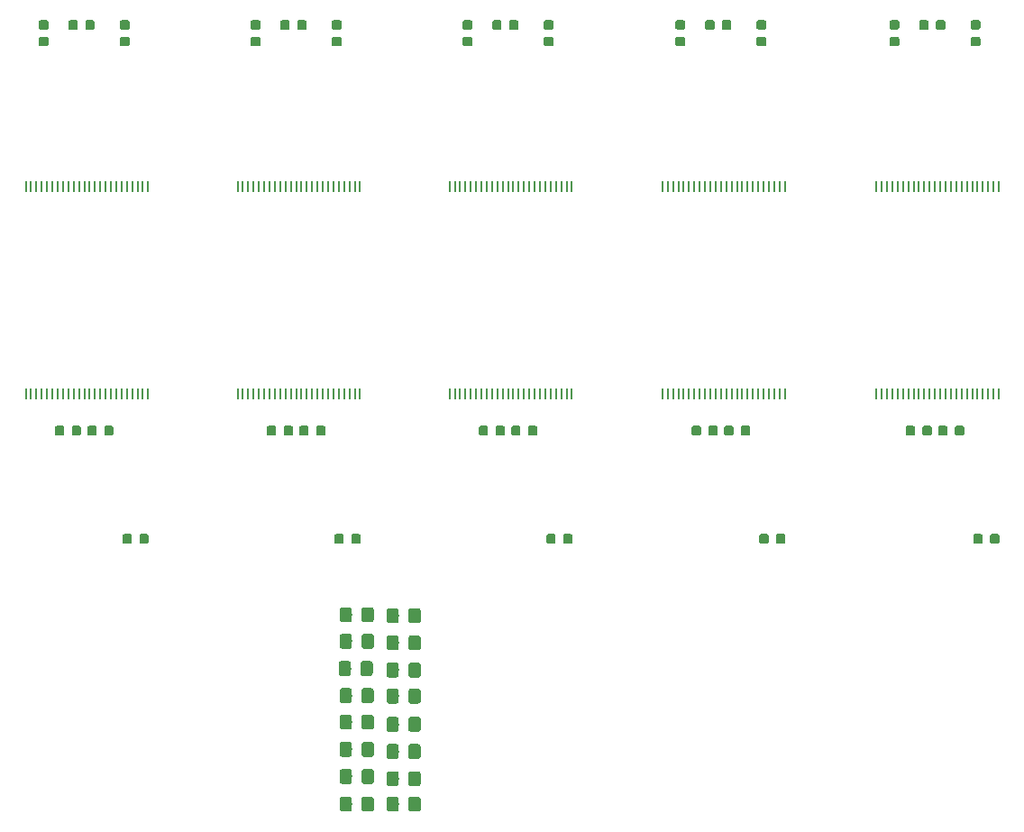
<source format=gbr>
G04 #@! TF.GenerationSoftware,KiCad,Pcbnew,5.0.0*
G04 #@! TF.CreationDate,2018-10-25T12:48:18+02:00*
G04 #@! TF.ProjectId,WaterFanBoard,576174657246616E426F6172642E6B69,rev?*
G04 #@! TF.SameCoordinates,Original*
G04 #@! TF.FileFunction,Paste,Top*
G04 #@! TF.FilePolarity,Positive*
%FSLAX46Y46*%
G04 Gerber Fmt 4.6, Leading zero omitted, Abs format (unit mm)*
G04 Created by KiCad (PCBNEW 5.0.0) date Thu Oct 25 12:48:18 2018*
%MOMM*%
%LPD*%
G01*
G04 APERTURE LIST*
%ADD10C,0.100000*%
%ADD11C,1.150000*%
%ADD12C,0.875000*%
%ADD13R,0.250000X1.100000*%
G04 APERTURE END LIST*
D10*
G04 #@! TO.C,C2*
G36*
X139019742Y-172063517D02*
X139044010Y-172067117D01*
X139067809Y-172073078D01*
X139090908Y-172081343D01*
X139113087Y-172091833D01*
X139134130Y-172104445D01*
X139153836Y-172119060D01*
X139172014Y-172135536D01*
X139188490Y-172153714D01*
X139203105Y-172173420D01*
X139215717Y-172194463D01*
X139226207Y-172216642D01*
X139234472Y-172239741D01*
X139240433Y-172263540D01*
X139244033Y-172287808D01*
X139245237Y-172312312D01*
X139245237Y-173212314D01*
X139244033Y-173236818D01*
X139240433Y-173261086D01*
X139234472Y-173284885D01*
X139226207Y-173307984D01*
X139215717Y-173330163D01*
X139203105Y-173351206D01*
X139188490Y-173370912D01*
X139172014Y-173389090D01*
X139153836Y-173405566D01*
X139134130Y-173420181D01*
X139113087Y-173432793D01*
X139090908Y-173443283D01*
X139067809Y-173451548D01*
X139044010Y-173457509D01*
X139019742Y-173461109D01*
X138995238Y-173462313D01*
X138345236Y-173462313D01*
X138320732Y-173461109D01*
X138296464Y-173457509D01*
X138272665Y-173451548D01*
X138249566Y-173443283D01*
X138227387Y-173432793D01*
X138206344Y-173420181D01*
X138186638Y-173405566D01*
X138168460Y-173389090D01*
X138151984Y-173370912D01*
X138137369Y-173351206D01*
X138124757Y-173330163D01*
X138114267Y-173307984D01*
X138106002Y-173284885D01*
X138100041Y-173261086D01*
X138096441Y-173236818D01*
X138095237Y-173212314D01*
X138095237Y-172312312D01*
X138096441Y-172287808D01*
X138100041Y-172263540D01*
X138106002Y-172239741D01*
X138114267Y-172216642D01*
X138124757Y-172194463D01*
X138137369Y-172173420D01*
X138151984Y-172153714D01*
X138168460Y-172135536D01*
X138186638Y-172119060D01*
X138206344Y-172104445D01*
X138227387Y-172091833D01*
X138249566Y-172081343D01*
X138272665Y-172073078D01*
X138296464Y-172067117D01*
X138320732Y-172063517D01*
X138345236Y-172062313D01*
X138995238Y-172062313D01*
X139019742Y-172063517D01*
X139019742Y-172063517D01*
G37*
D11*
X138670237Y-172762313D03*
D10*
G36*
X141069742Y-172063517D02*
X141094010Y-172067117D01*
X141117809Y-172073078D01*
X141140908Y-172081343D01*
X141163087Y-172091833D01*
X141184130Y-172104445D01*
X141203836Y-172119060D01*
X141222014Y-172135536D01*
X141238490Y-172153714D01*
X141253105Y-172173420D01*
X141265717Y-172194463D01*
X141276207Y-172216642D01*
X141284472Y-172239741D01*
X141290433Y-172263540D01*
X141294033Y-172287808D01*
X141295237Y-172312312D01*
X141295237Y-173212314D01*
X141294033Y-173236818D01*
X141290433Y-173261086D01*
X141284472Y-173284885D01*
X141276207Y-173307984D01*
X141265717Y-173330163D01*
X141253105Y-173351206D01*
X141238490Y-173370912D01*
X141222014Y-173389090D01*
X141203836Y-173405566D01*
X141184130Y-173420181D01*
X141163087Y-173432793D01*
X141140908Y-173443283D01*
X141117809Y-173451548D01*
X141094010Y-173457509D01*
X141069742Y-173461109D01*
X141045238Y-173462313D01*
X140395236Y-173462313D01*
X140370732Y-173461109D01*
X140346464Y-173457509D01*
X140322665Y-173451548D01*
X140299566Y-173443283D01*
X140277387Y-173432793D01*
X140256344Y-173420181D01*
X140236638Y-173405566D01*
X140218460Y-173389090D01*
X140201984Y-173370912D01*
X140187369Y-173351206D01*
X140174757Y-173330163D01*
X140164267Y-173307984D01*
X140156002Y-173284885D01*
X140150041Y-173261086D01*
X140146441Y-173236818D01*
X140145237Y-173212314D01*
X140145237Y-172312312D01*
X140146441Y-172287808D01*
X140150041Y-172263540D01*
X140156002Y-172239741D01*
X140164267Y-172216642D01*
X140174757Y-172194463D01*
X140187369Y-172173420D01*
X140201984Y-172153714D01*
X140218460Y-172135536D01*
X140236638Y-172119060D01*
X140256344Y-172104445D01*
X140277387Y-172091833D01*
X140299566Y-172081343D01*
X140322665Y-172073078D01*
X140346464Y-172067117D01*
X140370732Y-172063517D01*
X140395236Y-172062313D01*
X141045238Y-172062313D01*
X141069742Y-172063517D01*
X141069742Y-172063517D01*
G37*
D11*
X140720237Y-172762313D03*
G04 #@! TD*
D10*
G04 #@! TO.C,C3*
G36*
X141069742Y-169513517D02*
X141094010Y-169517117D01*
X141117809Y-169523078D01*
X141140908Y-169531343D01*
X141163087Y-169541833D01*
X141184130Y-169554445D01*
X141203836Y-169569060D01*
X141222014Y-169585536D01*
X141238490Y-169603714D01*
X141253105Y-169623420D01*
X141265717Y-169644463D01*
X141276207Y-169666642D01*
X141284472Y-169689741D01*
X141290433Y-169713540D01*
X141294033Y-169737808D01*
X141295237Y-169762312D01*
X141295237Y-170662314D01*
X141294033Y-170686818D01*
X141290433Y-170711086D01*
X141284472Y-170734885D01*
X141276207Y-170757984D01*
X141265717Y-170780163D01*
X141253105Y-170801206D01*
X141238490Y-170820912D01*
X141222014Y-170839090D01*
X141203836Y-170855566D01*
X141184130Y-170870181D01*
X141163087Y-170882793D01*
X141140908Y-170893283D01*
X141117809Y-170901548D01*
X141094010Y-170907509D01*
X141069742Y-170911109D01*
X141045238Y-170912313D01*
X140395236Y-170912313D01*
X140370732Y-170911109D01*
X140346464Y-170907509D01*
X140322665Y-170901548D01*
X140299566Y-170893283D01*
X140277387Y-170882793D01*
X140256344Y-170870181D01*
X140236638Y-170855566D01*
X140218460Y-170839090D01*
X140201984Y-170820912D01*
X140187369Y-170801206D01*
X140174757Y-170780163D01*
X140164267Y-170757984D01*
X140156002Y-170734885D01*
X140150041Y-170711086D01*
X140146441Y-170686818D01*
X140145237Y-170662314D01*
X140145237Y-169762312D01*
X140146441Y-169737808D01*
X140150041Y-169713540D01*
X140156002Y-169689741D01*
X140164267Y-169666642D01*
X140174757Y-169644463D01*
X140187369Y-169623420D01*
X140201984Y-169603714D01*
X140218460Y-169585536D01*
X140236638Y-169569060D01*
X140256344Y-169554445D01*
X140277387Y-169541833D01*
X140299566Y-169531343D01*
X140322665Y-169523078D01*
X140346464Y-169517117D01*
X140370732Y-169513517D01*
X140395236Y-169512313D01*
X141045238Y-169512313D01*
X141069742Y-169513517D01*
X141069742Y-169513517D01*
G37*
D11*
X140720237Y-170212313D03*
D10*
G36*
X139019742Y-169513517D02*
X139044010Y-169517117D01*
X139067809Y-169523078D01*
X139090908Y-169531343D01*
X139113087Y-169541833D01*
X139134130Y-169554445D01*
X139153836Y-169569060D01*
X139172014Y-169585536D01*
X139188490Y-169603714D01*
X139203105Y-169623420D01*
X139215717Y-169644463D01*
X139226207Y-169666642D01*
X139234472Y-169689741D01*
X139240433Y-169713540D01*
X139244033Y-169737808D01*
X139245237Y-169762312D01*
X139245237Y-170662314D01*
X139244033Y-170686818D01*
X139240433Y-170711086D01*
X139234472Y-170734885D01*
X139226207Y-170757984D01*
X139215717Y-170780163D01*
X139203105Y-170801206D01*
X139188490Y-170820912D01*
X139172014Y-170839090D01*
X139153836Y-170855566D01*
X139134130Y-170870181D01*
X139113087Y-170882793D01*
X139090908Y-170893283D01*
X139067809Y-170901548D01*
X139044010Y-170907509D01*
X139019742Y-170911109D01*
X138995238Y-170912313D01*
X138345236Y-170912313D01*
X138320732Y-170911109D01*
X138296464Y-170907509D01*
X138272665Y-170901548D01*
X138249566Y-170893283D01*
X138227387Y-170882793D01*
X138206344Y-170870181D01*
X138186638Y-170855566D01*
X138168460Y-170839090D01*
X138151984Y-170820912D01*
X138137369Y-170801206D01*
X138124757Y-170780163D01*
X138114267Y-170757984D01*
X138106002Y-170734885D01*
X138100041Y-170711086D01*
X138096441Y-170686818D01*
X138095237Y-170662314D01*
X138095237Y-169762312D01*
X138096441Y-169737808D01*
X138100041Y-169713540D01*
X138106002Y-169689741D01*
X138114267Y-169666642D01*
X138124757Y-169644463D01*
X138137369Y-169623420D01*
X138151984Y-169603714D01*
X138168460Y-169585536D01*
X138186638Y-169569060D01*
X138206344Y-169554445D01*
X138227387Y-169541833D01*
X138249566Y-169531343D01*
X138272665Y-169523078D01*
X138296464Y-169517117D01*
X138320732Y-169513517D01*
X138345236Y-169512313D01*
X138995238Y-169512313D01*
X139019742Y-169513517D01*
X139019742Y-169513517D01*
G37*
D11*
X138670237Y-170212313D03*
G04 #@! TD*
D10*
G04 #@! TO.C,C4*
G36*
X139019742Y-166963517D02*
X139044010Y-166967117D01*
X139067809Y-166973078D01*
X139090908Y-166981343D01*
X139113087Y-166991833D01*
X139134130Y-167004445D01*
X139153836Y-167019060D01*
X139172014Y-167035536D01*
X139188490Y-167053714D01*
X139203105Y-167073420D01*
X139215717Y-167094463D01*
X139226207Y-167116642D01*
X139234472Y-167139741D01*
X139240433Y-167163540D01*
X139244033Y-167187808D01*
X139245237Y-167212312D01*
X139245237Y-168112314D01*
X139244033Y-168136818D01*
X139240433Y-168161086D01*
X139234472Y-168184885D01*
X139226207Y-168207984D01*
X139215717Y-168230163D01*
X139203105Y-168251206D01*
X139188490Y-168270912D01*
X139172014Y-168289090D01*
X139153836Y-168305566D01*
X139134130Y-168320181D01*
X139113087Y-168332793D01*
X139090908Y-168343283D01*
X139067809Y-168351548D01*
X139044010Y-168357509D01*
X139019742Y-168361109D01*
X138995238Y-168362313D01*
X138345236Y-168362313D01*
X138320732Y-168361109D01*
X138296464Y-168357509D01*
X138272665Y-168351548D01*
X138249566Y-168343283D01*
X138227387Y-168332793D01*
X138206344Y-168320181D01*
X138186638Y-168305566D01*
X138168460Y-168289090D01*
X138151984Y-168270912D01*
X138137369Y-168251206D01*
X138124757Y-168230163D01*
X138114267Y-168207984D01*
X138106002Y-168184885D01*
X138100041Y-168161086D01*
X138096441Y-168136818D01*
X138095237Y-168112314D01*
X138095237Y-167212312D01*
X138096441Y-167187808D01*
X138100041Y-167163540D01*
X138106002Y-167139741D01*
X138114267Y-167116642D01*
X138124757Y-167094463D01*
X138137369Y-167073420D01*
X138151984Y-167053714D01*
X138168460Y-167035536D01*
X138186638Y-167019060D01*
X138206344Y-167004445D01*
X138227387Y-166991833D01*
X138249566Y-166981343D01*
X138272665Y-166973078D01*
X138296464Y-166967117D01*
X138320732Y-166963517D01*
X138345236Y-166962313D01*
X138995238Y-166962313D01*
X139019742Y-166963517D01*
X139019742Y-166963517D01*
G37*
D11*
X138670237Y-167662313D03*
D10*
G36*
X141069742Y-166963517D02*
X141094010Y-166967117D01*
X141117809Y-166973078D01*
X141140908Y-166981343D01*
X141163087Y-166991833D01*
X141184130Y-167004445D01*
X141203836Y-167019060D01*
X141222014Y-167035536D01*
X141238490Y-167053714D01*
X141253105Y-167073420D01*
X141265717Y-167094463D01*
X141276207Y-167116642D01*
X141284472Y-167139741D01*
X141290433Y-167163540D01*
X141294033Y-167187808D01*
X141295237Y-167212312D01*
X141295237Y-168112314D01*
X141294033Y-168136818D01*
X141290433Y-168161086D01*
X141284472Y-168184885D01*
X141276207Y-168207984D01*
X141265717Y-168230163D01*
X141253105Y-168251206D01*
X141238490Y-168270912D01*
X141222014Y-168289090D01*
X141203836Y-168305566D01*
X141184130Y-168320181D01*
X141163087Y-168332793D01*
X141140908Y-168343283D01*
X141117809Y-168351548D01*
X141094010Y-168357509D01*
X141069742Y-168361109D01*
X141045238Y-168362313D01*
X140395236Y-168362313D01*
X140370732Y-168361109D01*
X140346464Y-168357509D01*
X140322665Y-168351548D01*
X140299566Y-168343283D01*
X140277387Y-168332793D01*
X140256344Y-168320181D01*
X140236638Y-168305566D01*
X140218460Y-168289090D01*
X140201984Y-168270912D01*
X140187369Y-168251206D01*
X140174757Y-168230163D01*
X140164267Y-168207984D01*
X140156002Y-168184885D01*
X140150041Y-168161086D01*
X140146441Y-168136818D01*
X140145237Y-168112314D01*
X140145237Y-167212312D01*
X140146441Y-167187808D01*
X140150041Y-167163540D01*
X140156002Y-167139741D01*
X140164267Y-167116642D01*
X140174757Y-167094463D01*
X140187369Y-167073420D01*
X140201984Y-167053714D01*
X140218460Y-167035536D01*
X140236638Y-167019060D01*
X140256344Y-167004445D01*
X140277387Y-166991833D01*
X140299566Y-166981343D01*
X140322665Y-166973078D01*
X140346464Y-166967117D01*
X140370732Y-166963517D01*
X140395236Y-166962313D01*
X141045238Y-166962313D01*
X141069742Y-166963517D01*
X141069742Y-166963517D01*
G37*
D11*
X140720237Y-167662313D03*
G04 #@! TD*
D10*
G04 #@! TO.C,C5*
G36*
X141069742Y-164313517D02*
X141094010Y-164317117D01*
X141117809Y-164323078D01*
X141140908Y-164331343D01*
X141163087Y-164341833D01*
X141184130Y-164354445D01*
X141203836Y-164369060D01*
X141222014Y-164385536D01*
X141238490Y-164403714D01*
X141253105Y-164423420D01*
X141265717Y-164444463D01*
X141276207Y-164466642D01*
X141284472Y-164489741D01*
X141290433Y-164513540D01*
X141294033Y-164537808D01*
X141295237Y-164562312D01*
X141295237Y-165462314D01*
X141294033Y-165486818D01*
X141290433Y-165511086D01*
X141284472Y-165534885D01*
X141276207Y-165557984D01*
X141265717Y-165580163D01*
X141253105Y-165601206D01*
X141238490Y-165620912D01*
X141222014Y-165639090D01*
X141203836Y-165655566D01*
X141184130Y-165670181D01*
X141163087Y-165682793D01*
X141140908Y-165693283D01*
X141117809Y-165701548D01*
X141094010Y-165707509D01*
X141069742Y-165711109D01*
X141045238Y-165712313D01*
X140395236Y-165712313D01*
X140370732Y-165711109D01*
X140346464Y-165707509D01*
X140322665Y-165701548D01*
X140299566Y-165693283D01*
X140277387Y-165682793D01*
X140256344Y-165670181D01*
X140236638Y-165655566D01*
X140218460Y-165639090D01*
X140201984Y-165620912D01*
X140187369Y-165601206D01*
X140174757Y-165580163D01*
X140164267Y-165557984D01*
X140156002Y-165534885D01*
X140150041Y-165511086D01*
X140146441Y-165486818D01*
X140145237Y-165462314D01*
X140145237Y-164562312D01*
X140146441Y-164537808D01*
X140150041Y-164513540D01*
X140156002Y-164489741D01*
X140164267Y-164466642D01*
X140174757Y-164444463D01*
X140187369Y-164423420D01*
X140201984Y-164403714D01*
X140218460Y-164385536D01*
X140236638Y-164369060D01*
X140256344Y-164354445D01*
X140277387Y-164341833D01*
X140299566Y-164331343D01*
X140322665Y-164323078D01*
X140346464Y-164317117D01*
X140370732Y-164313517D01*
X140395236Y-164312313D01*
X141045238Y-164312313D01*
X141069742Y-164313517D01*
X141069742Y-164313517D01*
G37*
D11*
X140720237Y-165012313D03*
D10*
G36*
X139019742Y-164313517D02*
X139044010Y-164317117D01*
X139067809Y-164323078D01*
X139090908Y-164331343D01*
X139113087Y-164341833D01*
X139134130Y-164354445D01*
X139153836Y-164369060D01*
X139172014Y-164385536D01*
X139188490Y-164403714D01*
X139203105Y-164423420D01*
X139215717Y-164444463D01*
X139226207Y-164466642D01*
X139234472Y-164489741D01*
X139240433Y-164513540D01*
X139244033Y-164537808D01*
X139245237Y-164562312D01*
X139245237Y-165462314D01*
X139244033Y-165486818D01*
X139240433Y-165511086D01*
X139234472Y-165534885D01*
X139226207Y-165557984D01*
X139215717Y-165580163D01*
X139203105Y-165601206D01*
X139188490Y-165620912D01*
X139172014Y-165639090D01*
X139153836Y-165655566D01*
X139134130Y-165670181D01*
X139113087Y-165682793D01*
X139090908Y-165693283D01*
X139067809Y-165701548D01*
X139044010Y-165707509D01*
X139019742Y-165711109D01*
X138995238Y-165712313D01*
X138345236Y-165712313D01*
X138320732Y-165711109D01*
X138296464Y-165707509D01*
X138272665Y-165701548D01*
X138249566Y-165693283D01*
X138227387Y-165682793D01*
X138206344Y-165670181D01*
X138186638Y-165655566D01*
X138168460Y-165639090D01*
X138151984Y-165620912D01*
X138137369Y-165601206D01*
X138124757Y-165580163D01*
X138114267Y-165557984D01*
X138106002Y-165534885D01*
X138100041Y-165511086D01*
X138096441Y-165486818D01*
X138095237Y-165462314D01*
X138095237Y-164562312D01*
X138096441Y-164537808D01*
X138100041Y-164513540D01*
X138106002Y-164489741D01*
X138114267Y-164466642D01*
X138124757Y-164444463D01*
X138137369Y-164423420D01*
X138151984Y-164403714D01*
X138168460Y-164385536D01*
X138186638Y-164369060D01*
X138206344Y-164354445D01*
X138227387Y-164341833D01*
X138249566Y-164331343D01*
X138272665Y-164323078D01*
X138296464Y-164317117D01*
X138320732Y-164313517D01*
X138345236Y-164312313D01*
X138995238Y-164312313D01*
X139019742Y-164313517D01*
X139019742Y-164313517D01*
G37*
D11*
X138670237Y-165012313D03*
G04 #@! TD*
D10*
G04 #@! TO.C,C6*
G36*
X139019742Y-161863517D02*
X139044010Y-161867117D01*
X139067809Y-161873078D01*
X139090908Y-161881343D01*
X139113087Y-161891833D01*
X139134130Y-161904445D01*
X139153836Y-161919060D01*
X139172014Y-161935536D01*
X139188490Y-161953714D01*
X139203105Y-161973420D01*
X139215717Y-161994463D01*
X139226207Y-162016642D01*
X139234472Y-162039741D01*
X139240433Y-162063540D01*
X139244033Y-162087808D01*
X139245237Y-162112312D01*
X139245237Y-163012314D01*
X139244033Y-163036818D01*
X139240433Y-163061086D01*
X139234472Y-163084885D01*
X139226207Y-163107984D01*
X139215717Y-163130163D01*
X139203105Y-163151206D01*
X139188490Y-163170912D01*
X139172014Y-163189090D01*
X139153836Y-163205566D01*
X139134130Y-163220181D01*
X139113087Y-163232793D01*
X139090908Y-163243283D01*
X139067809Y-163251548D01*
X139044010Y-163257509D01*
X139019742Y-163261109D01*
X138995238Y-163262313D01*
X138345236Y-163262313D01*
X138320732Y-163261109D01*
X138296464Y-163257509D01*
X138272665Y-163251548D01*
X138249566Y-163243283D01*
X138227387Y-163232793D01*
X138206344Y-163220181D01*
X138186638Y-163205566D01*
X138168460Y-163189090D01*
X138151984Y-163170912D01*
X138137369Y-163151206D01*
X138124757Y-163130163D01*
X138114267Y-163107984D01*
X138106002Y-163084885D01*
X138100041Y-163061086D01*
X138096441Y-163036818D01*
X138095237Y-163012314D01*
X138095237Y-162112312D01*
X138096441Y-162087808D01*
X138100041Y-162063540D01*
X138106002Y-162039741D01*
X138114267Y-162016642D01*
X138124757Y-161994463D01*
X138137369Y-161973420D01*
X138151984Y-161953714D01*
X138168460Y-161935536D01*
X138186638Y-161919060D01*
X138206344Y-161904445D01*
X138227387Y-161891833D01*
X138249566Y-161881343D01*
X138272665Y-161873078D01*
X138296464Y-161867117D01*
X138320732Y-161863517D01*
X138345236Y-161862313D01*
X138995238Y-161862313D01*
X139019742Y-161863517D01*
X139019742Y-161863517D01*
G37*
D11*
X138670237Y-162562313D03*
D10*
G36*
X141069742Y-161863517D02*
X141094010Y-161867117D01*
X141117809Y-161873078D01*
X141140908Y-161881343D01*
X141163087Y-161891833D01*
X141184130Y-161904445D01*
X141203836Y-161919060D01*
X141222014Y-161935536D01*
X141238490Y-161953714D01*
X141253105Y-161973420D01*
X141265717Y-161994463D01*
X141276207Y-162016642D01*
X141284472Y-162039741D01*
X141290433Y-162063540D01*
X141294033Y-162087808D01*
X141295237Y-162112312D01*
X141295237Y-163012314D01*
X141294033Y-163036818D01*
X141290433Y-163061086D01*
X141284472Y-163084885D01*
X141276207Y-163107984D01*
X141265717Y-163130163D01*
X141253105Y-163151206D01*
X141238490Y-163170912D01*
X141222014Y-163189090D01*
X141203836Y-163205566D01*
X141184130Y-163220181D01*
X141163087Y-163232793D01*
X141140908Y-163243283D01*
X141117809Y-163251548D01*
X141094010Y-163257509D01*
X141069742Y-163261109D01*
X141045238Y-163262313D01*
X140395236Y-163262313D01*
X140370732Y-163261109D01*
X140346464Y-163257509D01*
X140322665Y-163251548D01*
X140299566Y-163243283D01*
X140277387Y-163232793D01*
X140256344Y-163220181D01*
X140236638Y-163205566D01*
X140218460Y-163189090D01*
X140201984Y-163170912D01*
X140187369Y-163151206D01*
X140174757Y-163130163D01*
X140164267Y-163107984D01*
X140156002Y-163084885D01*
X140150041Y-163061086D01*
X140146441Y-163036818D01*
X140145237Y-163012314D01*
X140145237Y-162112312D01*
X140146441Y-162087808D01*
X140150041Y-162063540D01*
X140156002Y-162039741D01*
X140164267Y-162016642D01*
X140174757Y-161994463D01*
X140187369Y-161973420D01*
X140201984Y-161953714D01*
X140218460Y-161935536D01*
X140236638Y-161919060D01*
X140256344Y-161904445D01*
X140277387Y-161891833D01*
X140299566Y-161881343D01*
X140322665Y-161873078D01*
X140346464Y-161867117D01*
X140370732Y-161863517D01*
X140395236Y-161862313D01*
X141045238Y-161862313D01*
X141069742Y-161863517D01*
X141069742Y-161863517D01*
G37*
D11*
X140720237Y-162562313D03*
G04 #@! TD*
D10*
G04 #@! TO.C,C7*
G36*
X141069742Y-159313517D02*
X141094010Y-159317117D01*
X141117809Y-159323078D01*
X141140908Y-159331343D01*
X141163087Y-159341833D01*
X141184130Y-159354445D01*
X141203836Y-159369060D01*
X141222014Y-159385536D01*
X141238490Y-159403714D01*
X141253105Y-159423420D01*
X141265717Y-159444463D01*
X141276207Y-159466642D01*
X141284472Y-159489741D01*
X141290433Y-159513540D01*
X141294033Y-159537808D01*
X141295237Y-159562312D01*
X141295237Y-160462314D01*
X141294033Y-160486818D01*
X141290433Y-160511086D01*
X141284472Y-160534885D01*
X141276207Y-160557984D01*
X141265717Y-160580163D01*
X141253105Y-160601206D01*
X141238490Y-160620912D01*
X141222014Y-160639090D01*
X141203836Y-160655566D01*
X141184130Y-160670181D01*
X141163087Y-160682793D01*
X141140908Y-160693283D01*
X141117809Y-160701548D01*
X141094010Y-160707509D01*
X141069742Y-160711109D01*
X141045238Y-160712313D01*
X140395236Y-160712313D01*
X140370732Y-160711109D01*
X140346464Y-160707509D01*
X140322665Y-160701548D01*
X140299566Y-160693283D01*
X140277387Y-160682793D01*
X140256344Y-160670181D01*
X140236638Y-160655566D01*
X140218460Y-160639090D01*
X140201984Y-160620912D01*
X140187369Y-160601206D01*
X140174757Y-160580163D01*
X140164267Y-160557984D01*
X140156002Y-160534885D01*
X140150041Y-160511086D01*
X140146441Y-160486818D01*
X140145237Y-160462314D01*
X140145237Y-159562312D01*
X140146441Y-159537808D01*
X140150041Y-159513540D01*
X140156002Y-159489741D01*
X140164267Y-159466642D01*
X140174757Y-159444463D01*
X140187369Y-159423420D01*
X140201984Y-159403714D01*
X140218460Y-159385536D01*
X140236638Y-159369060D01*
X140256344Y-159354445D01*
X140277387Y-159341833D01*
X140299566Y-159331343D01*
X140322665Y-159323078D01*
X140346464Y-159317117D01*
X140370732Y-159313517D01*
X140395236Y-159312313D01*
X141045238Y-159312313D01*
X141069742Y-159313517D01*
X141069742Y-159313517D01*
G37*
D11*
X140720237Y-160012313D03*
D10*
G36*
X139019742Y-159313517D02*
X139044010Y-159317117D01*
X139067809Y-159323078D01*
X139090908Y-159331343D01*
X139113087Y-159341833D01*
X139134130Y-159354445D01*
X139153836Y-159369060D01*
X139172014Y-159385536D01*
X139188490Y-159403714D01*
X139203105Y-159423420D01*
X139215717Y-159444463D01*
X139226207Y-159466642D01*
X139234472Y-159489741D01*
X139240433Y-159513540D01*
X139244033Y-159537808D01*
X139245237Y-159562312D01*
X139245237Y-160462314D01*
X139244033Y-160486818D01*
X139240433Y-160511086D01*
X139234472Y-160534885D01*
X139226207Y-160557984D01*
X139215717Y-160580163D01*
X139203105Y-160601206D01*
X139188490Y-160620912D01*
X139172014Y-160639090D01*
X139153836Y-160655566D01*
X139134130Y-160670181D01*
X139113087Y-160682793D01*
X139090908Y-160693283D01*
X139067809Y-160701548D01*
X139044010Y-160707509D01*
X139019742Y-160711109D01*
X138995238Y-160712313D01*
X138345236Y-160712313D01*
X138320732Y-160711109D01*
X138296464Y-160707509D01*
X138272665Y-160701548D01*
X138249566Y-160693283D01*
X138227387Y-160682793D01*
X138206344Y-160670181D01*
X138186638Y-160655566D01*
X138168460Y-160639090D01*
X138151984Y-160620912D01*
X138137369Y-160601206D01*
X138124757Y-160580163D01*
X138114267Y-160557984D01*
X138106002Y-160534885D01*
X138100041Y-160511086D01*
X138096441Y-160486818D01*
X138095237Y-160462314D01*
X138095237Y-159562312D01*
X138096441Y-159537808D01*
X138100041Y-159513540D01*
X138106002Y-159489741D01*
X138114267Y-159466642D01*
X138124757Y-159444463D01*
X138137369Y-159423420D01*
X138151984Y-159403714D01*
X138168460Y-159385536D01*
X138186638Y-159369060D01*
X138206344Y-159354445D01*
X138227387Y-159341833D01*
X138249566Y-159331343D01*
X138272665Y-159323078D01*
X138296464Y-159317117D01*
X138320732Y-159313517D01*
X138345236Y-159312313D01*
X138995238Y-159312313D01*
X139019742Y-159313517D01*
X139019742Y-159313517D01*
G37*
D11*
X138670237Y-160012313D03*
G04 #@! TD*
D10*
G04 #@! TO.C,C8*
G36*
X139019742Y-156763517D02*
X139044010Y-156767117D01*
X139067809Y-156773078D01*
X139090908Y-156781343D01*
X139113087Y-156791833D01*
X139134130Y-156804445D01*
X139153836Y-156819060D01*
X139172014Y-156835536D01*
X139188490Y-156853714D01*
X139203105Y-156873420D01*
X139215717Y-156894463D01*
X139226207Y-156916642D01*
X139234472Y-156939741D01*
X139240433Y-156963540D01*
X139244033Y-156987808D01*
X139245237Y-157012312D01*
X139245237Y-157912314D01*
X139244033Y-157936818D01*
X139240433Y-157961086D01*
X139234472Y-157984885D01*
X139226207Y-158007984D01*
X139215717Y-158030163D01*
X139203105Y-158051206D01*
X139188490Y-158070912D01*
X139172014Y-158089090D01*
X139153836Y-158105566D01*
X139134130Y-158120181D01*
X139113087Y-158132793D01*
X139090908Y-158143283D01*
X139067809Y-158151548D01*
X139044010Y-158157509D01*
X139019742Y-158161109D01*
X138995238Y-158162313D01*
X138345236Y-158162313D01*
X138320732Y-158161109D01*
X138296464Y-158157509D01*
X138272665Y-158151548D01*
X138249566Y-158143283D01*
X138227387Y-158132793D01*
X138206344Y-158120181D01*
X138186638Y-158105566D01*
X138168460Y-158089090D01*
X138151984Y-158070912D01*
X138137369Y-158051206D01*
X138124757Y-158030163D01*
X138114267Y-158007984D01*
X138106002Y-157984885D01*
X138100041Y-157961086D01*
X138096441Y-157936818D01*
X138095237Y-157912314D01*
X138095237Y-157012312D01*
X138096441Y-156987808D01*
X138100041Y-156963540D01*
X138106002Y-156939741D01*
X138114267Y-156916642D01*
X138124757Y-156894463D01*
X138137369Y-156873420D01*
X138151984Y-156853714D01*
X138168460Y-156835536D01*
X138186638Y-156819060D01*
X138206344Y-156804445D01*
X138227387Y-156791833D01*
X138249566Y-156781343D01*
X138272665Y-156773078D01*
X138296464Y-156767117D01*
X138320732Y-156763517D01*
X138345236Y-156762313D01*
X138995238Y-156762313D01*
X139019742Y-156763517D01*
X139019742Y-156763517D01*
G37*
D11*
X138670237Y-157462313D03*
D10*
G36*
X141069742Y-156763517D02*
X141094010Y-156767117D01*
X141117809Y-156773078D01*
X141140908Y-156781343D01*
X141163087Y-156791833D01*
X141184130Y-156804445D01*
X141203836Y-156819060D01*
X141222014Y-156835536D01*
X141238490Y-156853714D01*
X141253105Y-156873420D01*
X141265717Y-156894463D01*
X141276207Y-156916642D01*
X141284472Y-156939741D01*
X141290433Y-156963540D01*
X141294033Y-156987808D01*
X141295237Y-157012312D01*
X141295237Y-157912314D01*
X141294033Y-157936818D01*
X141290433Y-157961086D01*
X141284472Y-157984885D01*
X141276207Y-158007984D01*
X141265717Y-158030163D01*
X141253105Y-158051206D01*
X141238490Y-158070912D01*
X141222014Y-158089090D01*
X141203836Y-158105566D01*
X141184130Y-158120181D01*
X141163087Y-158132793D01*
X141140908Y-158143283D01*
X141117809Y-158151548D01*
X141094010Y-158157509D01*
X141069742Y-158161109D01*
X141045238Y-158162313D01*
X140395236Y-158162313D01*
X140370732Y-158161109D01*
X140346464Y-158157509D01*
X140322665Y-158151548D01*
X140299566Y-158143283D01*
X140277387Y-158132793D01*
X140256344Y-158120181D01*
X140236638Y-158105566D01*
X140218460Y-158089090D01*
X140201984Y-158070912D01*
X140187369Y-158051206D01*
X140174757Y-158030163D01*
X140164267Y-158007984D01*
X140156002Y-157984885D01*
X140150041Y-157961086D01*
X140146441Y-157936818D01*
X140145237Y-157912314D01*
X140145237Y-157012312D01*
X140146441Y-156987808D01*
X140150041Y-156963540D01*
X140156002Y-156939741D01*
X140164267Y-156916642D01*
X140174757Y-156894463D01*
X140187369Y-156873420D01*
X140201984Y-156853714D01*
X140218460Y-156835536D01*
X140236638Y-156819060D01*
X140256344Y-156804445D01*
X140277387Y-156791833D01*
X140299566Y-156781343D01*
X140322665Y-156773078D01*
X140346464Y-156767117D01*
X140370732Y-156763517D01*
X140395236Y-156762313D01*
X141045238Y-156762313D01*
X141069742Y-156763517D01*
X141069742Y-156763517D01*
G37*
D11*
X140720237Y-157462313D03*
G04 #@! TD*
D10*
G04 #@! TO.C,C1*
G36*
X141069742Y-174463517D02*
X141094010Y-174467117D01*
X141117809Y-174473078D01*
X141140908Y-174481343D01*
X141163087Y-174491833D01*
X141184130Y-174504445D01*
X141203836Y-174519060D01*
X141222014Y-174535536D01*
X141238490Y-174553714D01*
X141253105Y-174573420D01*
X141265717Y-174594463D01*
X141276207Y-174616642D01*
X141284472Y-174639741D01*
X141290433Y-174663540D01*
X141294033Y-174687808D01*
X141295237Y-174712312D01*
X141295237Y-175612314D01*
X141294033Y-175636818D01*
X141290433Y-175661086D01*
X141284472Y-175684885D01*
X141276207Y-175707984D01*
X141265717Y-175730163D01*
X141253105Y-175751206D01*
X141238490Y-175770912D01*
X141222014Y-175789090D01*
X141203836Y-175805566D01*
X141184130Y-175820181D01*
X141163087Y-175832793D01*
X141140908Y-175843283D01*
X141117809Y-175851548D01*
X141094010Y-175857509D01*
X141069742Y-175861109D01*
X141045238Y-175862313D01*
X140395236Y-175862313D01*
X140370732Y-175861109D01*
X140346464Y-175857509D01*
X140322665Y-175851548D01*
X140299566Y-175843283D01*
X140277387Y-175832793D01*
X140256344Y-175820181D01*
X140236638Y-175805566D01*
X140218460Y-175789090D01*
X140201984Y-175770912D01*
X140187369Y-175751206D01*
X140174757Y-175730163D01*
X140164267Y-175707984D01*
X140156002Y-175684885D01*
X140150041Y-175661086D01*
X140146441Y-175636818D01*
X140145237Y-175612314D01*
X140145237Y-174712312D01*
X140146441Y-174687808D01*
X140150041Y-174663540D01*
X140156002Y-174639741D01*
X140164267Y-174616642D01*
X140174757Y-174594463D01*
X140187369Y-174573420D01*
X140201984Y-174553714D01*
X140218460Y-174535536D01*
X140236638Y-174519060D01*
X140256344Y-174504445D01*
X140277387Y-174491833D01*
X140299566Y-174481343D01*
X140322665Y-174473078D01*
X140346464Y-174467117D01*
X140370732Y-174463517D01*
X140395236Y-174462313D01*
X141045238Y-174462313D01*
X141069742Y-174463517D01*
X141069742Y-174463517D01*
G37*
D11*
X140720237Y-175162313D03*
D10*
G36*
X139019742Y-174463517D02*
X139044010Y-174467117D01*
X139067809Y-174473078D01*
X139090908Y-174481343D01*
X139113087Y-174491833D01*
X139134130Y-174504445D01*
X139153836Y-174519060D01*
X139172014Y-174535536D01*
X139188490Y-174553714D01*
X139203105Y-174573420D01*
X139215717Y-174594463D01*
X139226207Y-174616642D01*
X139234472Y-174639741D01*
X139240433Y-174663540D01*
X139244033Y-174687808D01*
X139245237Y-174712312D01*
X139245237Y-175612314D01*
X139244033Y-175636818D01*
X139240433Y-175661086D01*
X139234472Y-175684885D01*
X139226207Y-175707984D01*
X139215717Y-175730163D01*
X139203105Y-175751206D01*
X139188490Y-175770912D01*
X139172014Y-175789090D01*
X139153836Y-175805566D01*
X139134130Y-175820181D01*
X139113087Y-175832793D01*
X139090908Y-175843283D01*
X139067809Y-175851548D01*
X139044010Y-175857509D01*
X139019742Y-175861109D01*
X138995238Y-175862313D01*
X138345236Y-175862313D01*
X138320732Y-175861109D01*
X138296464Y-175857509D01*
X138272665Y-175851548D01*
X138249566Y-175843283D01*
X138227387Y-175832793D01*
X138206344Y-175820181D01*
X138186638Y-175805566D01*
X138168460Y-175789090D01*
X138151984Y-175770912D01*
X138137369Y-175751206D01*
X138124757Y-175730163D01*
X138114267Y-175707984D01*
X138106002Y-175684885D01*
X138100041Y-175661086D01*
X138096441Y-175636818D01*
X138095237Y-175612314D01*
X138095237Y-174712312D01*
X138096441Y-174687808D01*
X138100041Y-174663540D01*
X138106002Y-174639741D01*
X138114267Y-174616642D01*
X138124757Y-174594463D01*
X138137369Y-174573420D01*
X138151984Y-174553714D01*
X138168460Y-174535536D01*
X138186638Y-174519060D01*
X138206344Y-174504445D01*
X138227387Y-174491833D01*
X138249566Y-174481343D01*
X138272665Y-174473078D01*
X138296464Y-174467117D01*
X138320732Y-174463517D01*
X138345236Y-174462313D01*
X138995238Y-174462313D01*
X139019742Y-174463517D01*
X139019742Y-174463517D01*
G37*
D11*
X138670237Y-175162313D03*
G04 #@! TD*
D10*
G04 #@! TO.C,R8*
G36*
X136669742Y-156663517D02*
X136694010Y-156667117D01*
X136717809Y-156673078D01*
X136740908Y-156681343D01*
X136763087Y-156691833D01*
X136784130Y-156704445D01*
X136803836Y-156719060D01*
X136822014Y-156735536D01*
X136838490Y-156753714D01*
X136853105Y-156773420D01*
X136865717Y-156794463D01*
X136876207Y-156816642D01*
X136884472Y-156839741D01*
X136890433Y-156863540D01*
X136894033Y-156887808D01*
X136895237Y-156912312D01*
X136895237Y-157812314D01*
X136894033Y-157836818D01*
X136890433Y-157861086D01*
X136884472Y-157884885D01*
X136876207Y-157907984D01*
X136865717Y-157930163D01*
X136853105Y-157951206D01*
X136838490Y-157970912D01*
X136822014Y-157989090D01*
X136803836Y-158005566D01*
X136784130Y-158020181D01*
X136763087Y-158032793D01*
X136740908Y-158043283D01*
X136717809Y-158051548D01*
X136694010Y-158057509D01*
X136669742Y-158061109D01*
X136645238Y-158062313D01*
X135995236Y-158062313D01*
X135970732Y-158061109D01*
X135946464Y-158057509D01*
X135922665Y-158051548D01*
X135899566Y-158043283D01*
X135877387Y-158032793D01*
X135856344Y-158020181D01*
X135836638Y-158005566D01*
X135818460Y-157989090D01*
X135801984Y-157970912D01*
X135787369Y-157951206D01*
X135774757Y-157930163D01*
X135764267Y-157907984D01*
X135756002Y-157884885D01*
X135750041Y-157861086D01*
X135746441Y-157836818D01*
X135745237Y-157812314D01*
X135745237Y-156912312D01*
X135746441Y-156887808D01*
X135750041Y-156863540D01*
X135756002Y-156839741D01*
X135764267Y-156816642D01*
X135774757Y-156794463D01*
X135787369Y-156773420D01*
X135801984Y-156753714D01*
X135818460Y-156735536D01*
X135836638Y-156719060D01*
X135856344Y-156704445D01*
X135877387Y-156691833D01*
X135899566Y-156681343D01*
X135922665Y-156673078D01*
X135946464Y-156667117D01*
X135970732Y-156663517D01*
X135995236Y-156662313D01*
X136645238Y-156662313D01*
X136669742Y-156663517D01*
X136669742Y-156663517D01*
G37*
D11*
X136320237Y-157362313D03*
D10*
G36*
X134619742Y-156663517D02*
X134644010Y-156667117D01*
X134667809Y-156673078D01*
X134690908Y-156681343D01*
X134713087Y-156691833D01*
X134734130Y-156704445D01*
X134753836Y-156719060D01*
X134772014Y-156735536D01*
X134788490Y-156753714D01*
X134803105Y-156773420D01*
X134815717Y-156794463D01*
X134826207Y-156816642D01*
X134834472Y-156839741D01*
X134840433Y-156863540D01*
X134844033Y-156887808D01*
X134845237Y-156912312D01*
X134845237Y-157812314D01*
X134844033Y-157836818D01*
X134840433Y-157861086D01*
X134834472Y-157884885D01*
X134826207Y-157907984D01*
X134815717Y-157930163D01*
X134803105Y-157951206D01*
X134788490Y-157970912D01*
X134772014Y-157989090D01*
X134753836Y-158005566D01*
X134734130Y-158020181D01*
X134713087Y-158032793D01*
X134690908Y-158043283D01*
X134667809Y-158051548D01*
X134644010Y-158057509D01*
X134619742Y-158061109D01*
X134595238Y-158062313D01*
X133945236Y-158062313D01*
X133920732Y-158061109D01*
X133896464Y-158057509D01*
X133872665Y-158051548D01*
X133849566Y-158043283D01*
X133827387Y-158032793D01*
X133806344Y-158020181D01*
X133786638Y-158005566D01*
X133768460Y-157989090D01*
X133751984Y-157970912D01*
X133737369Y-157951206D01*
X133724757Y-157930163D01*
X133714267Y-157907984D01*
X133706002Y-157884885D01*
X133700041Y-157861086D01*
X133696441Y-157836818D01*
X133695237Y-157812314D01*
X133695237Y-156912312D01*
X133696441Y-156887808D01*
X133700041Y-156863540D01*
X133706002Y-156839741D01*
X133714267Y-156816642D01*
X133724757Y-156794463D01*
X133737369Y-156773420D01*
X133751984Y-156753714D01*
X133768460Y-156735536D01*
X133786638Y-156719060D01*
X133806344Y-156704445D01*
X133827387Y-156691833D01*
X133849566Y-156681343D01*
X133872665Y-156673078D01*
X133896464Y-156667117D01*
X133920732Y-156663517D01*
X133945236Y-156662313D01*
X134595238Y-156662313D01*
X134619742Y-156663517D01*
X134619742Y-156663517D01*
G37*
D11*
X134270237Y-157362313D03*
G04 #@! TD*
D10*
G04 #@! TO.C,R1*
G36*
X134619742Y-174463517D02*
X134644010Y-174467117D01*
X134667809Y-174473078D01*
X134690908Y-174481343D01*
X134713087Y-174491833D01*
X134734130Y-174504445D01*
X134753836Y-174519060D01*
X134772014Y-174535536D01*
X134788490Y-174553714D01*
X134803105Y-174573420D01*
X134815717Y-174594463D01*
X134826207Y-174616642D01*
X134834472Y-174639741D01*
X134840433Y-174663540D01*
X134844033Y-174687808D01*
X134845237Y-174712312D01*
X134845237Y-175612314D01*
X134844033Y-175636818D01*
X134840433Y-175661086D01*
X134834472Y-175684885D01*
X134826207Y-175707984D01*
X134815717Y-175730163D01*
X134803105Y-175751206D01*
X134788490Y-175770912D01*
X134772014Y-175789090D01*
X134753836Y-175805566D01*
X134734130Y-175820181D01*
X134713087Y-175832793D01*
X134690908Y-175843283D01*
X134667809Y-175851548D01*
X134644010Y-175857509D01*
X134619742Y-175861109D01*
X134595238Y-175862313D01*
X133945236Y-175862313D01*
X133920732Y-175861109D01*
X133896464Y-175857509D01*
X133872665Y-175851548D01*
X133849566Y-175843283D01*
X133827387Y-175832793D01*
X133806344Y-175820181D01*
X133786638Y-175805566D01*
X133768460Y-175789090D01*
X133751984Y-175770912D01*
X133737369Y-175751206D01*
X133724757Y-175730163D01*
X133714267Y-175707984D01*
X133706002Y-175684885D01*
X133700041Y-175661086D01*
X133696441Y-175636818D01*
X133695237Y-175612314D01*
X133695237Y-174712312D01*
X133696441Y-174687808D01*
X133700041Y-174663540D01*
X133706002Y-174639741D01*
X133714267Y-174616642D01*
X133724757Y-174594463D01*
X133737369Y-174573420D01*
X133751984Y-174553714D01*
X133768460Y-174535536D01*
X133786638Y-174519060D01*
X133806344Y-174504445D01*
X133827387Y-174491833D01*
X133849566Y-174481343D01*
X133872665Y-174473078D01*
X133896464Y-174467117D01*
X133920732Y-174463517D01*
X133945236Y-174462313D01*
X134595238Y-174462313D01*
X134619742Y-174463517D01*
X134619742Y-174463517D01*
G37*
D11*
X134270237Y-175162313D03*
D10*
G36*
X136669742Y-174463517D02*
X136694010Y-174467117D01*
X136717809Y-174473078D01*
X136740908Y-174481343D01*
X136763087Y-174491833D01*
X136784130Y-174504445D01*
X136803836Y-174519060D01*
X136822014Y-174535536D01*
X136838490Y-174553714D01*
X136853105Y-174573420D01*
X136865717Y-174594463D01*
X136876207Y-174616642D01*
X136884472Y-174639741D01*
X136890433Y-174663540D01*
X136894033Y-174687808D01*
X136895237Y-174712312D01*
X136895237Y-175612314D01*
X136894033Y-175636818D01*
X136890433Y-175661086D01*
X136884472Y-175684885D01*
X136876207Y-175707984D01*
X136865717Y-175730163D01*
X136853105Y-175751206D01*
X136838490Y-175770912D01*
X136822014Y-175789090D01*
X136803836Y-175805566D01*
X136784130Y-175820181D01*
X136763087Y-175832793D01*
X136740908Y-175843283D01*
X136717809Y-175851548D01*
X136694010Y-175857509D01*
X136669742Y-175861109D01*
X136645238Y-175862313D01*
X135995236Y-175862313D01*
X135970732Y-175861109D01*
X135946464Y-175857509D01*
X135922665Y-175851548D01*
X135899566Y-175843283D01*
X135877387Y-175832793D01*
X135856344Y-175820181D01*
X135836638Y-175805566D01*
X135818460Y-175789090D01*
X135801984Y-175770912D01*
X135787369Y-175751206D01*
X135774757Y-175730163D01*
X135764267Y-175707984D01*
X135756002Y-175684885D01*
X135750041Y-175661086D01*
X135746441Y-175636818D01*
X135745237Y-175612314D01*
X135745237Y-174712312D01*
X135746441Y-174687808D01*
X135750041Y-174663540D01*
X135756002Y-174639741D01*
X135764267Y-174616642D01*
X135774757Y-174594463D01*
X135787369Y-174573420D01*
X135801984Y-174553714D01*
X135818460Y-174535536D01*
X135836638Y-174519060D01*
X135856344Y-174504445D01*
X135877387Y-174491833D01*
X135899566Y-174481343D01*
X135922665Y-174473078D01*
X135946464Y-174467117D01*
X135970732Y-174463517D01*
X135995236Y-174462313D01*
X136645238Y-174462313D01*
X136669742Y-174463517D01*
X136669742Y-174463517D01*
G37*
D11*
X136320237Y-175162313D03*
G04 #@! TD*
D10*
G04 #@! TO.C,R2*
G36*
X136669742Y-171863517D02*
X136694010Y-171867117D01*
X136717809Y-171873078D01*
X136740908Y-171881343D01*
X136763087Y-171891833D01*
X136784130Y-171904445D01*
X136803836Y-171919060D01*
X136822014Y-171935536D01*
X136838490Y-171953714D01*
X136853105Y-171973420D01*
X136865717Y-171994463D01*
X136876207Y-172016642D01*
X136884472Y-172039741D01*
X136890433Y-172063540D01*
X136894033Y-172087808D01*
X136895237Y-172112312D01*
X136895237Y-173012314D01*
X136894033Y-173036818D01*
X136890433Y-173061086D01*
X136884472Y-173084885D01*
X136876207Y-173107984D01*
X136865717Y-173130163D01*
X136853105Y-173151206D01*
X136838490Y-173170912D01*
X136822014Y-173189090D01*
X136803836Y-173205566D01*
X136784130Y-173220181D01*
X136763087Y-173232793D01*
X136740908Y-173243283D01*
X136717809Y-173251548D01*
X136694010Y-173257509D01*
X136669742Y-173261109D01*
X136645238Y-173262313D01*
X135995236Y-173262313D01*
X135970732Y-173261109D01*
X135946464Y-173257509D01*
X135922665Y-173251548D01*
X135899566Y-173243283D01*
X135877387Y-173232793D01*
X135856344Y-173220181D01*
X135836638Y-173205566D01*
X135818460Y-173189090D01*
X135801984Y-173170912D01*
X135787369Y-173151206D01*
X135774757Y-173130163D01*
X135764267Y-173107984D01*
X135756002Y-173084885D01*
X135750041Y-173061086D01*
X135746441Y-173036818D01*
X135745237Y-173012314D01*
X135745237Y-172112312D01*
X135746441Y-172087808D01*
X135750041Y-172063540D01*
X135756002Y-172039741D01*
X135764267Y-172016642D01*
X135774757Y-171994463D01*
X135787369Y-171973420D01*
X135801984Y-171953714D01*
X135818460Y-171935536D01*
X135836638Y-171919060D01*
X135856344Y-171904445D01*
X135877387Y-171891833D01*
X135899566Y-171881343D01*
X135922665Y-171873078D01*
X135946464Y-171867117D01*
X135970732Y-171863517D01*
X135995236Y-171862313D01*
X136645238Y-171862313D01*
X136669742Y-171863517D01*
X136669742Y-171863517D01*
G37*
D11*
X136320237Y-172562313D03*
D10*
G36*
X134619742Y-171863517D02*
X134644010Y-171867117D01*
X134667809Y-171873078D01*
X134690908Y-171881343D01*
X134713087Y-171891833D01*
X134734130Y-171904445D01*
X134753836Y-171919060D01*
X134772014Y-171935536D01*
X134788490Y-171953714D01*
X134803105Y-171973420D01*
X134815717Y-171994463D01*
X134826207Y-172016642D01*
X134834472Y-172039741D01*
X134840433Y-172063540D01*
X134844033Y-172087808D01*
X134845237Y-172112312D01*
X134845237Y-173012314D01*
X134844033Y-173036818D01*
X134840433Y-173061086D01*
X134834472Y-173084885D01*
X134826207Y-173107984D01*
X134815717Y-173130163D01*
X134803105Y-173151206D01*
X134788490Y-173170912D01*
X134772014Y-173189090D01*
X134753836Y-173205566D01*
X134734130Y-173220181D01*
X134713087Y-173232793D01*
X134690908Y-173243283D01*
X134667809Y-173251548D01*
X134644010Y-173257509D01*
X134619742Y-173261109D01*
X134595238Y-173262313D01*
X133945236Y-173262313D01*
X133920732Y-173261109D01*
X133896464Y-173257509D01*
X133872665Y-173251548D01*
X133849566Y-173243283D01*
X133827387Y-173232793D01*
X133806344Y-173220181D01*
X133786638Y-173205566D01*
X133768460Y-173189090D01*
X133751984Y-173170912D01*
X133737369Y-173151206D01*
X133724757Y-173130163D01*
X133714267Y-173107984D01*
X133706002Y-173084885D01*
X133700041Y-173061086D01*
X133696441Y-173036818D01*
X133695237Y-173012314D01*
X133695237Y-172112312D01*
X133696441Y-172087808D01*
X133700041Y-172063540D01*
X133706002Y-172039741D01*
X133714267Y-172016642D01*
X133724757Y-171994463D01*
X133737369Y-171973420D01*
X133751984Y-171953714D01*
X133768460Y-171935536D01*
X133786638Y-171919060D01*
X133806344Y-171904445D01*
X133827387Y-171891833D01*
X133849566Y-171881343D01*
X133872665Y-171873078D01*
X133896464Y-171867117D01*
X133920732Y-171863517D01*
X133945236Y-171862313D01*
X134595238Y-171862313D01*
X134619742Y-171863517D01*
X134619742Y-171863517D01*
G37*
D11*
X134270237Y-172562313D03*
G04 #@! TD*
D10*
G04 #@! TO.C,R3*
G36*
X134619742Y-169313517D02*
X134644010Y-169317117D01*
X134667809Y-169323078D01*
X134690908Y-169331343D01*
X134713087Y-169341833D01*
X134734130Y-169354445D01*
X134753836Y-169369060D01*
X134772014Y-169385536D01*
X134788490Y-169403714D01*
X134803105Y-169423420D01*
X134815717Y-169444463D01*
X134826207Y-169466642D01*
X134834472Y-169489741D01*
X134840433Y-169513540D01*
X134844033Y-169537808D01*
X134845237Y-169562312D01*
X134845237Y-170462314D01*
X134844033Y-170486818D01*
X134840433Y-170511086D01*
X134834472Y-170534885D01*
X134826207Y-170557984D01*
X134815717Y-170580163D01*
X134803105Y-170601206D01*
X134788490Y-170620912D01*
X134772014Y-170639090D01*
X134753836Y-170655566D01*
X134734130Y-170670181D01*
X134713087Y-170682793D01*
X134690908Y-170693283D01*
X134667809Y-170701548D01*
X134644010Y-170707509D01*
X134619742Y-170711109D01*
X134595238Y-170712313D01*
X133945236Y-170712313D01*
X133920732Y-170711109D01*
X133896464Y-170707509D01*
X133872665Y-170701548D01*
X133849566Y-170693283D01*
X133827387Y-170682793D01*
X133806344Y-170670181D01*
X133786638Y-170655566D01*
X133768460Y-170639090D01*
X133751984Y-170620912D01*
X133737369Y-170601206D01*
X133724757Y-170580163D01*
X133714267Y-170557984D01*
X133706002Y-170534885D01*
X133700041Y-170511086D01*
X133696441Y-170486818D01*
X133695237Y-170462314D01*
X133695237Y-169562312D01*
X133696441Y-169537808D01*
X133700041Y-169513540D01*
X133706002Y-169489741D01*
X133714267Y-169466642D01*
X133724757Y-169444463D01*
X133737369Y-169423420D01*
X133751984Y-169403714D01*
X133768460Y-169385536D01*
X133786638Y-169369060D01*
X133806344Y-169354445D01*
X133827387Y-169341833D01*
X133849566Y-169331343D01*
X133872665Y-169323078D01*
X133896464Y-169317117D01*
X133920732Y-169313517D01*
X133945236Y-169312313D01*
X134595238Y-169312313D01*
X134619742Y-169313517D01*
X134619742Y-169313517D01*
G37*
D11*
X134270237Y-170012313D03*
D10*
G36*
X136669742Y-169313517D02*
X136694010Y-169317117D01*
X136717809Y-169323078D01*
X136740908Y-169331343D01*
X136763087Y-169341833D01*
X136784130Y-169354445D01*
X136803836Y-169369060D01*
X136822014Y-169385536D01*
X136838490Y-169403714D01*
X136853105Y-169423420D01*
X136865717Y-169444463D01*
X136876207Y-169466642D01*
X136884472Y-169489741D01*
X136890433Y-169513540D01*
X136894033Y-169537808D01*
X136895237Y-169562312D01*
X136895237Y-170462314D01*
X136894033Y-170486818D01*
X136890433Y-170511086D01*
X136884472Y-170534885D01*
X136876207Y-170557984D01*
X136865717Y-170580163D01*
X136853105Y-170601206D01*
X136838490Y-170620912D01*
X136822014Y-170639090D01*
X136803836Y-170655566D01*
X136784130Y-170670181D01*
X136763087Y-170682793D01*
X136740908Y-170693283D01*
X136717809Y-170701548D01*
X136694010Y-170707509D01*
X136669742Y-170711109D01*
X136645238Y-170712313D01*
X135995236Y-170712313D01*
X135970732Y-170711109D01*
X135946464Y-170707509D01*
X135922665Y-170701548D01*
X135899566Y-170693283D01*
X135877387Y-170682793D01*
X135856344Y-170670181D01*
X135836638Y-170655566D01*
X135818460Y-170639090D01*
X135801984Y-170620912D01*
X135787369Y-170601206D01*
X135774757Y-170580163D01*
X135764267Y-170557984D01*
X135756002Y-170534885D01*
X135750041Y-170511086D01*
X135746441Y-170486818D01*
X135745237Y-170462314D01*
X135745237Y-169562312D01*
X135746441Y-169537808D01*
X135750041Y-169513540D01*
X135756002Y-169489741D01*
X135764267Y-169466642D01*
X135774757Y-169444463D01*
X135787369Y-169423420D01*
X135801984Y-169403714D01*
X135818460Y-169385536D01*
X135836638Y-169369060D01*
X135856344Y-169354445D01*
X135877387Y-169341833D01*
X135899566Y-169331343D01*
X135922665Y-169323078D01*
X135946464Y-169317117D01*
X135970732Y-169313517D01*
X135995236Y-169312313D01*
X136645238Y-169312313D01*
X136669742Y-169313517D01*
X136669742Y-169313517D01*
G37*
D11*
X136320237Y-170012313D03*
G04 #@! TD*
D10*
G04 #@! TO.C,R4*
G36*
X136669742Y-166763517D02*
X136694010Y-166767117D01*
X136717809Y-166773078D01*
X136740908Y-166781343D01*
X136763087Y-166791833D01*
X136784130Y-166804445D01*
X136803836Y-166819060D01*
X136822014Y-166835536D01*
X136838490Y-166853714D01*
X136853105Y-166873420D01*
X136865717Y-166894463D01*
X136876207Y-166916642D01*
X136884472Y-166939741D01*
X136890433Y-166963540D01*
X136894033Y-166987808D01*
X136895237Y-167012312D01*
X136895237Y-167912314D01*
X136894033Y-167936818D01*
X136890433Y-167961086D01*
X136884472Y-167984885D01*
X136876207Y-168007984D01*
X136865717Y-168030163D01*
X136853105Y-168051206D01*
X136838490Y-168070912D01*
X136822014Y-168089090D01*
X136803836Y-168105566D01*
X136784130Y-168120181D01*
X136763087Y-168132793D01*
X136740908Y-168143283D01*
X136717809Y-168151548D01*
X136694010Y-168157509D01*
X136669742Y-168161109D01*
X136645238Y-168162313D01*
X135995236Y-168162313D01*
X135970732Y-168161109D01*
X135946464Y-168157509D01*
X135922665Y-168151548D01*
X135899566Y-168143283D01*
X135877387Y-168132793D01*
X135856344Y-168120181D01*
X135836638Y-168105566D01*
X135818460Y-168089090D01*
X135801984Y-168070912D01*
X135787369Y-168051206D01*
X135774757Y-168030163D01*
X135764267Y-168007984D01*
X135756002Y-167984885D01*
X135750041Y-167961086D01*
X135746441Y-167936818D01*
X135745237Y-167912314D01*
X135745237Y-167012312D01*
X135746441Y-166987808D01*
X135750041Y-166963540D01*
X135756002Y-166939741D01*
X135764267Y-166916642D01*
X135774757Y-166894463D01*
X135787369Y-166873420D01*
X135801984Y-166853714D01*
X135818460Y-166835536D01*
X135836638Y-166819060D01*
X135856344Y-166804445D01*
X135877387Y-166791833D01*
X135899566Y-166781343D01*
X135922665Y-166773078D01*
X135946464Y-166767117D01*
X135970732Y-166763517D01*
X135995236Y-166762313D01*
X136645238Y-166762313D01*
X136669742Y-166763517D01*
X136669742Y-166763517D01*
G37*
D11*
X136320237Y-167462313D03*
D10*
G36*
X134619742Y-166763517D02*
X134644010Y-166767117D01*
X134667809Y-166773078D01*
X134690908Y-166781343D01*
X134713087Y-166791833D01*
X134734130Y-166804445D01*
X134753836Y-166819060D01*
X134772014Y-166835536D01*
X134788490Y-166853714D01*
X134803105Y-166873420D01*
X134815717Y-166894463D01*
X134826207Y-166916642D01*
X134834472Y-166939741D01*
X134840433Y-166963540D01*
X134844033Y-166987808D01*
X134845237Y-167012312D01*
X134845237Y-167912314D01*
X134844033Y-167936818D01*
X134840433Y-167961086D01*
X134834472Y-167984885D01*
X134826207Y-168007984D01*
X134815717Y-168030163D01*
X134803105Y-168051206D01*
X134788490Y-168070912D01*
X134772014Y-168089090D01*
X134753836Y-168105566D01*
X134734130Y-168120181D01*
X134713087Y-168132793D01*
X134690908Y-168143283D01*
X134667809Y-168151548D01*
X134644010Y-168157509D01*
X134619742Y-168161109D01*
X134595238Y-168162313D01*
X133945236Y-168162313D01*
X133920732Y-168161109D01*
X133896464Y-168157509D01*
X133872665Y-168151548D01*
X133849566Y-168143283D01*
X133827387Y-168132793D01*
X133806344Y-168120181D01*
X133786638Y-168105566D01*
X133768460Y-168089090D01*
X133751984Y-168070912D01*
X133737369Y-168051206D01*
X133724757Y-168030163D01*
X133714267Y-168007984D01*
X133706002Y-167984885D01*
X133700041Y-167961086D01*
X133696441Y-167936818D01*
X133695237Y-167912314D01*
X133695237Y-167012312D01*
X133696441Y-166987808D01*
X133700041Y-166963540D01*
X133706002Y-166939741D01*
X133714267Y-166916642D01*
X133724757Y-166894463D01*
X133737369Y-166873420D01*
X133751984Y-166853714D01*
X133768460Y-166835536D01*
X133786638Y-166819060D01*
X133806344Y-166804445D01*
X133827387Y-166791833D01*
X133849566Y-166781343D01*
X133872665Y-166773078D01*
X133896464Y-166767117D01*
X133920732Y-166763517D01*
X133945236Y-166762313D01*
X134595238Y-166762313D01*
X134619742Y-166763517D01*
X134619742Y-166763517D01*
G37*
D11*
X134270237Y-167462313D03*
G04 #@! TD*
D10*
G04 #@! TO.C,R5*
G36*
X134619742Y-164263517D02*
X134644010Y-164267117D01*
X134667809Y-164273078D01*
X134690908Y-164281343D01*
X134713087Y-164291833D01*
X134734130Y-164304445D01*
X134753836Y-164319060D01*
X134772014Y-164335536D01*
X134788490Y-164353714D01*
X134803105Y-164373420D01*
X134815717Y-164394463D01*
X134826207Y-164416642D01*
X134834472Y-164439741D01*
X134840433Y-164463540D01*
X134844033Y-164487808D01*
X134845237Y-164512312D01*
X134845237Y-165412314D01*
X134844033Y-165436818D01*
X134840433Y-165461086D01*
X134834472Y-165484885D01*
X134826207Y-165507984D01*
X134815717Y-165530163D01*
X134803105Y-165551206D01*
X134788490Y-165570912D01*
X134772014Y-165589090D01*
X134753836Y-165605566D01*
X134734130Y-165620181D01*
X134713087Y-165632793D01*
X134690908Y-165643283D01*
X134667809Y-165651548D01*
X134644010Y-165657509D01*
X134619742Y-165661109D01*
X134595238Y-165662313D01*
X133945236Y-165662313D01*
X133920732Y-165661109D01*
X133896464Y-165657509D01*
X133872665Y-165651548D01*
X133849566Y-165643283D01*
X133827387Y-165632793D01*
X133806344Y-165620181D01*
X133786638Y-165605566D01*
X133768460Y-165589090D01*
X133751984Y-165570912D01*
X133737369Y-165551206D01*
X133724757Y-165530163D01*
X133714267Y-165507984D01*
X133706002Y-165484885D01*
X133700041Y-165461086D01*
X133696441Y-165436818D01*
X133695237Y-165412314D01*
X133695237Y-164512312D01*
X133696441Y-164487808D01*
X133700041Y-164463540D01*
X133706002Y-164439741D01*
X133714267Y-164416642D01*
X133724757Y-164394463D01*
X133737369Y-164373420D01*
X133751984Y-164353714D01*
X133768460Y-164335536D01*
X133786638Y-164319060D01*
X133806344Y-164304445D01*
X133827387Y-164291833D01*
X133849566Y-164281343D01*
X133872665Y-164273078D01*
X133896464Y-164267117D01*
X133920732Y-164263517D01*
X133945236Y-164262313D01*
X134595238Y-164262313D01*
X134619742Y-164263517D01*
X134619742Y-164263517D01*
G37*
D11*
X134270237Y-164962313D03*
D10*
G36*
X136669742Y-164263517D02*
X136694010Y-164267117D01*
X136717809Y-164273078D01*
X136740908Y-164281343D01*
X136763087Y-164291833D01*
X136784130Y-164304445D01*
X136803836Y-164319060D01*
X136822014Y-164335536D01*
X136838490Y-164353714D01*
X136853105Y-164373420D01*
X136865717Y-164394463D01*
X136876207Y-164416642D01*
X136884472Y-164439741D01*
X136890433Y-164463540D01*
X136894033Y-164487808D01*
X136895237Y-164512312D01*
X136895237Y-165412314D01*
X136894033Y-165436818D01*
X136890433Y-165461086D01*
X136884472Y-165484885D01*
X136876207Y-165507984D01*
X136865717Y-165530163D01*
X136853105Y-165551206D01*
X136838490Y-165570912D01*
X136822014Y-165589090D01*
X136803836Y-165605566D01*
X136784130Y-165620181D01*
X136763087Y-165632793D01*
X136740908Y-165643283D01*
X136717809Y-165651548D01*
X136694010Y-165657509D01*
X136669742Y-165661109D01*
X136645238Y-165662313D01*
X135995236Y-165662313D01*
X135970732Y-165661109D01*
X135946464Y-165657509D01*
X135922665Y-165651548D01*
X135899566Y-165643283D01*
X135877387Y-165632793D01*
X135856344Y-165620181D01*
X135836638Y-165605566D01*
X135818460Y-165589090D01*
X135801984Y-165570912D01*
X135787369Y-165551206D01*
X135774757Y-165530163D01*
X135764267Y-165507984D01*
X135756002Y-165484885D01*
X135750041Y-165461086D01*
X135746441Y-165436818D01*
X135745237Y-165412314D01*
X135745237Y-164512312D01*
X135746441Y-164487808D01*
X135750041Y-164463540D01*
X135756002Y-164439741D01*
X135764267Y-164416642D01*
X135774757Y-164394463D01*
X135787369Y-164373420D01*
X135801984Y-164353714D01*
X135818460Y-164335536D01*
X135836638Y-164319060D01*
X135856344Y-164304445D01*
X135877387Y-164291833D01*
X135899566Y-164281343D01*
X135922665Y-164273078D01*
X135946464Y-164267117D01*
X135970732Y-164263517D01*
X135995236Y-164262313D01*
X136645238Y-164262313D01*
X136669742Y-164263517D01*
X136669742Y-164263517D01*
G37*
D11*
X136320237Y-164962313D03*
G04 #@! TD*
D10*
G04 #@! TO.C,R6*
G36*
X136569742Y-161713517D02*
X136594010Y-161717117D01*
X136617809Y-161723078D01*
X136640908Y-161731343D01*
X136663087Y-161741833D01*
X136684130Y-161754445D01*
X136703836Y-161769060D01*
X136722014Y-161785536D01*
X136738490Y-161803714D01*
X136753105Y-161823420D01*
X136765717Y-161844463D01*
X136776207Y-161866642D01*
X136784472Y-161889741D01*
X136790433Y-161913540D01*
X136794033Y-161937808D01*
X136795237Y-161962312D01*
X136795237Y-162862314D01*
X136794033Y-162886818D01*
X136790433Y-162911086D01*
X136784472Y-162934885D01*
X136776207Y-162957984D01*
X136765717Y-162980163D01*
X136753105Y-163001206D01*
X136738490Y-163020912D01*
X136722014Y-163039090D01*
X136703836Y-163055566D01*
X136684130Y-163070181D01*
X136663087Y-163082793D01*
X136640908Y-163093283D01*
X136617809Y-163101548D01*
X136594010Y-163107509D01*
X136569742Y-163111109D01*
X136545238Y-163112313D01*
X135895236Y-163112313D01*
X135870732Y-163111109D01*
X135846464Y-163107509D01*
X135822665Y-163101548D01*
X135799566Y-163093283D01*
X135777387Y-163082793D01*
X135756344Y-163070181D01*
X135736638Y-163055566D01*
X135718460Y-163039090D01*
X135701984Y-163020912D01*
X135687369Y-163001206D01*
X135674757Y-162980163D01*
X135664267Y-162957984D01*
X135656002Y-162934885D01*
X135650041Y-162911086D01*
X135646441Y-162886818D01*
X135645237Y-162862314D01*
X135645237Y-161962312D01*
X135646441Y-161937808D01*
X135650041Y-161913540D01*
X135656002Y-161889741D01*
X135664267Y-161866642D01*
X135674757Y-161844463D01*
X135687369Y-161823420D01*
X135701984Y-161803714D01*
X135718460Y-161785536D01*
X135736638Y-161769060D01*
X135756344Y-161754445D01*
X135777387Y-161741833D01*
X135799566Y-161731343D01*
X135822665Y-161723078D01*
X135846464Y-161717117D01*
X135870732Y-161713517D01*
X135895236Y-161712313D01*
X136545238Y-161712313D01*
X136569742Y-161713517D01*
X136569742Y-161713517D01*
G37*
D11*
X136220237Y-162412313D03*
D10*
G36*
X134519742Y-161713517D02*
X134544010Y-161717117D01*
X134567809Y-161723078D01*
X134590908Y-161731343D01*
X134613087Y-161741833D01*
X134634130Y-161754445D01*
X134653836Y-161769060D01*
X134672014Y-161785536D01*
X134688490Y-161803714D01*
X134703105Y-161823420D01*
X134715717Y-161844463D01*
X134726207Y-161866642D01*
X134734472Y-161889741D01*
X134740433Y-161913540D01*
X134744033Y-161937808D01*
X134745237Y-161962312D01*
X134745237Y-162862314D01*
X134744033Y-162886818D01*
X134740433Y-162911086D01*
X134734472Y-162934885D01*
X134726207Y-162957984D01*
X134715717Y-162980163D01*
X134703105Y-163001206D01*
X134688490Y-163020912D01*
X134672014Y-163039090D01*
X134653836Y-163055566D01*
X134634130Y-163070181D01*
X134613087Y-163082793D01*
X134590908Y-163093283D01*
X134567809Y-163101548D01*
X134544010Y-163107509D01*
X134519742Y-163111109D01*
X134495238Y-163112313D01*
X133845236Y-163112313D01*
X133820732Y-163111109D01*
X133796464Y-163107509D01*
X133772665Y-163101548D01*
X133749566Y-163093283D01*
X133727387Y-163082793D01*
X133706344Y-163070181D01*
X133686638Y-163055566D01*
X133668460Y-163039090D01*
X133651984Y-163020912D01*
X133637369Y-163001206D01*
X133624757Y-162980163D01*
X133614267Y-162957984D01*
X133606002Y-162934885D01*
X133600041Y-162911086D01*
X133596441Y-162886818D01*
X133595237Y-162862314D01*
X133595237Y-161962312D01*
X133596441Y-161937808D01*
X133600041Y-161913540D01*
X133606002Y-161889741D01*
X133614267Y-161866642D01*
X133624757Y-161844463D01*
X133637369Y-161823420D01*
X133651984Y-161803714D01*
X133668460Y-161785536D01*
X133686638Y-161769060D01*
X133706344Y-161754445D01*
X133727387Y-161741833D01*
X133749566Y-161731343D01*
X133772665Y-161723078D01*
X133796464Y-161717117D01*
X133820732Y-161713517D01*
X133845236Y-161712313D01*
X134495238Y-161712313D01*
X134519742Y-161713517D01*
X134519742Y-161713517D01*
G37*
D11*
X134170237Y-162412313D03*
G04 #@! TD*
D10*
G04 #@! TO.C,R7*
G36*
X134619742Y-159163517D02*
X134644010Y-159167117D01*
X134667809Y-159173078D01*
X134690908Y-159181343D01*
X134713087Y-159191833D01*
X134734130Y-159204445D01*
X134753836Y-159219060D01*
X134772014Y-159235536D01*
X134788490Y-159253714D01*
X134803105Y-159273420D01*
X134815717Y-159294463D01*
X134826207Y-159316642D01*
X134834472Y-159339741D01*
X134840433Y-159363540D01*
X134844033Y-159387808D01*
X134845237Y-159412312D01*
X134845237Y-160312314D01*
X134844033Y-160336818D01*
X134840433Y-160361086D01*
X134834472Y-160384885D01*
X134826207Y-160407984D01*
X134815717Y-160430163D01*
X134803105Y-160451206D01*
X134788490Y-160470912D01*
X134772014Y-160489090D01*
X134753836Y-160505566D01*
X134734130Y-160520181D01*
X134713087Y-160532793D01*
X134690908Y-160543283D01*
X134667809Y-160551548D01*
X134644010Y-160557509D01*
X134619742Y-160561109D01*
X134595238Y-160562313D01*
X133945236Y-160562313D01*
X133920732Y-160561109D01*
X133896464Y-160557509D01*
X133872665Y-160551548D01*
X133849566Y-160543283D01*
X133827387Y-160532793D01*
X133806344Y-160520181D01*
X133786638Y-160505566D01*
X133768460Y-160489090D01*
X133751984Y-160470912D01*
X133737369Y-160451206D01*
X133724757Y-160430163D01*
X133714267Y-160407984D01*
X133706002Y-160384885D01*
X133700041Y-160361086D01*
X133696441Y-160336818D01*
X133695237Y-160312314D01*
X133695237Y-159412312D01*
X133696441Y-159387808D01*
X133700041Y-159363540D01*
X133706002Y-159339741D01*
X133714267Y-159316642D01*
X133724757Y-159294463D01*
X133737369Y-159273420D01*
X133751984Y-159253714D01*
X133768460Y-159235536D01*
X133786638Y-159219060D01*
X133806344Y-159204445D01*
X133827387Y-159191833D01*
X133849566Y-159181343D01*
X133872665Y-159173078D01*
X133896464Y-159167117D01*
X133920732Y-159163517D01*
X133945236Y-159162313D01*
X134595238Y-159162313D01*
X134619742Y-159163517D01*
X134619742Y-159163517D01*
G37*
D11*
X134270237Y-159862313D03*
D10*
G36*
X136669742Y-159163517D02*
X136694010Y-159167117D01*
X136717809Y-159173078D01*
X136740908Y-159181343D01*
X136763087Y-159191833D01*
X136784130Y-159204445D01*
X136803836Y-159219060D01*
X136822014Y-159235536D01*
X136838490Y-159253714D01*
X136853105Y-159273420D01*
X136865717Y-159294463D01*
X136876207Y-159316642D01*
X136884472Y-159339741D01*
X136890433Y-159363540D01*
X136894033Y-159387808D01*
X136895237Y-159412312D01*
X136895237Y-160312314D01*
X136894033Y-160336818D01*
X136890433Y-160361086D01*
X136884472Y-160384885D01*
X136876207Y-160407984D01*
X136865717Y-160430163D01*
X136853105Y-160451206D01*
X136838490Y-160470912D01*
X136822014Y-160489090D01*
X136803836Y-160505566D01*
X136784130Y-160520181D01*
X136763087Y-160532793D01*
X136740908Y-160543283D01*
X136717809Y-160551548D01*
X136694010Y-160557509D01*
X136669742Y-160561109D01*
X136645238Y-160562313D01*
X135995236Y-160562313D01*
X135970732Y-160561109D01*
X135946464Y-160557509D01*
X135922665Y-160551548D01*
X135899566Y-160543283D01*
X135877387Y-160532793D01*
X135856344Y-160520181D01*
X135836638Y-160505566D01*
X135818460Y-160489090D01*
X135801984Y-160470912D01*
X135787369Y-160451206D01*
X135774757Y-160430163D01*
X135764267Y-160407984D01*
X135756002Y-160384885D01*
X135750041Y-160361086D01*
X135746441Y-160336818D01*
X135745237Y-160312314D01*
X135745237Y-159412312D01*
X135746441Y-159387808D01*
X135750041Y-159363540D01*
X135756002Y-159339741D01*
X135764267Y-159316642D01*
X135774757Y-159294463D01*
X135787369Y-159273420D01*
X135801984Y-159253714D01*
X135818460Y-159235536D01*
X135836638Y-159219060D01*
X135856344Y-159204445D01*
X135877387Y-159191833D01*
X135899566Y-159181343D01*
X135922665Y-159173078D01*
X135946464Y-159167117D01*
X135970732Y-159163517D01*
X135995236Y-159162313D01*
X136645238Y-159162313D01*
X136669742Y-159163517D01*
X136669742Y-159163517D01*
G37*
D11*
X136320237Y-159862313D03*
G04 #@! TD*
D10*
G04 #@! TO.C,R4*
G36*
X113976691Y-149772053D02*
X113997926Y-149775203D01*
X114018750Y-149780419D01*
X114038962Y-149787651D01*
X114058368Y-149796830D01*
X114076781Y-149807866D01*
X114094024Y-149820654D01*
X114109930Y-149835070D01*
X114124346Y-149850976D01*
X114137134Y-149868219D01*
X114148170Y-149886632D01*
X114157349Y-149906038D01*
X114164581Y-149926250D01*
X114169797Y-149947074D01*
X114172947Y-149968309D01*
X114174000Y-149989750D01*
X114174000Y-150502250D01*
X114172947Y-150523691D01*
X114169797Y-150544926D01*
X114164581Y-150565750D01*
X114157349Y-150585962D01*
X114148170Y-150605368D01*
X114137134Y-150623781D01*
X114124346Y-150641024D01*
X114109930Y-150656930D01*
X114094024Y-150671346D01*
X114076781Y-150684134D01*
X114058368Y-150695170D01*
X114038962Y-150704349D01*
X114018750Y-150711581D01*
X113997926Y-150716797D01*
X113976691Y-150719947D01*
X113955250Y-150721000D01*
X113517750Y-150721000D01*
X113496309Y-150719947D01*
X113475074Y-150716797D01*
X113454250Y-150711581D01*
X113434038Y-150704349D01*
X113414632Y-150695170D01*
X113396219Y-150684134D01*
X113378976Y-150671346D01*
X113363070Y-150656930D01*
X113348654Y-150641024D01*
X113335866Y-150623781D01*
X113324830Y-150605368D01*
X113315651Y-150585962D01*
X113308419Y-150565750D01*
X113303203Y-150544926D01*
X113300053Y-150523691D01*
X113299000Y-150502250D01*
X113299000Y-149989750D01*
X113300053Y-149968309D01*
X113303203Y-149947074D01*
X113308419Y-149926250D01*
X113315651Y-149906038D01*
X113324830Y-149886632D01*
X113335866Y-149868219D01*
X113348654Y-149850976D01*
X113363070Y-149835070D01*
X113378976Y-149820654D01*
X113396219Y-149807866D01*
X113414632Y-149796830D01*
X113434038Y-149787651D01*
X113454250Y-149780419D01*
X113475074Y-149775203D01*
X113496309Y-149772053D01*
X113517750Y-149771000D01*
X113955250Y-149771000D01*
X113976691Y-149772053D01*
X113976691Y-149772053D01*
G37*
D12*
X113736500Y-150246000D03*
D10*
G36*
X115551691Y-149772053D02*
X115572926Y-149775203D01*
X115593750Y-149780419D01*
X115613962Y-149787651D01*
X115633368Y-149796830D01*
X115651781Y-149807866D01*
X115669024Y-149820654D01*
X115684930Y-149835070D01*
X115699346Y-149850976D01*
X115712134Y-149868219D01*
X115723170Y-149886632D01*
X115732349Y-149906038D01*
X115739581Y-149926250D01*
X115744797Y-149947074D01*
X115747947Y-149968309D01*
X115749000Y-149989750D01*
X115749000Y-150502250D01*
X115747947Y-150523691D01*
X115744797Y-150544926D01*
X115739581Y-150565750D01*
X115732349Y-150585962D01*
X115723170Y-150605368D01*
X115712134Y-150623781D01*
X115699346Y-150641024D01*
X115684930Y-150656930D01*
X115669024Y-150671346D01*
X115651781Y-150684134D01*
X115633368Y-150695170D01*
X115613962Y-150704349D01*
X115593750Y-150711581D01*
X115572926Y-150716797D01*
X115551691Y-150719947D01*
X115530250Y-150721000D01*
X115092750Y-150721000D01*
X115071309Y-150719947D01*
X115050074Y-150716797D01*
X115029250Y-150711581D01*
X115009038Y-150704349D01*
X114989632Y-150695170D01*
X114971219Y-150684134D01*
X114953976Y-150671346D01*
X114938070Y-150656930D01*
X114923654Y-150641024D01*
X114910866Y-150623781D01*
X114899830Y-150605368D01*
X114890651Y-150585962D01*
X114883419Y-150565750D01*
X114878203Y-150544926D01*
X114875053Y-150523691D01*
X114874000Y-150502250D01*
X114874000Y-149989750D01*
X114875053Y-149968309D01*
X114878203Y-149947074D01*
X114883419Y-149926250D01*
X114890651Y-149906038D01*
X114899830Y-149886632D01*
X114910866Y-149868219D01*
X114923654Y-149850976D01*
X114938070Y-149835070D01*
X114953976Y-149820654D01*
X114971219Y-149807866D01*
X114989632Y-149796830D01*
X115009038Y-149787651D01*
X115029250Y-149780419D01*
X115050074Y-149775203D01*
X115071309Y-149772053D01*
X115092750Y-149771000D01*
X115530250Y-149771000D01*
X115551691Y-149772053D01*
X115551691Y-149772053D01*
G37*
D12*
X115311500Y-150246000D03*
G04 #@! TD*
D13*
G04 #@! TO.C,U2*
X104202000Y-136628000D03*
X115702000Y-117128000D03*
X104702000Y-136628000D03*
X105202000Y-136628000D03*
X105702000Y-136628000D03*
X106202000Y-136628000D03*
X106702000Y-136628000D03*
X107202000Y-136628000D03*
X107702000Y-136628000D03*
X108202000Y-136628000D03*
X108702000Y-136628000D03*
X109202000Y-136628000D03*
X109702000Y-136628000D03*
X110202000Y-136628000D03*
X110702000Y-136628000D03*
X111202000Y-136628000D03*
X111702000Y-136628000D03*
X112202000Y-136628000D03*
X112702000Y-136628000D03*
X113202000Y-136628000D03*
X113702000Y-136628000D03*
X114202000Y-136628000D03*
X114702000Y-136628000D03*
X115202000Y-136628000D03*
X115702000Y-136628000D03*
X115202000Y-117128000D03*
X114702000Y-117128000D03*
X114202000Y-117128000D03*
X113702000Y-117128000D03*
X113202000Y-117128000D03*
X112702000Y-117128000D03*
X112202000Y-117128000D03*
X111702000Y-117128000D03*
X111202000Y-117128000D03*
X110702000Y-117128000D03*
X110202000Y-117128000D03*
X109702000Y-117128000D03*
X109202000Y-117128000D03*
X108702000Y-117128000D03*
X108202000Y-117128000D03*
X107702000Y-117128000D03*
X107202000Y-117128000D03*
X106702000Y-117128000D03*
X106202000Y-117128000D03*
X105702000Y-117128000D03*
X105202000Y-117128000D03*
X104702000Y-117128000D03*
X104202000Y-117128000D03*
G04 #@! TD*
D10*
G04 #@! TO.C,C2*
G36*
X106165691Y-103099053D02*
X106186926Y-103102203D01*
X106207750Y-103107419D01*
X106227962Y-103114651D01*
X106247368Y-103123830D01*
X106265781Y-103134866D01*
X106283024Y-103147654D01*
X106298930Y-103162070D01*
X106313346Y-103177976D01*
X106326134Y-103195219D01*
X106337170Y-103213632D01*
X106346349Y-103233038D01*
X106353581Y-103253250D01*
X106358797Y-103274074D01*
X106361947Y-103295309D01*
X106363000Y-103316750D01*
X106363000Y-103754250D01*
X106361947Y-103775691D01*
X106358797Y-103796926D01*
X106353581Y-103817750D01*
X106346349Y-103837962D01*
X106337170Y-103857368D01*
X106326134Y-103875781D01*
X106313346Y-103893024D01*
X106298930Y-103908930D01*
X106283024Y-103923346D01*
X106265781Y-103936134D01*
X106247368Y-103947170D01*
X106227962Y-103956349D01*
X106207750Y-103963581D01*
X106186926Y-103968797D01*
X106165691Y-103971947D01*
X106144250Y-103973000D01*
X105631750Y-103973000D01*
X105610309Y-103971947D01*
X105589074Y-103968797D01*
X105568250Y-103963581D01*
X105548038Y-103956349D01*
X105528632Y-103947170D01*
X105510219Y-103936134D01*
X105492976Y-103923346D01*
X105477070Y-103908930D01*
X105462654Y-103893024D01*
X105449866Y-103875781D01*
X105438830Y-103857368D01*
X105429651Y-103837962D01*
X105422419Y-103817750D01*
X105417203Y-103796926D01*
X105414053Y-103775691D01*
X105413000Y-103754250D01*
X105413000Y-103316750D01*
X105414053Y-103295309D01*
X105417203Y-103274074D01*
X105422419Y-103253250D01*
X105429651Y-103233038D01*
X105438830Y-103213632D01*
X105449866Y-103195219D01*
X105462654Y-103177976D01*
X105477070Y-103162070D01*
X105492976Y-103147654D01*
X105510219Y-103134866D01*
X105528632Y-103123830D01*
X105548038Y-103114651D01*
X105568250Y-103107419D01*
X105589074Y-103102203D01*
X105610309Y-103099053D01*
X105631750Y-103098000D01*
X106144250Y-103098000D01*
X106165691Y-103099053D01*
X106165691Y-103099053D01*
G37*
D12*
X105888000Y-103535500D03*
D10*
G36*
X106165691Y-101524053D02*
X106186926Y-101527203D01*
X106207750Y-101532419D01*
X106227962Y-101539651D01*
X106247368Y-101548830D01*
X106265781Y-101559866D01*
X106283024Y-101572654D01*
X106298930Y-101587070D01*
X106313346Y-101602976D01*
X106326134Y-101620219D01*
X106337170Y-101638632D01*
X106346349Y-101658038D01*
X106353581Y-101678250D01*
X106358797Y-101699074D01*
X106361947Y-101720309D01*
X106363000Y-101741750D01*
X106363000Y-102179250D01*
X106361947Y-102200691D01*
X106358797Y-102221926D01*
X106353581Y-102242750D01*
X106346349Y-102262962D01*
X106337170Y-102282368D01*
X106326134Y-102300781D01*
X106313346Y-102318024D01*
X106298930Y-102333930D01*
X106283024Y-102348346D01*
X106265781Y-102361134D01*
X106247368Y-102372170D01*
X106227962Y-102381349D01*
X106207750Y-102388581D01*
X106186926Y-102393797D01*
X106165691Y-102396947D01*
X106144250Y-102398000D01*
X105631750Y-102398000D01*
X105610309Y-102396947D01*
X105589074Y-102393797D01*
X105568250Y-102388581D01*
X105548038Y-102381349D01*
X105528632Y-102372170D01*
X105510219Y-102361134D01*
X105492976Y-102348346D01*
X105477070Y-102333930D01*
X105462654Y-102318024D01*
X105449866Y-102300781D01*
X105438830Y-102282368D01*
X105429651Y-102262962D01*
X105422419Y-102242750D01*
X105417203Y-102221926D01*
X105414053Y-102200691D01*
X105413000Y-102179250D01*
X105413000Y-101741750D01*
X105414053Y-101720309D01*
X105417203Y-101699074D01*
X105422419Y-101678250D01*
X105429651Y-101658038D01*
X105438830Y-101638632D01*
X105449866Y-101620219D01*
X105462654Y-101602976D01*
X105477070Y-101587070D01*
X105492976Y-101572654D01*
X105510219Y-101559866D01*
X105528632Y-101548830D01*
X105548038Y-101539651D01*
X105568250Y-101532419D01*
X105589074Y-101527203D01*
X105610309Y-101524053D01*
X105631750Y-101523000D01*
X106144250Y-101523000D01*
X106165691Y-101524053D01*
X106165691Y-101524053D01*
G37*
D12*
X105888000Y-101960500D03*
G04 #@! TD*
D10*
G04 #@! TO.C,C1*
G36*
X113785691Y-101524053D02*
X113806926Y-101527203D01*
X113827750Y-101532419D01*
X113847962Y-101539651D01*
X113867368Y-101548830D01*
X113885781Y-101559866D01*
X113903024Y-101572654D01*
X113918930Y-101587070D01*
X113933346Y-101602976D01*
X113946134Y-101620219D01*
X113957170Y-101638632D01*
X113966349Y-101658038D01*
X113973581Y-101678250D01*
X113978797Y-101699074D01*
X113981947Y-101720309D01*
X113983000Y-101741750D01*
X113983000Y-102179250D01*
X113981947Y-102200691D01*
X113978797Y-102221926D01*
X113973581Y-102242750D01*
X113966349Y-102262962D01*
X113957170Y-102282368D01*
X113946134Y-102300781D01*
X113933346Y-102318024D01*
X113918930Y-102333930D01*
X113903024Y-102348346D01*
X113885781Y-102361134D01*
X113867368Y-102372170D01*
X113847962Y-102381349D01*
X113827750Y-102388581D01*
X113806926Y-102393797D01*
X113785691Y-102396947D01*
X113764250Y-102398000D01*
X113251750Y-102398000D01*
X113230309Y-102396947D01*
X113209074Y-102393797D01*
X113188250Y-102388581D01*
X113168038Y-102381349D01*
X113148632Y-102372170D01*
X113130219Y-102361134D01*
X113112976Y-102348346D01*
X113097070Y-102333930D01*
X113082654Y-102318024D01*
X113069866Y-102300781D01*
X113058830Y-102282368D01*
X113049651Y-102262962D01*
X113042419Y-102242750D01*
X113037203Y-102221926D01*
X113034053Y-102200691D01*
X113033000Y-102179250D01*
X113033000Y-101741750D01*
X113034053Y-101720309D01*
X113037203Y-101699074D01*
X113042419Y-101678250D01*
X113049651Y-101658038D01*
X113058830Y-101638632D01*
X113069866Y-101620219D01*
X113082654Y-101602976D01*
X113097070Y-101587070D01*
X113112976Y-101572654D01*
X113130219Y-101559866D01*
X113148632Y-101548830D01*
X113168038Y-101539651D01*
X113188250Y-101532419D01*
X113209074Y-101527203D01*
X113230309Y-101524053D01*
X113251750Y-101523000D01*
X113764250Y-101523000D01*
X113785691Y-101524053D01*
X113785691Y-101524053D01*
G37*
D12*
X113508000Y-101960500D03*
D10*
G36*
X113785691Y-103099053D02*
X113806926Y-103102203D01*
X113827750Y-103107419D01*
X113847962Y-103114651D01*
X113867368Y-103123830D01*
X113885781Y-103134866D01*
X113903024Y-103147654D01*
X113918930Y-103162070D01*
X113933346Y-103177976D01*
X113946134Y-103195219D01*
X113957170Y-103213632D01*
X113966349Y-103233038D01*
X113973581Y-103253250D01*
X113978797Y-103274074D01*
X113981947Y-103295309D01*
X113983000Y-103316750D01*
X113983000Y-103754250D01*
X113981947Y-103775691D01*
X113978797Y-103796926D01*
X113973581Y-103817750D01*
X113966349Y-103837962D01*
X113957170Y-103857368D01*
X113946134Y-103875781D01*
X113933346Y-103893024D01*
X113918930Y-103908930D01*
X113903024Y-103923346D01*
X113885781Y-103936134D01*
X113867368Y-103947170D01*
X113847962Y-103956349D01*
X113827750Y-103963581D01*
X113806926Y-103968797D01*
X113785691Y-103971947D01*
X113764250Y-103973000D01*
X113251750Y-103973000D01*
X113230309Y-103971947D01*
X113209074Y-103968797D01*
X113188250Y-103963581D01*
X113168038Y-103956349D01*
X113148632Y-103947170D01*
X113130219Y-103936134D01*
X113112976Y-103923346D01*
X113097070Y-103908930D01*
X113082654Y-103893024D01*
X113069866Y-103875781D01*
X113058830Y-103857368D01*
X113049651Y-103837962D01*
X113042419Y-103817750D01*
X113037203Y-103796926D01*
X113034053Y-103775691D01*
X113033000Y-103754250D01*
X113033000Y-103316750D01*
X113034053Y-103295309D01*
X113037203Y-103274074D01*
X113042419Y-103253250D01*
X113049651Y-103233038D01*
X113058830Y-103213632D01*
X113069866Y-103195219D01*
X113082654Y-103177976D01*
X113097070Y-103162070D01*
X113112976Y-103147654D01*
X113130219Y-103134866D01*
X113148632Y-103123830D01*
X113168038Y-103114651D01*
X113188250Y-103107419D01*
X113209074Y-103102203D01*
X113230309Y-103099053D01*
X113251750Y-103098000D01*
X113764250Y-103098000D01*
X113785691Y-103099053D01*
X113785691Y-103099053D01*
G37*
D12*
X113508000Y-103535500D03*
G04 #@! TD*
D10*
G04 #@! TO.C,R3*
G36*
X109201691Y-139612053D02*
X109222926Y-139615203D01*
X109243750Y-139620419D01*
X109263962Y-139627651D01*
X109283368Y-139636830D01*
X109301781Y-139647866D01*
X109319024Y-139660654D01*
X109334930Y-139675070D01*
X109349346Y-139690976D01*
X109362134Y-139708219D01*
X109373170Y-139726632D01*
X109382349Y-139746038D01*
X109389581Y-139766250D01*
X109394797Y-139787074D01*
X109397947Y-139808309D01*
X109399000Y-139829750D01*
X109399000Y-140342250D01*
X109397947Y-140363691D01*
X109394797Y-140384926D01*
X109389581Y-140405750D01*
X109382349Y-140425962D01*
X109373170Y-140445368D01*
X109362134Y-140463781D01*
X109349346Y-140481024D01*
X109334930Y-140496930D01*
X109319024Y-140511346D01*
X109301781Y-140524134D01*
X109283368Y-140535170D01*
X109263962Y-140544349D01*
X109243750Y-140551581D01*
X109222926Y-140556797D01*
X109201691Y-140559947D01*
X109180250Y-140561000D01*
X108742750Y-140561000D01*
X108721309Y-140559947D01*
X108700074Y-140556797D01*
X108679250Y-140551581D01*
X108659038Y-140544349D01*
X108639632Y-140535170D01*
X108621219Y-140524134D01*
X108603976Y-140511346D01*
X108588070Y-140496930D01*
X108573654Y-140481024D01*
X108560866Y-140463781D01*
X108549830Y-140445368D01*
X108540651Y-140425962D01*
X108533419Y-140405750D01*
X108528203Y-140384926D01*
X108525053Y-140363691D01*
X108524000Y-140342250D01*
X108524000Y-139829750D01*
X108525053Y-139808309D01*
X108528203Y-139787074D01*
X108533419Y-139766250D01*
X108540651Y-139746038D01*
X108549830Y-139726632D01*
X108560866Y-139708219D01*
X108573654Y-139690976D01*
X108588070Y-139675070D01*
X108603976Y-139660654D01*
X108621219Y-139647866D01*
X108639632Y-139636830D01*
X108659038Y-139627651D01*
X108679250Y-139620419D01*
X108700074Y-139615203D01*
X108721309Y-139612053D01*
X108742750Y-139611000D01*
X109180250Y-139611000D01*
X109201691Y-139612053D01*
X109201691Y-139612053D01*
G37*
D12*
X108961500Y-140086000D03*
D10*
G36*
X107626691Y-139612053D02*
X107647926Y-139615203D01*
X107668750Y-139620419D01*
X107688962Y-139627651D01*
X107708368Y-139636830D01*
X107726781Y-139647866D01*
X107744024Y-139660654D01*
X107759930Y-139675070D01*
X107774346Y-139690976D01*
X107787134Y-139708219D01*
X107798170Y-139726632D01*
X107807349Y-139746038D01*
X107814581Y-139766250D01*
X107819797Y-139787074D01*
X107822947Y-139808309D01*
X107824000Y-139829750D01*
X107824000Y-140342250D01*
X107822947Y-140363691D01*
X107819797Y-140384926D01*
X107814581Y-140405750D01*
X107807349Y-140425962D01*
X107798170Y-140445368D01*
X107787134Y-140463781D01*
X107774346Y-140481024D01*
X107759930Y-140496930D01*
X107744024Y-140511346D01*
X107726781Y-140524134D01*
X107708368Y-140535170D01*
X107688962Y-140544349D01*
X107668750Y-140551581D01*
X107647926Y-140556797D01*
X107626691Y-140559947D01*
X107605250Y-140561000D01*
X107167750Y-140561000D01*
X107146309Y-140559947D01*
X107125074Y-140556797D01*
X107104250Y-140551581D01*
X107084038Y-140544349D01*
X107064632Y-140535170D01*
X107046219Y-140524134D01*
X107028976Y-140511346D01*
X107013070Y-140496930D01*
X106998654Y-140481024D01*
X106985866Y-140463781D01*
X106974830Y-140445368D01*
X106965651Y-140425962D01*
X106958419Y-140405750D01*
X106953203Y-140384926D01*
X106950053Y-140363691D01*
X106949000Y-140342250D01*
X106949000Y-139829750D01*
X106950053Y-139808309D01*
X106953203Y-139787074D01*
X106958419Y-139766250D01*
X106965651Y-139746038D01*
X106974830Y-139726632D01*
X106985866Y-139708219D01*
X106998654Y-139690976D01*
X107013070Y-139675070D01*
X107028976Y-139660654D01*
X107046219Y-139647866D01*
X107064632Y-139636830D01*
X107084038Y-139627651D01*
X107104250Y-139620419D01*
X107125074Y-139615203D01*
X107146309Y-139612053D01*
X107167750Y-139611000D01*
X107605250Y-139611000D01*
X107626691Y-139612053D01*
X107626691Y-139612053D01*
G37*
D12*
X107386500Y-140086000D03*
G04 #@! TD*
D10*
G04 #@! TO.C,R2*
G36*
X108896691Y-101512053D02*
X108917926Y-101515203D01*
X108938750Y-101520419D01*
X108958962Y-101527651D01*
X108978368Y-101536830D01*
X108996781Y-101547866D01*
X109014024Y-101560654D01*
X109029930Y-101575070D01*
X109044346Y-101590976D01*
X109057134Y-101608219D01*
X109068170Y-101626632D01*
X109077349Y-101646038D01*
X109084581Y-101666250D01*
X109089797Y-101687074D01*
X109092947Y-101708309D01*
X109094000Y-101729750D01*
X109094000Y-102242250D01*
X109092947Y-102263691D01*
X109089797Y-102284926D01*
X109084581Y-102305750D01*
X109077349Y-102325962D01*
X109068170Y-102345368D01*
X109057134Y-102363781D01*
X109044346Y-102381024D01*
X109029930Y-102396930D01*
X109014024Y-102411346D01*
X108996781Y-102424134D01*
X108978368Y-102435170D01*
X108958962Y-102444349D01*
X108938750Y-102451581D01*
X108917926Y-102456797D01*
X108896691Y-102459947D01*
X108875250Y-102461000D01*
X108437750Y-102461000D01*
X108416309Y-102459947D01*
X108395074Y-102456797D01*
X108374250Y-102451581D01*
X108354038Y-102444349D01*
X108334632Y-102435170D01*
X108316219Y-102424134D01*
X108298976Y-102411346D01*
X108283070Y-102396930D01*
X108268654Y-102381024D01*
X108255866Y-102363781D01*
X108244830Y-102345368D01*
X108235651Y-102325962D01*
X108228419Y-102305750D01*
X108223203Y-102284926D01*
X108220053Y-102263691D01*
X108219000Y-102242250D01*
X108219000Y-101729750D01*
X108220053Y-101708309D01*
X108223203Y-101687074D01*
X108228419Y-101666250D01*
X108235651Y-101646038D01*
X108244830Y-101626632D01*
X108255866Y-101608219D01*
X108268654Y-101590976D01*
X108283070Y-101575070D01*
X108298976Y-101560654D01*
X108316219Y-101547866D01*
X108334632Y-101536830D01*
X108354038Y-101527651D01*
X108374250Y-101520419D01*
X108395074Y-101515203D01*
X108416309Y-101512053D01*
X108437750Y-101511000D01*
X108875250Y-101511000D01*
X108896691Y-101512053D01*
X108896691Y-101512053D01*
G37*
D12*
X108656500Y-101986000D03*
D10*
G36*
X110471691Y-101512053D02*
X110492926Y-101515203D01*
X110513750Y-101520419D01*
X110533962Y-101527651D01*
X110553368Y-101536830D01*
X110571781Y-101547866D01*
X110589024Y-101560654D01*
X110604930Y-101575070D01*
X110619346Y-101590976D01*
X110632134Y-101608219D01*
X110643170Y-101626632D01*
X110652349Y-101646038D01*
X110659581Y-101666250D01*
X110664797Y-101687074D01*
X110667947Y-101708309D01*
X110669000Y-101729750D01*
X110669000Y-102242250D01*
X110667947Y-102263691D01*
X110664797Y-102284926D01*
X110659581Y-102305750D01*
X110652349Y-102325962D01*
X110643170Y-102345368D01*
X110632134Y-102363781D01*
X110619346Y-102381024D01*
X110604930Y-102396930D01*
X110589024Y-102411346D01*
X110571781Y-102424134D01*
X110553368Y-102435170D01*
X110533962Y-102444349D01*
X110513750Y-102451581D01*
X110492926Y-102456797D01*
X110471691Y-102459947D01*
X110450250Y-102461000D01*
X110012750Y-102461000D01*
X109991309Y-102459947D01*
X109970074Y-102456797D01*
X109949250Y-102451581D01*
X109929038Y-102444349D01*
X109909632Y-102435170D01*
X109891219Y-102424134D01*
X109873976Y-102411346D01*
X109858070Y-102396930D01*
X109843654Y-102381024D01*
X109830866Y-102363781D01*
X109819830Y-102345368D01*
X109810651Y-102325962D01*
X109803419Y-102305750D01*
X109798203Y-102284926D01*
X109795053Y-102263691D01*
X109794000Y-102242250D01*
X109794000Y-101729750D01*
X109795053Y-101708309D01*
X109798203Y-101687074D01*
X109803419Y-101666250D01*
X109810651Y-101646038D01*
X109819830Y-101626632D01*
X109830866Y-101608219D01*
X109843654Y-101590976D01*
X109858070Y-101575070D01*
X109873976Y-101560654D01*
X109891219Y-101547866D01*
X109909632Y-101536830D01*
X109929038Y-101527651D01*
X109949250Y-101520419D01*
X109970074Y-101515203D01*
X109991309Y-101512053D01*
X110012750Y-101511000D01*
X110450250Y-101511000D01*
X110471691Y-101512053D01*
X110471691Y-101512053D01*
G37*
D12*
X110231500Y-101986000D03*
G04 #@! TD*
D10*
G04 #@! TO.C,R1*
G36*
X110674691Y-139612053D02*
X110695926Y-139615203D01*
X110716750Y-139620419D01*
X110736962Y-139627651D01*
X110756368Y-139636830D01*
X110774781Y-139647866D01*
X110792024Y-139660654D01*
X110807930Y-139675070D01*
X110822346Y-139690976D01*
X110835134Y-139708219D01*
X110846170Y-139726632D01*
X110855349Y-139746038D01*
X110862581Y-139766250D01*
X110867797Y-139787074D01*
X110870947Y-139808309D01*
X110872000Y-139829750D01*
X110872000Y-140342250D01*
X110870947Y-140363691D01*
X110867797Y-140384926D01*
X110862581Y-140405750D01*
X110855349Y-140425962D01*
X110846170Y-140445368D01*
X110835134Y-140463781D01*
X110822346Y-140481024D01*
X110807930Y-140496930D01*
X110792024Y-140511346D01*
X110774781Y-140524134D01*
X110756368Y-140535170D01*
X110736962Y-140544349D01*
X110716750Y-140551581D01*
X110695926Y-140556797D01*
X110674691Y-140559947D01*
X110653250Y-140561000D01*
X110215750Y-140561000D01*
X110194309Y-140559947D01*
X110173074Y-140556797D01*
X110152250Y-140551581D01*
X110132038Y-140544349D01*
X110112632Y-140535170D01*
X110094219Y-140524134D01*
X110076976Y-140511346D01*
X110061070Y-140496930D01*
X110046654Y-140481024D01*
X110033866Y-140463781D01*
X110022830Y-140445368D01*
X110013651Y-140425962D01*
X110006419Y-140405750D01*
X110001203Y-140384926D01*
X109998053Y-140363691D01*
X109997000Y-140342250D01*
X109997000Y-139829750D01*
X109998053Y-139808309D01*
X110001203Y-139787074D01*
X110006419Y-139766250D01*
X110013651Y-139746038D01*
X110022830Y-139726632D01*
X110033866Y-139708219D01*
X110046654Y-139690976D01*
X110061070Y-139675070D01*
X110076976Y-139660654D01*
X110094219Y-139647866D01*
X110112632Y-139636830D01*
X110132038Y-139627651D01*
X110152250Y-139620419D01*
X110173074Y-139615203D01*
X110194309Y-139612053D01*
X110215750Y-139611000D01*
X110653250Y-139611000D01*
X110674691Y-139612053D01*
X110674691Y-139612053D01*
G37*
D12*
X110434500Y-140086000D03*
D10*
G36*
X112249691Y-139612053D02*
X112270926Y-139615203D01*
X112291750Y-139620419D01*
X112311962Y-139627651D01*
X112331368Y-139636830D01*
X112349781Y-139647866D01*
X112367024Y-139660654D01*
X112382930Y-139675070D01*
X112397346Y-139690976D01*
X112410134Y-139708219D01*
X112421170Y-139726632D01*
X112430349Y-139746038D01*
X112437581Y-139766250D01*
X112442797Y-139787074D01*
X112445947Y-139808309D01*
X112447000Y-139829750D01*
X112447000Y-140342250D01*
X112445947Y-140363691D01*
X112442797Y-140384926D01*
X112437581Y-140405750D01*
X112430349Y-140425962D01*
X112421170Y-140445368D01*
X112410134Y-140463781D01*
X112397346Y-140481024D01*
X112382930Y-140496930D01*
X112367024Y-140511346D01*
X112349781Y-140524134D01*
X112331368Y-140535170D01*
X112311962Y-140544349D01*
X112291750Y-140551581D01*
X112270926Y-140556797D01*
X112249691Y-140559947D01*
X112228250Y-140561000D01*
X111790750Y-140561000D01*
X111769309Y-140559947D01*
X111748074Y-140556797D01*
X111727250Y-140551581D01*
X111707038Y-140544349D01*
X111687632Y-140535170D01*
X111669219Y-140524134D01*
X111651976Y-140511346D01*
X111636070Y-140496930D01*
X111621654Y-140481024D01*
X111608866Y-140463781D01*
X111597830Y-140445368D01*
X111588651Y-140425962D01*
X111581419Y-140405750D01*
X111576203Y-140384926D01*
X111573053Y-140363691D01*
X111572000Y-140342250D01*
X111572000Y-139829750D01*
X111573053Y-139808309D01*
X111576203Y-139787074D01*
X111581419Y-139766250D01*
X111588651Y-139746038D01*
X111597830Y-139726632D01*
X111608866Y-139708219D01*
X111621654Y-139690976D01*
X111636070Y-139675070D01*
X111651976Y-139660654D01*
X111669219Y-139647866D01*
X111687632Y-139636830D01*
X111707038Y-139627651D01*
X111727250Y-139620419D01*
X111748074Y-139615203D01*
X111769309Y-139612053D01*
X111790750Y-139611000D01*
X112228250Y-139611000D01*
X112249691Y-139612053D01*
X112249691Y-139612053D01*
G37*
D12*
X112009500Y-140086000D03*
G04 #@! TD*
D10*
G04 #@! TO.C,R4*
G36*
X133876691Y-149772053D02*
X133897926Y-149775203D01*
X133918750Y-149780419D01*
X133938962Y-149787651D01*
X133958368Y-149796830D01*
X133976781Y-149807866D01*
X133994024Y-149820654D01*
X134009930Y-149835070D01*
X134024346Y-149850976D01*
X134037134Y-149868219D01*
X134048170Y-149886632D01*
X134057349Y-149906038D01*
X134064581Y-149926250D01*
X134069797Y-149947074D01*
X134072947Y-149968309D01*
X134074000Y-149989750D01*
X134074000Y-150502250D01*
X134072947Y-150523691D01*
X134069797Y-150544926D01*
X134064581Y-150565750D01*
X134057349Y-150585962D01*
X134048170Y-150605368D01*
X134037134Y-150623781D01*
X134024346Y-150641024D01*
X134009930Y-150656930D01*
X133994024Y-150671346D01*
X133976781Y-150684134D01*
X133958368Y-150695170D01*
X133938962Y-150704349D01*
X133918750Y-150711581D01*
X133897926Y-150716797D01*
X133876691Y-150719947D01*
X133855250Y-150721000D01*
X133417750Y-150721000D01*
X133396309Y-150719947D01*
X133375074Y-150716797D01*
X133354250Y-150711581D01*
X133334038Y-150704349D01*
X133314632Y-150695170D01*
X133296219Y-150684134D01*
X133278976Y-150671346D01*
X133263070Y-150656930D01*
X133248654Y-150641024D01*
X133235866Y-150623781D01*
X133224830Y-150605368D01*
X133215651Y-150585962D01*
X133208419Y-150565750D01*
X133203203Y-150544926D01*
X133200053Y-150523691D01*
X133199000Y-150502250D01*
X133199000Y-149989750D01*
X133200053Y-149968309D01*
X133203203Y-149947074D01*
X133208419Y-149926250D01*
X133215651Y-149906038D01*
X133224830Y-149886632D01*
X133235866Y-149868219D01*
X133248654Y-149850976D01*
X133263070Y-149835070D01*
X133278976Y-149820654D01*
X133296219Y-149807866D01*
X133314632Y-149796830D01*
X133334038Y-149787651D01*
X133354250Y-149780419D01*
X133375074Y-149775203D01*
X133396309Y-149772053D01*
X133417750Y-149771000D01*
X133855250Y-149771000D01*
X133876691Y-149772053D01*
X133876691Y-149772053D01*
G37*
D12*
X133636500Y-150246000D03*
D10*
G36*
X135451691Y-149772053D02*
X135472926Y-149775203D01*
X135493750Y-149780419D01*
X135513962Y-149787651D01*
X135533368Y-149796830D01*
X135551781Y-149807866D01*
X135569024Y-149820654D01*
X135584930Y-149835070D01*
X135599346Y-149850976D01*
X135612134Y-149868219D01*
X135623170Y-149886632D01*
X135632349Y-149906038D01*
X135639581Y-149926250D01*
X135644797Y-149947074D01*
X135647947Y-149968309D01*
X135649000Y-149989750D01*
X135649000Y-150502250D01*
X135647947Y-150523691D01*
X135644797Y-150544926D01*
X135639581Y-150565750D01*
X135632349Y-150585962D01*
X135623170Y-150605368D01*
X135612134Y-150623781D01*
X135599346Y-150641024D01*
X135584930Y-150656930D01*
X135569024Y-150671346D01*
X135551781Y-150684134D01*
X135533368Y-150695170D01*
X135513962Y-150704349D01*
X135493750Y-150711581D01*
X135472926Y-150716797D01*
X135451691Y-150719947D01*
X135430250Y-150721000D01*
X134992750Y-150721000D01*
X134971309Y-150719947D01*
X134950074Y-150716797D01*
X134929250Y-150711581D01*
X134909038Y-150704349D01*
X134889632Y-150695170D01*
X134871219Y-150684134D01*
X134853976Y-150671346D01*
X134838070Y-150656930D01*
X134823654Y-150641024D01*
X134810866Y-150623781D01*
X134799830Y-150605368D01*
X134790651Y-150585962D01*
X134783419Y-150565750D01*
X134778203Y-150544926D01*
X134775053Y-150523691D01*
X134774000Y-150502250D01*
X134774000Y-149989750D01*
X134775053Y-149968309D01*
X134778203Y-149947074D01*
X134783419Y-149926250D01*
X134790651Y-149906038D01*
X134799830Y-149886632D01*
X134810866Y-149868219D01*
X134823654Y-149850976D01*
X134838070Y-149835070D01*
X134853976Y-149820654D01*
X134871219Y-149807866D01*
X134889632Y-149796830D01*
X134909038Y-149787651D01*
X134929250Y-149780419D01*
X134950074Y-149775203D01*
X134971309Y-149772053D01*
X134992750Y-149771000D01*
X135430250Y-149771000D01*
X135451691Y-149772053D01*
X135451691Y-149772053D01*
G37*
D12*
X135211500Y-150246000D03*
G04 #@! TD*
D13*
G04 #@! TO.C,U2*
X124102000Y-136628000D03*
X135602000Y-117128000D03*
X124602000Y-136628000D03*
X125102000Y-136628000D03*
X125602000Y-136628000D03*
X126102000Y-136628000D03*
X126602000Y-136628000D03*
X127102000Y-136628000D03*
X127602000Y-136628000D03*
X128102000Y-136628000D03*
X128602000Y-136628000D03*
X129102000Y-136628000D03*
X129602000Y-136628000D03*
X130102000Y-136628000D03*
X130602000Y-136628000D03*
X131102000Y-136628000D03*
X131602000Y-136628000D03*
X132102000Y-136628000D03*
X132602000Y-136628000D03*
X133102000Y-136628000D03*
X133602000Y-136628000D03*
X134102000Y-136628000D03*
X134602000Y-136628000D03*
X135102000Y-136628000D03*
X135602000Y-136628000D03*
X135102000Y-117128000D03*
X134602000Y-117128000D03*
X134102000Y-117128000D03*
X133602000Y-117128000D03*
X133102000Y-117128000D03*
X132602000Y-117128000D03*
X132102000Y-117128000D03*
X131602000Y-117128000D03*
X131102000Y-117128000D03*
X130602000Y-117128000D03*
X130102000Y-117128000D03*
X129602000Y-117128000D03*
X129102000Y-117128000D03*
X128602000Y-117128000D03*
X128102000Y-117128000D03*
X127602000Y-117128000D03*
X127102000Y-117128000D03*
X126602000Y-117128000D03*
X126102000Y-117128000D03*
X125602000Y-117128000D03*
X125102000Y-117128000D03*
X124602000Y-117128000D03*
X124102000Y-117128000D03*
G04 #@! TD*
D10*
G04 #@! TO.C,C2*
G36*
X126065691Y-103099053D02*
X126086926Y-103102203D01*
X126107750Y-103107419D01*
X126127962Y-103114651D01*
X126147368Y-103123830D01*
X126165781Y-103134866D01*
X126183024Y-103147654D01*
X126198930Y-103162070D01*
X126213346Y-103177976D01*
X126226134Y-103195219D01*
X126237170Y-103213632D01*
X126246349Y-103233038D01*
X126253581Y-103253250D01*
X126258797Y-103274074D01*
X126261947Y-103295309D01*
X126263000Y-103316750D01*
X126263000Y-103754250D01*
X126261947Y-103775691D01*
X126258797Y-103796926D01*
X126253581Y-103817750D01*
X126246349Y-103837962D01*
X126237170Y-103857368D01*
X126226134Y-103875781D01*
X126213346Y-103893024D01*
X126198930Y-103908930D01*
X126183024Y-103923346D01*
X126165781Y-103936134D01*
X126147368Y-103947170D01*
X126127962Y-103956349D01*
X126107750Y-103963581D01*
X126086926Y-103968797D01*
X126065691Y-103971947D01*
X126044250Y-103973000D01*
X125531750Y-103973000D01*
X125510309Y-103971947D01*
X125489074Y-103968797D01*
X125468250Y-103963581D01*
X125448038Y-103956349D01*
X125428632Y-103947170D01*
X125410219Y-103936134D01*
X125392976Y-103923346D01*
X125377070Y-103908930D01*
X125362654Y-103893024D01*
X125349866Y-103875781D01*
X125338830Y-103857368D01*
X125329651Y-103837962D01*
X125322419Y-103817750D01*
X125317203Y-103796926D01*
X125314053Y-103775691D01*
X125313000Y-103754250D01*
X125313000Y-103316750D01*
X125314053Y-103295309D01*
X125317203Y-103274074D01*
X125322419Y-103253250D01*
X125329651Y-103233038D01*
X125338830Y-103213632D01*
X125349866Y-103195219D01*
X125362654Y-103177976D01*
X125377070Y-103162070D01*
X125392976Y-103147654D01*
X125410219Y-103134866D01*
X125428632Y-103123830D01*
X125448038Y-103114651D01*
X125468250Y-103107419D01*
X125489074Y-103102203D01*
X125510309Y-103099053D01*
X125531750Y-103098000D01*
X126044250Y-103098000D01*
X126065691Y-103099053D01*
X126065691Y-103099053D01*
G37*
D12*
X125788000Y-103535500D03*
D10*
G36*
X126065691Y-101524053D02*
X126086926Y-101527203D01*
X126107750Y-101532419D01*
X126127962Y-101539651D01*
X126147368Y-101548830D01*
X126165781Y-101559866D01*
X126183024Y-101572654D01*
X126198930Y-101587070D01*
X126213346Y-101602976D01*
X126226134Y-101620219D01*
X126237170Y-101638632D01*
X126246349Y-101658038D01*
X126253581Y-101678250D01*
X126258797Y-101699074D01*
X126261947Y-101720309D01*
X126263000Y-101741750D01*
X126263000Y-102179250D01*
X126261947Y-102200691D01*
X126258797Y-102221926D01*
X126253581Y-102242750D01*
X126246349Y-102262962D01*
X126237170Y-102282368D01*
X126226134Y-102300781D01*
X126213346Y-102318024D01*
X126198930Y-102333930D01*
X126183024Y-102348346D01*
X126165781Y-102361134D01*
X126147368Y-102372170D01*
X126127962Y-102381349D01*
X126107750Y-102388581D01*
X126086926Y-102393797D01*
X126065691Y-102396947D01*
X126044250Y-102398000D01*
X125531750Y-102398000D01*
X125510309Y-102396947D01*
X125489074Y-102393797D01*
X125468250Y-102388581D01*
X125448038Y-102381349D01*
X125428632Y-102372170D01*
X125410219Y-102361134D01*
X125392976Y-102348346D01*
X125377070Y-102333930D01*
X125362654Y-102318024D01*
X125349866Y-102300781D01*
X125338830Y-102282368D01*
X125329651Y-102262962D01*
X125322419Y-102242750D01*
X125317203Y-102221926D01*
X125314053Y-102200691D01*
X125313000Y-102179250D01*
X125313000Y-101741750D01*
X125314053Y-101720309D01*
X125317203Y-101699074D01*
X125322419Y-101678250D01*
X125329651Y-101658038D01*
X125338830Y-101638632D01*
X125349866Y-101620219D01*
X125362654Y-101602976D01*
X125377070Y-101587070D01*
X125392976Y-101572654D01*
X125410219Y-101559866D01*
X125428632Y-101548830D01*
X125448038Y-101539651D01*
X125468250Y-101532419D01*
X125489074Y-101527203D01*
X125510309Y-101524053D01*
X125531750Y-101523000D01*
X126044250Y-101523000D01*
X126065691Y-101524053D01*
X126065691Y-101524053D01*
G37*
D12*
X125788000Y-101960500D03*
G04 #@! TD*
D10*
G04 #@! TO.C,C1*
G36*
X133685691Y-101524053D02*
X133706926Y-101527203D01*
X133727750Y-101532419D01*
X133747962Y-101539651D01*
X133767368Y-101548830D01*
X133785781Y-101559866D01*
X133803024Y-101572654D01*
X133818930Y-101587070D01*
X133833346Y-101602976D01*
X133846134Y-101620219D01*
X133857170Y-101638632D01*
X133866349Y-101658038D01*
X133873581Y-101678250D01*
X133878797Y-101699074D01*
X133881947Y-101720309D01*
X133883000Y-101741750D01*
X133883000Y-102179250D01*
X133881947Y-102200691D01*
X133878797Y-102221926D01*
X133873581Y-102242750D01*
X133866349Y-102262962D01*
X133857170Y-102282368D01*
X133846134Y-102300781D01*
X133833346Y-102318024D01*
X133818930Y-102333930D01*
X133803024Y-102348346D01*
X133785781Y-102361134D01*
X133767368Y-102372170D01*
X133747962Y-102381349D01*
X133727750Y-102388581D01*
X133706926Y-102393797D01*
X133685691Y-102396947D01*
X133664250Y-102398000D01*
X133151750Y-102398000D01*
X133130309Y-102396947D01*
X133109074Y-102393797D01*
X133088250Y-102388581D01*
X133068038Y-102381349D01*
X133048632Y-102372170D01*
X133030219Y-102361134D01*
X133012976Y-102348346D01*
X132997070Y-102333930D01*
X132982654Y-102318024D01*
X132969866Y-102300781D01*
X132958830Y-102282368D01*
X132949651Y-102262962D01*
X132942419Y-102242750D01*
X132937203Y-102221926D01*
X132934053Y-102200691D01*
X132933000Y-102179250D01*
X132933000Y-101741750D01*
X132934053Y-101720309D01*
X132937203Y-101699074D01*
X132942419Y-101678250D01*
X132949651Y-101658038D01*
X132958830Y-101638632D01*
X132969866Y-101620219D01*
X132982654Y-101602976D01*
X132997070Y-101587070D01*
X133012976Y-101572654D01*
X133030219Y-101559866D01*
X133048632Y-101548830D01*
X133068038Y-101539651D01*
X133088250Y-101532419D01*
X133109074Y-101527203D01*
X133130309Y-101524053D01*
X133151750Y-101523000D01*
X133664250Y-101523000D01*
X133685691Y-101524053D01*
X133685691Y-101524053D01*
G37*
D12*
X133408000Y-101960500D03*
D10*
G36*
X133685691Y-103099053D02*
X133706926Y-103102203D01*
X133727750Y-103107419D01*
X133747962Y-103114651D01*
X133767368Y-103123830D01*
X133785781Y-103134866D01*
X133803024Y-103147654D01*
X133818930Y-103162070D01*
X133833346Y-103177976D01*
X133846134Y-103195219D01*
X133857170Y-103213632D01*
X133866349Y-103233038D01*
X133873581Y-103253250D01*
X133878797Y-103274074D01*
X133881947Y-103295309D01*
X133883000Y-103316750D01*
X133883000Y-103754250D01*
X133881947Y-103775691D01*
X133878797Y-103796926D01*
X133873581Y-103817750D01*
X133866349Y-103837962D01*
X133857170Y-103857368D01*
X133846134Y-103875781D01*
X133833346Y-103893024D01*
X133818930Y-103908930D01*
X133803024Y-103923346D01*
X133785781Y-103936134D01*
X133767368Y-103947170D01*
X133747962Y-103956349D01*
X133727750Y-103963581D01*
X133706926Y-103968797D01*
X133685691Y-103971947D01*
X133664250Y-103973000D01*
X133151750Y-103973000D01*
X133130309Y-103971947D01*
X133109074Y-103968797D01*
X133088250Y-103963581D01*
X133068038Y-103956349D01*
X133048632Y-103947170D01*
X133030219Y-103936134D01*
X133012976Y-103923346D01*
X132997070Y-103908930D01*
X132982654Y-103893024D01*
X132969866Y-103875781D01*
X132958830Y-103857368D01*
X132949651Y-103837962D01*
X132942419Y-103817750D01*
X132937203Y-103796926D01*
X132934053Y-103775691D01*
X132933000Y-103754250D01*
X132933000Y-103316750D01*
X132934053Y-103295309D01*
X132937203Y-103274074D01*
X132942419Y-103253250D01*
X132949651Y-103233038D01*
X132958830Y-103213632D01*
X132969866Y-103195219D01*
X132982654Y-103177976D01*
X132997070Y-103162070D01*
X133012976Y-103147654D01*
X133030219Y-103134866D01*
X133048632Y-103123830D01*
X133068038Y-103114651D01*
X133088250Y-103107419D01*
X133109074Y-103102203D01*
X133130309Y-103099053D01*
X133151750Y-103098000D01*
X133664250Y-103098000D01*
X133685691Y-103099053D01*
X133685691Y-103099053D01*
G37*
D12*
X133408000Y-103535500D03*
G04 #@! TD*
D10*
G04 #@! TO.C,R3*
G36*
X129101691Y-139612053D02*
X129122926Y-139615203D01*
X129143750Y-139620419D01*
X129163962Y-139627651D01*
X129183368Y-139636830D01*
X129201781Y-139647866D01*
X129219024Y-139660654D01*
X129234930Y-139675070D01*
X129249346Y-139690976D01*
X129262134Y-139708219D01*
X129273170Y-139726632D01*
X129282349Y-139746038D01*
X129289581Y-139766250D01*
X129294797Y-139787074D01*
X129297947Y-139808309D01*
X129299000Y-139829750D01*
X129299000Y-140342250D01*
X129297947Y-140363691D01*
X129294797Y-140384926D01*
X129289581Y-140405750D01*
X129282349Y-140425962D01*
X129273170Y-140445368D01*
X129262134Y-140463781D01*
X129249346Y-140481024D01*
X129234930Y-140496930D01*
X129219024Y-140511346D01*
X129201781Y-140524134D01*
X129183368Y-140535170D01*
X129163962Y-140544349D01*
X129143750Y-140551581D01*
X129122926Y-140556797D01*
X129101691Y-140559947D01*
X129080250Y-140561000D01*
X128642750Y-140561000D01*
X128621309Y-140559947D01*
X128600074Y-140556797D01*
X128579250Y-140551581D01*
X128559038Y-140544349D01*
X128539632Y-140535170D01*
X128521219Y-140524134D01*
X128503976Y-140511346D01*
X128488070Y-140496930D01*
X128473654Y-140481024D01*
X128460866Y-140463781D01*
X128449830Y-140445368D01*
X128440651Y-140425962D01*
X128433419Y-140405750D01*
X128428203Y-140384926D01*
X128425053Y-140363691D01*
X128424000Y-140342250D01*
X128424000Y-139829750D01*
X128425053Y-139808309D01*
X128428203Y-139787074D01*
X128433419Y-139766250D01*
X128440651Y-139746038D01*
X128449830Y-139726632D01*
X128460866Y-139708219D01*
X128473654Y-139690976D01*
X128488070Y-139675070D01*
X128503976Y-139660654D01*
X128521219Y-139647866D01*
X128539632Y-139636830D01*
X128559038Y-139627651D01*
X128579250Y-139620419D01*
X128600074Y-139615203D01*
X128621309Y-139612053D01*
X128642750Y-139611000D01*
X129080250Y-139611000D01*
X129101691Y-139612053D01*
X129101691Y-139612053D01*
G37*
D12*
X128861500Y-140086000D03*
D10*
G36*
X127526691Y-139612053D02*
X127547926Y-139615203D01*
X127568750Y-139620419D01*
X127588962Y-139627651D01*
X127608368Y-139636830D01*
X127626781Y-139647866D01*
X127644024Y-139660654D01*
X127659930Y-139675070D01*
X127674346Y-139690976D01*
X127687134Y-139708219D01*
X127698170Y-139726632D01*
X127707349Y-139746038D01*
X127714581Y-139766250D01*
X127719797Y-139787074D01*
X127722947Y-139808309D01*
X127724000Y-139829750D01*
X127724000Y-140342250D01*
X127722947Y-140363691D01*
X127719797Y-140384926D01*
X127714581Y-140405750D01*
X127707349Y-140425962D01*
X127698170Y-140445368D01*
X127687134Y-140463781D01*
X127674346Y-140481024D01*
X127659930Y-140496930D01*
X127644024Y-140511346D01*
X127626781Y-140524134D01*
X127608368Y-140535170D01*
X127588962Y-140544349D01*
X127568750Y-140551581D01*
X127547926Y-140556797D01*
X127526691Y-140559947D01*
X127505250Y-140561000D01*
X127067750Y-140561000D01*
X127046309Y-140559947D01*
X127025074Y-140556797D01*
X127004250Y-140551581D01*
X126984038Y-140544349D01*
X126964632Y-140535170D01*
X126946219Y-140524134D01*
X126928976Y-140511346D01*
X126913070Y-140496930D01*
X126898654Y-140481024D01*
X126885866Y-140463781D01*
X126874830Y-140445368D01*
X126865651Y-140425962D01*
X126858419Y-140405750D01*
X126853203Y-140384926D01*
X126850053Y-140363691D01*
X126849000Y-140342250D01*
X126849000Y-139829750D01*
X126850053Y-139808309D01*
X126853203Y-139787074D01*
X126858419Y-139766250D01*
X126865651Y-139746038D01*
X126874830Y-139726632D01*
X126885866Y-139708219D01*
X126898654Y-139690976D01*
X126913070Y-139675070D01*
X126928976Y-139660654D01*
X126946219Y-139647866D01*
X126964632Y-139636830D01*
X126984038Y-139627651D01*
X127004250Y-139620419D01*
X127025074Y-139615203D01*
X127046309Y-139612053D01*
X127067750Y-139611000D01*
X127505250Y-139611000D01*
X127526691Y-139612053D01*
X127526691Y-139612053D01*
G37*
D12*
X127286500Y-140086000D03*
G04 #@! TD*
D10*
G04 #@! TO.C,R2*
G36*
X128796691Y-101512053D02*
X128817926Y-101515203D01*
X128838750Y-101520419D01*
X128858962Y-101527651D01*
X128878368Y-101536830D01*
X128896781Y-101547866D01*
X128914024Y-101560654D01*
X128929930Y-101575070D01*
X128944346Y-101590976D01*
X128957134Y-101608219D01*
X128968170Y-101626632D01*
X128977349Y-101646038D01*
X128984581Y-101666250D01*
X128989797Y-101687074D01*
X128992947Y-101708309D01*
X128994000Y-101729750D01*
X128994000Y-102242250D01*
X128992947Y-102263691D01*
X128989797Y-102284926D01*
X128984581Y-102305750D01*
X128977349Y-102325962D01*
X128968170Y-102345368D01*
X128957134Y-102363781D01*
X128944346Y-102381024D01*
X128929930Y-102396930D01*
X128914024Y-102411346D01*
X128896781Y-102424134D01*
X128878368Y-102435170D01*
X128858962Y-102444349D01*
X128838750Y-102451581D01*
X128817926Y-102456797D01*
X128796691Y-102459947D01*
X128775250Y-102461000D01*
X128337750Y-102461000D01*
X128316309Y-102459947D01*
X128295074Y-102456797D01*
X128274250Y-102451581D01*
X128254038Y-102444349D01*
X128234632Y-102435170D01*
X128216219Y-102424134D01*
X128198976Y-102411346D01*
X128183070Y-102396930D01*
X128168654Y-102381024D01*
X128155866Y-102363781D01*
X128144830Y-102345368D01*
X128135651Y-102325962D01*
X128128419Y-102305750D01*
X128123203Y-102284926D01*
X128120053Y-102263691D01*
X128119000Y-102242250D01*
X128119000Y-101729750D01*
X128120053Y-101708309D01*
X128123203Y-101687074D01*
X128128419Y-101666250D01*
X128135651Y-101646038D01*
X128144830Y-101626632D01*
X128155866Y-101608219D01*
X128168654Y-101590976D01*
X128183070Y-101575070D01*
X128198976Y-101560654D01*
X128216219Y-101547866D01*
X128234632Y-101536830D01*
X128254038Y-101527651D01*
X128274250Y-101520419D01*
X128295074Y-101515203D01*
X128316309Y-101512053D01*
X128337750Y-101511000D01*
X128775250Y-101511000D01*
X128796691Y-101512053D01*
X128796691Y-101512053D01*
G37*
D12*
X128556500Y-101986000D03*
D10*
G36*
X130371691Y-101512053D02*
X130392926Y-101515203D01*
X130413750Y-101520419D01*
X130433962Y-101527651D01*
X130453368Y-101536830D01*
X130471781Y-101547866D01*
X130489024Y-101560654D01*
X130504930Y-101575070D01*
X130519346Y-101590976D01*
X130532134Y-101608219D01*
X130543170Y-101626632D01*
X130552349Y-101646038D01*
X130559581Y-101666250D01*
X130564797Y-101687074D01*
X130567947Y-101708309D01*
X130569000Y-101729750D01*
X130569000Y-102242250D01*
X130567947Y-102263691D01*
X130564797Y-102284926D01*
X130559581Y-102305750D01*
X130552349Y-102325962D01*
X130543170Y-102345368D01*
X130532134Y-102363781D01*
X130519346Y-102381024D01*
X130504930Y-102396930D01*
X130489024Y-102411346D01*
X130471781Y-102424134D01*
X130453368Y-102435170D01*
X130433962Y-102444349D01*
X130413750Y-102451581D01*
X130392926Y-102456797D01*
X130371691Y-102459947D01*
X130350250Y-102461000D01*
X129912750Y-102461000D01*
X129891309Y-102459947D01*
X129870074Y-102456797D01*
X129849250Y-102451581D01*
X129829038Y-102444349D01*
X129809632Y-102435170D01*
X129791219Y-102424134D01*
X129773976Y-102411346D01*
X129758070Y-102396930D01*
X129743654Y-102381024D01*
X129730866Y-102363781D01*
X129719830Y-102345368D01*
X129710651Y-102325962D01*
X129703419Y-102305750D01*
X129698203Y-102284926D01*
X129695053Y-102263691D01*
X129694000Y-102242250D01*
X129694000Y-101729750D01*
X129695053Y-101708309D01*
X129698203Y-101687074D01*
X129703419Y-101666250D01*
X129710651Y-101646038D01*
X129719830Y-101626632D01*
X129730866Y-101608219D01*
X129743654Y-101590976D01*
X129758070Y-101575070D01*
X129773976Y-101560654D01*
X129791219Y-101547866D01*
X129809632Y-101536830D01*
X129829038Y-101527651D01*
X129849250Y-101520419D01*
X129870074Y-101515203D01*
X129891309Y-101512053D01*
X129912750Y-101511000D01*
X130350250Y-101511000D01*
X130371691Y-101512053D01*
X130371691Y-101512053D01*
G37*
D12*
X130131500Y-101986000D03*
G04 #@! TD*
D10*
G04 #@! TO.C,R1*
G36*
X130574691Y-139612053D02*
X130595926Y-139615203D01*
X130616750Y-139620419D01*
X130636962Y-139627651D01*
X130656368Y-139636830D01*
X130674781Y-139647866D01*
X130692024Y-139660654D01*
X130707930Y-139675070D01*
X130722346Y-139690976D01*
X130735134Y-139708219D01*
X130746170Y-139726632D01*
X130755349Y-139746038D01*
X130762581Y-139766250D01*
X130767797Y-139787074D01*
X130770947Y-139808309D01*
X130772000Y-139829750D01*
X130772000Y-140342250D01*
X130770947Y-140363691D01*
X130767797Y-140384926D01*
X130762581Y-140405750D01*
X130755349Y-140425962D01*
X130746170Y-140445368D01*
X130735134Y-140463781D01*
X130722346Y-140481024D01*
X130707930Y-140496930D01*
X130692024Y-140511346D01*
X130674781Y-140524134D01*
X130656368Y-140535170D01*
X130636962Y-140544349D01*
X130616750Y-140551581D01*
X130595926Y-140556797D01*
X130574691Y-140559947D01*
X130553250Y-140561000D01*
X130115750Y-140561000D01*
X130094309Y-140559947D01*
X130073074Y-140556797D01*
X130052250Y-140551581D01*
X130032038Y-140544349D01*
X130012632Y-140535170D01*
X129994219Y-140524134D01*
X129976976Y-140511346D01*
X129961070Y-140496930D01*
X129946654Y-140481024D01*
X129933866Y-140463781D01*
X129922830Y-140445368D01*
X129913651Y-140425962D01*
X129906419Y-140405750D01*
X129901203Y-140384926D01*
X129898053Y-140363691D01*
X129897000Y-140342250D01*
X129897000Y-139829750D01*
X129898053Y-139808309D01*
X129901203Y-139787074D01*
X129906419Y-139766250D01*
X129913651Y-139746038D01*
X129922830Y-139726632D01*
X129933866Y-139708219D01*
X129946654Y-139690976D01*
X129961070Y-139675070D01*
X129976976Y-139660654D01*
X129994219Y-139647866D01*
X130012632Y-139636830D01*
X130032038Y-139627651D01*
X130052250Y-139620419D01*
X130073074Y-139615203D01*
X130094309Y-139612053D01*
X130115750Y-139611000D01*
X130553250Y-139611000D01*
X130574691Y-139612053D01*
X130574691Y-139612053D01*
G37*
D12*
X130334500Y-140086000D03*
D10*
G36*
X132149691Y-139612053D02*
X132170926Y-139615203D01*
X132191750Y-139620419D01*
X132211962Y-139627651D01*
X132231368Y-139636830D01*
X132249781Y-139647866D01*
X132267024Y-139660654D01*
X132282930Y-139675070D01*
X132297346Y-139690976D01*
X132310134Y-139708219D01*
X132321170Y-139726632D01*
X132330349Y-139746038D01*
X132337581Y-139766250D01*
X132342797Y-139787074D01*
X132345947Y-139808309D01*
X132347000Y-139829750D01*
X132347000Y-140342250D01*
X132345947Y-140363691D01*
X132342797Y-140384926D01*
X132337581Y-140405750D01*
X132330349Y-140425962D01*
X132321170Y-140445368D01*
X132310134Y-140463781D01*
X132297346Y-140481024D01*
X132282930Y-140496930D01*
X132267024Y-140511346D01*
X132249781Y-140524134D01*
X132231368Y-140535170D01*
X132211962Y-140544349D01*
X132191750Y-140551581D01*
X132170926Y-140556797D01*
X132149691Y-140559947D01*
X132128250Y-140561000D01*
X131690750Y-140561000D01*
X131669309Y-140559947D01*
X131648074Y-140556797D01*
X131627250Y-140551581D01*
X131607038Y-140544349D01*
X131587632Y-140535170D01*
X131569219Y-140524134D01*
X131551976Y-140511346D01*
X131536070Y-140496930D01*
X131521654Y-140481024D01*
X131508866Y-140463781D01*
X131497830Y-140445368D01*
X131488651Y-140425962D01*
X131481419Y-140405750D01*
X131476203Y-140384926D01*
X131473053Y-140363691D01*
X131472000Y-140342250D01*
X131472000Y-139829750D01*
X131473053Y-139808309D01*
X131476203Y-139787074D01*
X131481419Y-139766250D01*
X131488651Y-139746038D01*
X131497830Y-139726632D01*
X131508866Y-139708219D01*
X131521654Y-139690976D01*
X131536070Y-139675070D01*
X131551976Y-139660654D01*
X131569219Y-139647866D01*
X131587632Y-139636830D01*
X131607038Y-139627651D01*
X131627250Y-139620419D01*
X131648074Y-139615203D01*
X131669309Y-139612053D01*
X131690750Y-139611000D01*
X132128250Y-139611000D01*
X132149691Y-139612053D01*
X132149691Y-139612053D01*
G37*
D12*
X131909500Y-140086000D03*
G04 #@! TD*
D10*
G04 #@! TO.C,R4*
G36*
X153776691Y-149772053D02*
X153797926Y-149775203D01*
X153818750Y-149780419D01*
X153838962Y-149787651D01*
X153858368Y-149796830D01*
X153876781Y-149807866D01*
X153894024Y-149820654D01*
X153909930Y-149835070D01*
X153924346Y-149850976D01*
X153937134Y-149868219D01*
X153948170Y-149886632D01*
X153957349Y-149906038D01*
X153964581Y-149926250D01*
X153969797Y-149947074D01*
X153972947Y-149968309D01*
X153974000Y-149989750D01*
X153974000Y-150502250D01*
X153972947Y-150523691D01*
X153969797Y-150544926D01*
X153964581Y-150565750D01*
X153957349Y-150585962D01*
X153948170Y-150605368D01*
X153937134Y-150623781D01*
X153924346Y-150641024D01*
X153909930Y-150656930D01*
X153894024Y-150671346D01*
X153876781Y-150684134D01*
X153858368Y-150695170D01*
X153838962Y-150704349D01*
X153818750Y-150711581D01*
X153797926Y-150716797D01*
X153776691Y-150719947D01*
X153755250Y-150721000D01*
X153317750Y-150721000D01*
X153296309Y-150719947D01*
X153275074Y-150716797D01*
X153254250Y-150711581D01*
X153234038Y-150704349D01*
X153214632Y-150695170D01*
X153196219Y-150684134D01*
X153178976Y-150671346D01*
X153163070Y-150656930D01*
X153148654Y-150641024D01*
X153135866Y-150623781D01*
X153124830Y-150605368D01*
X153115651Y-150585962D01*
X153108419Y-150565750D01*
X153103203Y-150544926D01*
X153100053Y-150523691D01*
X153099000Y-150502250D01*
X153099000Y-149989750D01*
X153100053Y-149968309D01*
X153103203Y-149947074D01*
X153108419Y-149926250D01*
X153115651Y-149906038D01*
X153124830Y-149886632D01*
X153135866Y-149868219D01*
X153148654Y-149850976D01*
X153163070Y-149835070D01*
X153178976Y-149820654D01*
X153196219Y-149807866D01*
X153214632Y-149796830D01*
X153234038Y-149787651D01*
X153254250Y-149780419D01*
X153275074Y-149775203D01*
X153296309Y-149772053D01*
X153317750Y-149771000D01*
X153755250Y-149771000D01*
X153776691Y-149772053D01*
X153776691Y-149772053D01*
G37*
D12*
X153536500Y-150246000D03*
D10*
G36*
X155351691Y-149772053D02*
X155372926Y-149775203D01*
X155393750Y-149780419D01*
X155413962Y-149787651D01*
X155433368Y-149796830D01*
X155451781Y-149807866D01*
X155469024Y-149820654D01*
X155484930Y-149835070D01*
X155499346Y-149850976D01*
X155512134Y-149868219D01*
X155523170Y-149886632D01*
X155532349Y-149906038D01*
X155539581Y-149926250D01*
X155544797Y-149947074D01*
X155547947Y-149968309D01*
X155549000Y-149989750D01*
X155549000Y-150502250D01*
X155547947Y-150523691D01*
X155544797Y-150544926D01*
X155539581Y-150565750D01*
X155532349Y-150585962D01*
X155523170Y-150605368D01*
X155512134Y-150623781D01*
X155499346Y-150641024D01*
X155484930Y-150656930D01*
X155469024Y-150671346D01*
X155451781Y-150684134D01*
X155433368Y-150695170D01*
X155413962Y-150704349D01*
X155393750Y-150711581D01*
X155372926Y-150716797D01*
X155351691Y-150719947D01*
X155330250Y-150721000D01*
X154892750Y-150721000D01*
X154871309Y-150719947D01*
X154850074Y-150716797D01*
X154829250Y-150711581D01*
X154809038Y-150704349D01*
X154789632Y-150695170D01*
X154771219Y-150684134D01*
X154753976Y-150671346D01*
X154738070Y-150656930D01*
X154723654Y-150641024D01*
X154710866Y-150623781D01*
X154699830Y-150605368D01*
X154690651Y-150585962D01*
X154683419Y-150565750D01*
X154678203Y-150544926D01*
X154675053Y-150523691D01*
X154674000Y-150502250D01*
X154674000Y-149989750D01*
X154675053Y-149968309D01*
X154678203Y-149947074D01*
X154683419Y-149926250D01*
X154690651Y-149906038D01*
X154699830Y-149886632D01*
X154710866Y-149868219D01*
X154723654Y-149850976D01*
X154738070Y-149835070D01*
X154753976Y-149820654D01*
X154771219Y-149807866D01*
X154789632Y-149796830D01*
X154809038Y-149787651D01*
X154829250Y-149780419D01*
X154850074Y-149775203D01*
X154871309Y-149772053D01*
X154892750Y-149771000D01*
X155330250Y-149771000D01*
X155351691Y-149772053D01*
X155351691Y-149772053D01*
G37*
D12*
X155111500Y-150246000D03*
G04 #@! TD*
D13*
G04 #@! TO.C,U2*
X144002000Y-136628000D03*
X155502000Y-117128000D03*
X144502000Y-136628000D03*
X145002000Y-136628000D03*
X145502000Y-136628000D03*
X146002000Y-136628000D03*
X146502000Y-136628000D03*
X147002000Y-136628000D03*
X147502000Y-136628000D03*
X148002000Y-136628000D03*
X148502000Y-136628000D03*
X149002000Y-136628000D03*
X149502000Y-136628000D03*
X150002000Y-136628000D03*
X150502000Y-136628000D03*
X151002000Y-136628000D03*
X151502000Y-136628000D03*
X152002000Y-136628000D03*
X152502000Y-136628000D03*
X153002000Y-136628000D03*
X153502000Y-136628000D03*
X154002000Y-136628000D03*
X154502000Y-136628000D03*
X155002000Y-136628000D03*
X155502000Y-136628000D03*
X155002000Y-117128000D03*
X154502000Y-117128000D03*
X154002000Y-117128000D03*
X153502000Y-117128000D03*
X153002000Y-117128000D03*
X152502000Y-117128000D03*
X152002000Y-117128000D03*
X151502000Y-117128000D03*
X151002000Y-117128000D03*
X150502000Y-117128000D03*
X150002000Y-117128000D03*
X149502000Y-117128000D03*
X149002000Y-117128000D03*
X148502000Y-117128000D03*
X148002000Y-117128000D03*
X147502000Y-117128000D03*
X147002000Y-117128000D03*
X146502000Y-117128000D03*
X146002000Y-117128000D03*
X145502000Y-117128000D03*
X145002000Y-117128000D03*
X144502000Y-117128000D03*
X144002000Y-117128000D03*
G04 #@! TD*
D10*
G04 #@! TO.C,C2*
G36*
X145965691Y-103099053D02*
X145986926Y-103102203D01*
X146007750Y-103107419D01*
X146027962Y-103114651D01*
X146047368Y-103123830D01*
X146065781Y-103134866D01*
X146083024Y-103147654D01*
X146098930Y-103162070D01*
X146113346Y-103177976D01*
X146126134Y-103195219D01*
X146137170Y-103213632D01*
X146146349Y-103233038D01*
X146153581Y-103253250D01*
X146158797Y-103274074D01*
X146161947Y-103295309D01*
X146163000Y-103316750D01*
X146163000Y-103754250D01*
X146161947Y-103775691D01*
X146158797Y-103796926D01*
X146153581Y-103817750D01*
X146146349Y-103837962D01*
X146137170Y-103857368D01*
X146126134Y-103875781D01*
X146113346Y-103893024D01*
X146098930Y-103908930D01*
X146083024Y-103923346D01*
X146065781Y-103936134D01*
X146047368Y-103947170D01*
X146027962Y-103956349D01*
X146007750Y-103963581D01*
X145986926Y-103968797D01*
X145965691Y-103971947D01*
X145944250Y-103973000D01*
X145431750Y-103973000D01*
X145410309Y-103971947D01*
X145389074Y-103968797D01*
X145368250Y-103963581D01*
X145348038Y-103956349D01*
X145328632Y-103947170D01*
X145310219Y-103936134D01*
X145292976Y-103923346D01*
X145277070Y-103908930D01*
X145262654Y-103893024D01*
X145249866Y-103875781D01*
X145238830Y-103857368D01*
X145229651Y-103837962D01*
X145222419Y-103817750D01*
X145217203Y-103796926D01*
X145214053Y-103775691D01*
X145213000Y-103754250D01*
X145213000Y-103316750D01*
X145214053Y-103295309D01*
X145217203Y-103274074D01*
X145222419Y-103253250D01*
X145229651Y-103233038D01*
X145238830Y-103213632D01*
X145249866Y-103195219D01*
X145262654Y-103177976D01*
X145277070Y-103162070D01*
X145292976Y-103147654D01*
X145310219Y-103134866D01*
X145328632Y-103123830D01*
X145348038Y-103114651D01*
X145368250Y-103107419D01*
X145389074Y-103102203D01*
X145410309Y-103099053D01*
X145431750Y-103098000D01*
X145944250Y-103098000D01*
X145965691Y-103099053D01*
X145965691Y-103099053D01*
G37*
D12*
X145688000Y-103535500D03*
D10*
G36*
X145965691Y-101524053D02*
X145986926Y-101527203D01*
X146007750Y-101532419D01*
X146027962Y-101539651D01*
X146047368Y-101548830D01*
X146065781Y-101559866D01*
X146083024Y-101572654D01*
X146098930Y-101587070D01*
X146113346Y-101602976D01*
X146126134Y-101620219D01*
X146137170Y-101638632D01*
X146146349Y-101658038D01*
X146153581Y-101678250D01*
X146158797Y-101699074D01*
X146161947Y-101720309D01*
X146163000Y-101741750D01*
X146163000Y-102179250D01*
X146161947Y-102200691D01*
X146158797Y-102221926D01*
X146153581Y-102242750D01*
X146146349Y-102262962D01*
X146137170Y-102282368D01*
X146126134Y-102300781D01*
X146113346Y-102318024D01*
X146098930Y-102333930D01*
X146083024Y-102348346D01*
X146065781Y-102361134D01*
X146047368Y-102372170D01*
X146027962Y-102381349D01*
X146007750Y-102388581D01*
X145986926Y-102393797D01*
X145965691Y-102396947D01*
X145944250Y-102398000D01*
X145431750Y-102398000D01*
X145410309Y-102396947D01*
X145389074Y-102393797D01*
X145368250Y-102388581D01*
X145348038Y-102381349D01*
X145328632Y-102372170D01*
X145310219Y-102361134D01*
X145292976Y-102348346D01*
X145277070Y-102333930D01*
X145262654Y-102318024D01*
X145249866Y-102300781D01*
X145238830Y-102282368D01*
X145229651Y-102262962D01*
X145222419Y-102242750D01*
X145217203Y-102221926D01*
X145214053Y-102200691D01*
X145213000Y-102179250D01*
X145213000Y-101741750D01*
X145214053Y-101720309D01*
X145217203Y-101699074D01*
X145222419Y-101678250D01*
X145229651Y-101658038D01*
X145238830Y-101638632D01*
X145249866Y-101620219D01*
X145262654Y-101602976D01*
X145277070Y-101587070D01*
X145292976Y-101572654D01*
X145310219Y-101559866D01*
X145328632Y-101548830D01*
X145348038Y-101539651D01*
X145368250Y-101532419D01*
X145389074Y-101527203D01*
X145410309Y-101524053D01*
X145431750Y-101523000D01*
X145944250Y-101523000D01*
X145965691Y-101524053D01*
X145965691Y-101524053D01*
G37*
D12*
X145688000Y-101960500D03*
G04 #@! TD*
D10*
G04 #@! TO.C,C1*
G36*
X153585691Y-101524053D02*
X153606926Y-101527203D01*
X153627750Y-101532419D01*
X153647962Y-101539651D01*
X153667368Y-101548830D01*
X153685781Y-101559866D01*
X153703024Y-101572654D01*
X153718930Y-101587070D01*
X153733346Y-101602976D01*
X153746134Y-101620219D01*
X153757170Y-101638632D01*
X153766349Y-101658038D01*
X153773581Y-101678250D01*
X153778797Y-101699074D01*
X153781947Y-101720309D01*
X153783000Y-101741750D01*
X153783000Y-102179250D01*
X153781947Y-102200691D01*
X153778797Y-102221926D01*
X153773581Y-102242750D01*
X153766349Y-102262962D01*
X153757170Y-102282368D01*
X153746134Y-102300781D01*
X153733346Y-102318024D01*
X153718930Y-102333930D01*
X153703024Y-102348346D01*
X153685781Y-102361134D01*
X153667368Y-102372170D01*
X153647962Y-102381349D01*
X153627750Y-102388581D01*
X153606926Y-102393797D01*
X153585691Y-102396947D01*
X153564250Y-102398000D01*
X153051750Y-102398000D01*
X153030309Y-102396947D01*
X153009074Y-102393797D01*
X152988250Y-102388581D01*
X152968038Y-102381349D01*
X152948632Y-102372170D01*
X152930219Y-102361134D01*
X152912976Y-102348346D01*
X152897070Y-102333930D01*
X152882654Y-102318024D01*
X152869866Y-102300781D01*
X152858830Y-102282368D01*
X152849651Y-102262962D01*
X152842419Y-102242750D01*
X152837203Y-102221926D01*
X152834053Y-102200691D01*
X152833000Y-102179250D01*
X152833000Y-101741750D01*
X152834053Y-101720309D01*
X152837203Y-101699074D01*
X152842419Y-101678250D01*
X152849651Y-101658038D01*
X152858830Y-101638632D01*
X152869866Y-101620219D01*
X152882654Y-101602976D01*
X152897070Y-101587070D01*
X152912976Y-101572654D01*
X152930219Y-101559866D01*
X152948632Y-101548830D01*
X152968038Y-101539651D01*
X152988250Y-101532419D01*
X153009074Y-101527203D01*
X153030309Y-101524053D01*
X153051750Y-101523000D01*
X153564250Y-101523000D01*
X153585691Y-101524053D01*
X153585691Y-101524053D01*
G37*
D12*
X153308000Y-101960500D03*
D10*
G36*
X153585691Y-103099053D02*
X153606926Y-103102203D01*
X153627750Y-103107419D01*
X153647962Y-103114651D01*
X153667368Y-103123830D01*
X153685781Y-103134866D01*
X153703024Y-103147654D01*
X153718930Y-103162070D01*
X153733346Y-103177976D01*
X153746134Y-103195219D01*
X153757170Y-103213632D01*
X153766349Y-103233038D01*
X153773581Y-103253250D01*
X153778797Y-103274074D01*
X153781947Y-103295309D01*
X153783000Y-103316750D01*
X153783000Y-103754250D01*
X153781947Y-103775691D01*
X153778797Y-103796926D01*
X153773581Y-103817750D01*
X153766349Y-103837962D01*
X153757170Y-103857368D01*
X153746134Y-103875781D01*
X153733346Y-103893024D01*
X153718930Y-103908930D01*
X153703024Y-103923346D01*
X153685781Y-103936134D01*
X153667368Y-103947170D01*
X153647962Y-103956349D01*
X153627750Y-103963581D01*
X153606926Y-103968797D01*
X153585691Y-103971947D01*
X153564250Y-103973000D01*
X153051750Y-103973000D01*
X153030309Y-103971947D01*
X153009074Y-103968797D01*
X152988250Y-103963581D01*
X152968038Y-103956349D01*
X152948632Y-103947170D01*
X152930219Y-103936134D01*
X152912976Y-103923346D01*
X152897070Y-103908930D01*
X152882654Y-103893024D01*
X152869866Y-103875781D01*
X152858830Y-103857368D01*
X152849651Y-103837962D01*
X152842419Y-103817750D01*
X152837203Y-103796926D01*
X152834053Y-103775691D01*
X152833000Y-103754250D01*
X152833000Y-103316750D01*
X152834053Y-103295309D01*
X152837203Y-103274074D01*
X152842419Y-103253250D01*
X152849651Y-103233038D01*
X152858830Y-103213632D01*
X152869866Y-103195219D01*
X152882654Y-103177976D01*
X152897070Y-103162070D01*
X152912976Y-103147654D01*
X152930219Y-103134866D01*
X152948632Y-103123830D01*
X152968038Y-103114651D01*
X152988250Y-103107419D01*
X153009074Y-103102203D01*
X153030309Y-103099053D01*
X153051750Y-103098000D01*
X153564250Y-103098000D01*
X153585691Y-103099053D01*
X153585691Y-103099053D01*
G37*
D12*
X153308000Y-103535500D03*
G04 #@! TD*
D10*
G04 #@! TO.C,R3*
G36*
X149001691Y-139612053D02*
X149022926Y-139615203D01*
X149043750Y-139620419D01*
X149063962Y-139627651D01*
X149083368Y-139636830D01*
X149101781Y-139647866D01*
X149119024Y-139660654D01*
X149134930Y-139675070D01*
X149149346Y-139690976D01*
X149162134Y-139708219D01*
X149173170Y-139726632D01*
X149182349Y-139746038D01*
X149189581Y-139766250D01*
X149194797Y-139787074D01*
X149197947Y-139808309D01*
X149199000Y-139829750D01*
X149199000Y-140342250D01*
X149197947Y-140363691D01*
X149194797Y-140384926D01*
X149189581Y-140405750D01*
X149182349Y-140425962D01*
X149173170Y-140445368D01*
X149162134Y-140463781D01*
X149149346Y-140481024D01*
X149134930Y-140496930D01*
X149119024Y-140511346D01*
X149101781Y-140524134D01*
X149083368Y-140535170D01*
X149063962Y-140544349D01*
X149043750Y-140551581D01*
X149022926Y-140556797D01*
X149001691Y-140559947D01*
X148980250Y-140561000D01*
X148542750Y-140561000D01*
X148521309Y-140559947D01*
X148500074Y-140556797D01*
X148479250Y-140551581D01*
X148459038Y-140544349D01*
X148439632Y-140535170D01*
X148421219Y-140524134D01*
X148403976Y-140511346D01*
X148388070Y-140496930D01*
X148373654Y-140481024D01*
X148360866Y-140463781D01*
X148349830Y-140445368D01*
X148340651Y-140425962D01*
X148333419Y-140405750D01*
X148328203Y-140384926D01*
X148325053Y-140363691D01*
X148324000Y-140342250D01*
X148324000Y-139829750D01*
X148325053Y-139808309D01*
X148328203Y-139787074D01*
X148333419Y-139766250D01*
X148340651Y-139746038D01*
X148349830Y-139726632D01*
X148360866Y-139708219D01*
X148373654Y-139690976D01*
X148388070Y-139675070D01*
X148403976Y-139660654D01*
X148421219Y-139647866D01*
X148439632Y-139636830D01*
X148459038Y-139627651D01*
X148479250Y-139620419D01*
X148500074Y-139615203D01*
X148521309Y-139612053D01*
X148542750Y-139611000D01*
X148980250Y-139611000D01*
X149001691Y-139612053D01*
X149001691Y-139612053D01*
G37*
D12*
X148761500Y-140086000D03*
D10*
G36*
X147426691Y-139612053D02*
X147447926Y-139615203D01*
X147468750Y-139620419D01*
X147488962Y-139627651D01*
X147508368Y-139636830D01*
X147526781Y-139647866D01*
X147544024Y-139660654D01*
X147559930Y-139675070D01*
X147574346Y-139690976D01*
X147587134Y-139708219D01*
X147598170Y-139726632D01*
X147607349Y-139746038D01*
X147614581Y-139766250D01*
X147619797Y-139787074D01*
X147622947Y-139808309D01*
X147624000Y-139829750D01*
X147624000Y-140342250D01*
X147622947Y-140363691D01*
X147619797Y-140384926D01*
X147614581Y-140405750D01*
X147607349Y-140425962D01*
X147598170Y-140445368D01*
X147587134Y-140463781D01*
X147574346Y-140481024D01*
X147559930Y-140496930D01*
X147544024Y-140511346D01*
X147526781Y-140524134D01*
X147508368Y-140535170D01*
X147488962Y-140544349D01*
X147468750Y-140551581D01*
X147447926Y-140556797D01*
X147426691Y-140559947D01*
X147405250Y-140561000D01*
X146967750Y-140561000D01*
X146946309Y-140559947D01*
X146925074Y-140556797D01*
X146904250Y-140551581D01*
X146884038Y-140544349D01*
X146864632Y-140535170D01*
X146846219Y-140524134D01*
X146828976Y-140511346D01*
X146813070Y-140496930D01*
X146798654Y-140481024D01*
X146785866Y-140463781D01*
X146774830Y-140445368D01*
X146765651Y-140425962D01*
X146758419Y-140405750D01*
X146753203Y-140384926D01*
X146750053Y-140363691D01*
X146749000Y-140342250D01*
X146749000Y-139829750D01*
X146750053Y-139808309D01*
X146753203Y-139787074D01*
X146758419Y-139766250D01*
X146765651Y-139746038D01*
X146774830Y-139726632D01*
X146785866Y-139708219D01*
X146798654Y-139690976D01*
X146813070Y-139675070D01*
X146828976Y-139660654D01*
X146846219Y-139647866D01*
X146864632Y-139636830D01*
X146884038Y-139627651D01*
X146904250Y-139620419D01*
X146925074Y-139615203D01*
X146946309Y-139612053D01*
X146967750Y-139611000D01*
X147405250Y-139611000D01*
X147426691Y-139612053D01*
X147426691Y-139612053D01*
G37*
D12*
X147186500Y-140086000D03*
G04 #@! TD*
D10*
G04 #@! TO.C,R2*
G36*
X148696691Y-101512053D02*
X148717926Y-101515203D01*
X148738750Y-101520419D01*
X148758962Y-101527651D01*
X148778368Y-101536830D01*
X148796781Y-101547866D01*
X148814024Y-101560654D01*
X148829930Y-101575070D01*
X148844346Y-101590976D01*
X148857134Y-101608219D01*
X148868170Y-101626632D01*
X148877349Y-101646038D01*
X148884581Y-101666250D01*
X148889797Y-101687074D01*
X148892947Y-101708309D01*
X148894000Y-101729750D01*
X148894000Y-102242250D01*
X148892947Y-102263691D01*
X148889797Y-102284926D01*
X148884581Y-102305750D01*
X148877349Y-102325962D01*
X148868170Y-102345368D01*
X148857134Y-102363781D01*
X148844346Y-102381024D01*
X148829930Y-102396930D01*
X148814024Y-102411346D01*
X148796781Y-102424134D01*
X148778368Y-102435170D01*
X148758962Y-102444349D01*
X148738750Y-102451581D01*
X148717926Y-102456797D01*
X148696691Y-102459947D01*
X148675250Y-102461000D01*
X148237750Y-102461000D01*
X148216309Y-102459947D01*
X148195074Y-102456797D01*
X148174250Y-102451581D01*
X148154038Y-102444349D01*
X148134632Y-102435170D01*
X148116219Y-102424134D01*
X148098976Y-102411346D01*
X148083070Y-102396930D01*
X148068654Y-102381024D01*
X148055866Y-102363781D01*
X148044830Y-102345368D01*
X148035651Y-102325962D01*
X148028419Y-102305750D01*
X148023203Y-102284926D01*
X148020053Y-102263691D01*
X148019000Y-102242250D01*
X148019000Y-101729750D01*
X148020053Y-101708309D01*
X148023203Y-101687074D01*
X148028419Y-101666250D01*
X148035651Y-101646038D01*
X148044830Y-101626632D01*
X148055866Y-101608219D01*
X148068654Y-101590976D01*
X148083070Y-101575070D01*
X148098976Y-101560654D01*
X148116219Y-101547866D01*
X148134632Y-101536830D01*
X148154038Y-101527651D01*
X148174250Y-101520419D01*
X148195074Y-101515203D01*
X148216309Y-101512053D01*
X148237750Y-101511000D01*
X148675250Y-101511000D01*
X148696691Y-101512053D01*
X148696691Y-101512053D01*
G37*
D12*
X148456500Y-101986000D03*
D10*
G36*
X150271691Y-101512053D02*
X150292926Y-101515203D01*
X150313750Y-101520419D01*
X150333962Y-101527651D01*
X150353368Y-101536830D01*
X150371781Y-101547866D01*
X150389024Y-101560654D01*
X150404930Y-101575070D01*
X150419346Y-101590976D01*
X150432134Y-101608219D01*
X150443170Y-101626632D01*
X150452349Y-101646038D01*
X150459581Y-101666250D01*
X150464797Y-101687074D01*
X150467947Y-101708309D01*
X150469000Y-101729750D01*
X150469000Y-102242250D01*
X150467947Y-102263691D01*
X150464797Y-102284926D01*
X150459581Y-102305750D01*
X150452349Y-102325962D01*
X150443170Y-102345368D01*
X150432134Y-102363781D01*
X150419346Y-102381024D01*
X150404930Y-102396930D01*
X150389024Y-102411346D01*
X150371781Y-102424134D01*
X150353368Y-102435170D01*
X150333962Y-102444349D01*
X150313750Y-102451581D01*
X150292926Y-102456797D01*
X150271691Y-102459947D01*
X150250250Y-102461000D01*
X149812750Y-102461000D01*
X149791309Y-102459947D01*
X149770074Y-102456797D01*
X149749250Y-102451581D01*
X149729038Y-102444349D01*
X149709632Y-102435170D01*
X149691219Y-102424134D01*
X149673976Y-102411346D01*
X149658070Y-102396930D01*
X149643654Y-102381024D01*
X149630866Y-102363781D01*
X149619830Y-102345368D01*
X149610651Y-102325962D01*
X149603419Y-102305750D01*
X149598203Y-102284926D01*
X149595053Y-102263691D01*
X149594000Y-102242250D01*
X149594000Y-101729750D01*
X149595053Y-101708309D01*
X149598203Y-101687074D01*
X149603419Y-101666250D01*
X149610651Y-101646038D01*
X149619830Y-101626632D01*
X149630866Y-101608219D01*
X149643654Y-101590976D01*
X149658070Y-101575070D01*
X149673976Y-101560654D01*
X149691219Y-101547866D01*
X149709632Y-101536830D01*
X149729038Y-101527651D01*
X149749250Y-101520419D01*
X149770074Y-101515203D01*
X149791309Y-101512053D01*
X149812750Y-101511000D01*
X150250250Y-101511000D01*
X150271691Y-101512053D01*
X150271691Y-101512053D01*
G37*
D12*
X150031500Y-101986000D03*
G04 #@! TD*
D10*
G04 #@! TO.C,R1*
G36*
X150474691Y-139612053D02*
X150495926Y-139615203D01*
X150516750Y-139620419D01*
X150536962Y-139627651D01*
X150556368Y-139636830D01*
X150574781Y-139647866D01*
X150592024Y-139660654D01*
X150607930Y-139675070D01*
X150622346Y-139690976D01*
X150635134Y-139708219D01*
X150646170Y-139726632D01*
X150655349Y-139746038D01*
X150662581Y-139766250D01*
X150667797Y-139787074D01*
X150670947Y-139808309D01*
X150672000Y-139829750D01*
X150672000Y-140342250D01*
X150670947Y-140363691D01*
X150667797Y-140384926D01*
X150662581Y-140405750D01*
X150655349Y-140425962D01*
X150646170Y-140445368D01*
X150635134Y-140463781D01*
X150622346Y-140481024D01*
X150607930Y-140496930D01*
X150592024Y-140511346D01*
X150574781Y-140524134D01*
X150556368Y-140535170D01*
X150536962Y-140544349D01*
X150516750Y-140551581D01*
X150495926Y-140556797D01*
X150474691Y-140559947D01*
X150453250Y-140561000D01*
X150015750Y-140561000D01*
X149994309Y-140559947D01*
X149973074Y-140556797D01*
X149952250Y-140551581D01*
X149932038Y-140544349D01*
X149912632Y-140535170D01*
X149894219Y-140524134D01*
X149876976Y-140511346D01*
X149861070Y-140496930D01*
X149846654Y-140481024D01*
X149833866Y-140463781D01*
X149822830Y-140445368D01*
X149813651Y-140425962D01*
X149806419Y-140405750D01*
X149801203Y-140384926D01*
X149798053Y-140363691D01*
X149797000Y-140342250D01*
X149797000Y-139829750D01*
X149798053Y-139808309D01*
X149801203Y-139787074D01*
X149806419Y-139766250D01*
X149813651Y-139746038D01*
X149822830Y-139726632D01*
X149833866Y-139708219D01*
X149846654Y-139690976D01*
X149861070Y-139675070D01*
X149876976Y-139660654D01*
X149894219Y-139647866D01*
X149912632Y-139636830D01*
X149932038Y-139627651D01*
X149952250Y-139620419D01*
X149973074Y-139615203D01*
X149994309Y-139612053D01*
X150015750Y-139611000D01*
X150453250Y-139611000D01*
X150474691Y-139612053D01*
X150474691Y-139612053D01*
G37*
D12*
X150234500Y-140086000D03*
D10*
G36*
X152049691Y-139612053D02*
X152070926Y-139615203D01*
X152091750Y-139620419D01*
X152111962Y-139627651D01*
X152131368Y-139636830D01*
X152149781Y-139647866D01*
X152167024Y-139660654D01*
X152182930Y-139675070D01*
X152197346Y-139690976D01*
X152210134Y-139708219D01*
X152221170Y-139726632D01*
X152230349Y-139746038D01*
X152237581Y-139766250D01*
X152242797Y-139787074D01*
X152245947Y-139808309D01*
X152247000Y-139829750D01*
X152247000Y-140342250D01*
X152245947Y-140363691D01*
X152242797Y-140384926D01*
X152237581Y-140405750D01*
X152230349Y-140425962D01*
X152221170Y-140445368D01*
X152210134Y-140463781D01*
X152197346Y-140481024D01*
X152182930Y-140496930D01*
X152167024Y-140511346D01*
X152149781Y-140524134D01*
X152131368Y-140535170D01*
X152111962Y-140544349D01*
X152091750Y-140551581D01*
X152070926Y-140556797D01*
X152049691Y-140559947D01*
X152028250Y-140561000D01*
X151590750Y-140561000D01*
X151569309Y-140559947D01*
X151548074Y-140556797D01*
X151527250Y-140551581D01*
X151507038Y-140544349D01*
X151487632Y-140535170D01*
X151469219Y-140524134D01*
X151451976Y-140511346D01*
X151436070Y-140496930D01*
X151421654Y-140481024D01*
X151408866Y-140463781D01*
X151397830Y-140445368D01*
X151388651Y-140425962D01*
X151381419Y-140405750D01*
X151376203Y-140384926D01*
X151373053Y-140363691D01*
X151372000Y-140342250D01*
X151372000Y-139829750D01*
X151373053Y-139808309D01*
X151376203Y-139787074D01*
X151381419Y-139766250D01*
X151388651Y-139746038D01*
X151397830Y-139726632D01*
X151408866Y-139708219D01*
X151421654Y-139690976D01*
X151436070Y-139675070D01*
X151451976Y-139660654D01*
X151469219Y-139647866D01*
X151487632Y-139636830D01*
X151507038Y-139627651D01*
X151527250Y-139620419D01*
X151548074Y-139615203D01*
X151569309Y-139612053D01*
X151590750Y-139611000D01*
X152028250Y-139611000D01*
X152049691Y-139612053D01*
X152049691Y-139612053D01*
G37*
D12*
X151809500Y-140086000D03*
G04 #@! TD*
D10*
G04 #@! TO.C,R4*
G36*
X173776691Y-149772053D02*
X173797926Y-149775203D01*
X173818750Y-149780419D01*
X173838962Y-149787651D01*
X173858368Y-149796830D01*
X173876781Y-149807866D01*
X173894024Y-149820654D01*
X173909930Y-149835070D01*
X173924346Y-149850976D01*
X173937134Y-149868219D01*
X173948170Y-149886632D01*
X173957349Y-149906038D01*
X173964581Y-149926250D01*
X173969797Y-149947074D01*
X173972947Y-149968309D01*
X173974000Y-149989750D01*
X173974000Y-150502250D01*
X173972947Y-150523691D01*
X173969797Y-150544926D01*
X173964581Y-150565750D01*
X173957349Y-150585962D01*
X173948170Y-150605368D01*
X173937134Y-150623781D01*
X173924346Y-150641024D01*
X173909930Y-150656930D01*
X173894024Y-150671346D01*
X173876781Y-150684134D01*
X173858368Y-150695170D01*
X173838962Y-150704349D01*
X173818750Y-150711581D01*
X173797926Y-150716797D01*
X173776691Y-150719947D01*
X173755250Y-150721000D01*
X173317750Y-150721000D01*
X173296309Y-150719947D01*
X173275074Y-150716797D01*
X173254250Y-150711581D01*
X173234038Y-150704349D01*
X173214632Y-150695170D01*
X173196219Y-150684134D01*
X173178976Y-150671346D01*
X173163070Y-150656930D01*
X173148654Y-150641024D01*
X173135866Y-150623781D01*
X173124830Y-150605368D01*
X173115651Y-150585962D01*
X173108419Y-150565750D01*
X173103203Y-150544926D01*
X173100053Y-150523691D01*
X173099000Y-150502250D01*
X173099000Y-149989750D01*
X173100053Y-149968309D01*
X173103203Y-149947074D01*
X173108419Y-149926250D01*
X173115651Y-149906038D01*
X173124830Y-149886632D01*
X173135866Y-149868219D01*
X173148654Y-149850976D01*
X173163070Y-149835070D01*
X173178976Y-149820654D01*
X173196219Y-149807866D01*
X173214632Y-149796830D01*
X173234038Y-149787651D01*
X173254250Y-149780419D01*
X173275074Y-149775203D01*
X173296309Y-149772053D01*
X173317750Y-149771000D01*
X173755250Y-149771000D01*
X173776691Y-149772053D01*
X173776691Y-149772053D01*
G37*
D12*
X173536500Y-150246000D03*
D10*
G36*
X175351691Y-149772053D02*
X175372926Y-149775203D01*
X175393750Y-149780419D01*
X175413962Y-149787651D01*
X175433368Y-149796830D01*
X175451781Y-149807866D01*
X175469024Y-149820654D01*
X175484930Y-149835070D01*
X175499346Y-149850976D01*
X175512134Y-149868219D01*
X175523170Y-149886632D01*
X175532349Y-149906038D01*
X175539581Y-149926250D01*
X175544797Y-149947074D01*
X175547947Y-149968309D01*
X175549000Y-149989750D01*
X175549000Y-150502250D01*
X175547947Y-150523691D01*
X175544797Y-150544926D01*
X175539581Y-150565750D01*
X175532349Y-150585962D01*
X175523170Y-150605368D01*
X175512134Y-150623781D01*
X175499346Y-150641024D01*
X175484930Y-150656930D01*
X175469024Y-150671346D01*
X175451781Y-150684134D01*
X175433368Y-150695170D01*
X175413962Y-150704349D01*
X175393750Y-150711581D01*
X175372926Y-150716797D01*
X175351691Y-150719947D01*
X175330250Y-150721000D01*
X174892750Y-150721000D01*
X174871309Y-150719947D01*
X174850074Y-150716797D01*
X174829250Y-150711581D01*
X174809038Y-150704349D01*
X174789632Y-150695170D01*
X174771219Y-150684134D01*
X174753976Y-150671346D01*
X174738070Y-150656930D01*
X174723654Y-150641024D01*
X174710866Y-150623781D01*
X174699830Y-150605368D01*
X174690651Y-150585962D01*
X174683419Y-150565750D01*
X174678203Y-150544926D01*
X174675053Y-150523691D01*
X174674000Y-150502250D01*
X174674000Y-149989750D01*
X174675053Y-149968309D01*
X174678203Y-149947074D01*
X174683419Y-149926250D01*
X174690651Y-149906038D01*
X174699830Y-149886632D01*
X174710866Y-149868219D01*
X174723654Y-149850976D01*
X174738070Y-149835070D01*
X174753976Y-149820654D01*
X174771219Y-149807866D01*
X174789632Y-149796830D01*
X174809038Y-149787651D01*
X174829250Y-149780419D01*
X174850074Y-149775203D01*
X174871309Y-149772053D01*
X174892750Y-149771000D01*
X175330250Y-149771000D01*
X175351691Y-149772053D01*
X175351691Y-149772053D01*
G37*
D12*
X175111500Y-150246000D03*
G04 #@! TD*
D13*
G04 #@! TO.C,U2*
X164002000Y-136628000D03*
X175502000Y-117128000D03*
X164502000Y-136628000D03*
X165002000Y-136628000D03*
X165502000Y-136628000D03*
X166002000Y-136628000D03*
X166502000Y-136628000D03*
X167002000Y-136628000D03*
X167502000Y-136628000D03*
X168002000Y-136628000D03*
X168502000Y-136628000D03*
X169002000Y-136628000D03*
X169502000Y-136628000D03*
X170002000Y-136628000D03*
X170502000Y-136628000D03*
X171002000Y-136628000D03*
X171502000Y-136628000D03*
X172002000Y-136628000D03*
X172502000Y-136628000D03*
X173002000Y-136628000D03*
X173502000Y-136628000D03*
X174002000Y-136628000D03*
X174502000Y-136628000D03*
X175002000Y-136628000D03*
X175502000Y-136628000D03*
X175002000Y-117128000D03*
X174502000Y-117128000D03*
X174002000Y-117128000D03*
X173502000Y-117128000D03*
X173002000Y-117128000D03*
X172502000Y-117128000D03*
X172002000Y-117128000D03*
X171502000Y-117128000D03*
X171002000Y-117128000D03*
X170502000Y-117128000D03*
X170002000Y-117128000D03*
X169502000Y-117128000D03*
X169002000Y-117128000D03*
X168502000Y-117128000D03*
X168002000Y-117128000D03*
X167502000Y-117128000D03*
X167002000Y-117128000D03*
X166502000Y-117128000D03*
X166002000Y-117128000D03*
X165502000Y-117128000D03*
X165002000Y-117128000D03*
X164502000Y-117128000D03*
X164002000Y-117128000D03*
G04 #@! TD*
D10*
G04 #@! TO.C,C2*
G36*
X165965691Y-103099053D02*
X165986926Y-103102203D01*
X166007750Y-103107419D01*
X166027962Y-103114651D01*
X166047368Y-103123830D01*
X166065781Y-103134866D01*
X166083024Y-103147654D01*
X166098930Y-103162070D01*
X166113346Y-103177976D01*
X166126134Y-103195219D01*
X166137170Y-103213632D01*
X166146349Y-103233038D01*
X166153581Y-103253250D01*
X166158797Y-103274074D01*
X166161947Y-103295309D01*
X166163000Y-103316750D01*
X166163000Y-103754250D01*
X166161947Y-103775691D01*
X166158797Y-103796926D01*
X166153581Y-103817750D01*
X166146349Y-103837962D01*
X166137170Y-103857368D01*
X166126134Y-103875781D01*
X166113346Y-103893024D01*
X166098930Y-103908930D01*
X166083024Y-103923346D01*
X166065781Y-103936134D01*
X166047368Y-103947170D01*
X166027962Y-103956349D01*
X166007750Y-103963581D01*
X165986926Y-103968797D01*
X165965691Y-103971947D01*
X165944250Y-103973000D01*
X165431750Y-103973000D01*
X165410309Y-103971947D01*
X165389074Y-103968797D01*
X165368250Y-103963581D01*
X165348038Y-103956349D01*
X165328632Y-103947170D01*
X165310219Y-103936134D01*
X165292976Y-103923346D01*
X165277070Y-103908930D01*
X165262654Y-103893024D01*
X165249866Y-103875781D01*
X165238830Y-103857368D01*
X165229651Y-103837962D01*
X165222419Y-103817750D01*
X165217203Y-103796926D01*
X165214053Y-103775691D01*
X165213000Y-103754250D01*
X165213000Y-103316750D01*
X165214053Y-103295309D01*
X165217203Y-103274074D01*
X165222419Y-103253250D01*
X165229651Y-103233038D01*
X165238830Y-103213632D01*
X165249866Y-103195219D01*
X165262654Y-103177976D01*
X165277070Y-103162070D01*
X165292976Y-103147654D01*
X165310219Y-103134866D01*
X165328632Y-103123830D01*
X165348038Y-103114651D01*
X165368250Y-103107419D01*
X165389074Y-103102203D01*
X165410309Y-103099053D01*
X165431750Y-103098000D01*
X165944250Y-103098000D01*
X165965691Y-103099053D01*
X165965691Y-103099053D01*
G37*
D12*
X165688000Y-103535500D03*
D10*
G36*
X165965691Y-101524053D02*
X165986926Y-101527203D01*
X166007750Y-101532419D01*
X166027962Y-101539651D01*
X166047368Y-101548830D01*
X166065781Y-101559866D01*
X166083024Y-101572654D01*
X166098930Y-101587070D01*
X166113346Y-101602976D01*
X166126134Y-101620219D01*
X166137170Y-101638632D01*
X166146349Y-101658038D01*
X166153581Y-101678250D01*
X166158797Y-101699074D01*
X166161947Y-101720309D01*
X166163000Y-101741750D01*
X166163000Y-102179250D01*
X166161947Y-102200691D01*
X166158797Y-102221926D01*
X166153581Y-102242750D01*
X166146349Y-102262962D01*
X166137170Y-102282368D01*
X166126134Y-102300781D01*
X166113346Y-102318024D01*
X166098930Y-102333930D01*
X166083024Y-102348346D01*
X166065781Y-102361134D01*
X166047368Y-102372170D01*
X166027962Y-102381349D01*
X166007750Y-102388581D01*
X165986926Y-102393797D01*
X165965691Y-102396947D01*
X165944250Y-102398000D01*
X165431750Y-102398000D01*
X165410309Y-102396947D01*
X165389074Y-102393797D01*
X165368250Y-102388581D01*
X165348038Y-102381349D01*
X165328632Y-102372170D01*
X165310219Y-102361134D01*
X165292976Y-102348346D01*
X165277070Y-102333930D01*
X165262654Y-102318024D01*
X165249866Y-102300781D01*
X165238830Y-102282368D01*
X165229651Y-102262962D01*
X165222419Y-102242750D01*
X165217203Y-102221926D01*
X165214053Y-102200691D01*
X165213000Y-102179250D01*
X165213000Y-101741750D01*
X165214053Y-101720309D01*
X165217203Y-101699074D01*
X165222419Y-101678250D01*
X165229651Y-101658038D01*
X165238830Y-101638632D01*
X165249866Y-101620219D01*
X165262654Y-101602976D01*
X165277070Y-101587070D01*
X165292976Y-101572654D01*
X165310219Y-101559866D01*
X165328632Y-101548830D01*
X165348038Y-101539651D01*
X165368250Y-101532419D01*
X165389074Y-101527203D01*
X165410309Y-101524053D01*
X165431750Y-101523000D01*
X165944250Y-101523000D01*
X165965691Y-101524053D01*
X165965691Y-101524053D01*
G37*
D12*
X165688000Y-101960500D03*
G04 #@! TD*
D10*
G04 #@! TO.C,C1*
G36*
X173585691Y-101524053D02*
X173606926Y-101527203D01*
X173627750Y-101532419D01*
X173647962Y-101539651D01*
X173667368Y-101548830D01*
X173685781Y-101559866D01*
X173703024Y-101572654D01*
X173718930Y-101587070D01*
X173733346Y-101602976D01*
X173746134Y-101620219D01*
X173757170Y-101638632D01*
X173766349Y-101658038D01*
X173773581Y-101678250D01*
X173778797Y-101699074D01*
X173781947Y-101720309D01*
X173783000Y-101741750D01*
X173783000Y-102179250D01*
X173781947Y-102200691D01*
X173778797Y-102221926D01*
X173773581Y-102242750D01*
X173766349Y-102262962D01*
X173757170Y-102282368D01*
X173746134Y-102300781D01*
X173733346Y-102318024D01*
X173718930Y-102333930D01*
X173703024Y-102348346D01*
X173685781Y-102361134D01*
X173667368Y-102372170D01*
X173647962Y-102381349D01*
X173627750Y-102388581D01*
X173606926Y-102393797D01*
X173585691Y-102396947D01*
X173564250Y-102398000D01*
X173051750Y-102398000D01*
X173030309Y-102396947D01*
X173009074Y-102393797D01*
X172988250Y-102388581D01*
X172968038Y-102381349D01*
X172948632Y-102372170D01*
X172930219Y-102361134D01*
X172912976Y-102348346D01*
X172897070Y-102333930D01*
X172882654Y-102318024D01*
X172869866Y-102300781D01*
X172858830Y-102282368D01*
X172849651Y-102262962D01*
X172842419Y-102242750D01*
X172837203Y-102221926D01*
X172834053Y-102200691D01*
X172833000Y-102179250D01*
X172833000Y-101741750D01*
X172834053Y-101720309D01*
X172837203Y-101699074D01*
X172842419Y-101678250D01*
X172849651Y-101658038D01*
X172858830Y-101638632D01*
X172869866Y-101620219D01*
X172882654Y-101602976D01*
X172897070Y-101587070D01*
X172912976Y-101572654D01*
X172930219Y-101559866D01*
X172948632Y-101548830D01*
X172968038Y-101539651D01*
X172988250Y-101532419D01*
X173009074Y-101527203D01*
X173030309Y-101524053D01*
X173051750Y-101523000D01*
X173564250Y-101523000D01*
X173585691Y-101524053D01*
X173585691Y-101524053D01*
G37*
D12*
X173308000Y-101960500D03*
D10*
G36*
X173585691Y-103099053D02*
X173606926Y-103102203D01*
X173627750Y-103107419D01*
X173647962Y-103114651D01*
X173667368Y-103123830D01*
X173685781Y-103134866D01*
X173703024Y-103147654D01*
X173718930Y-103162070D01*
X173733346Y-103177976D01*
X173746134Y-103195219D01*
X173757170Y-103213632D01*
X173766349Y-103233038D01*
X173773581Y-103253250D01*
X173778797Y-103274074D01*
X173781947Y-103295309D01*
X173783000Y-103316750D01*
X173783000Y-103754250D01*
X173781947Y-103775691D01*
X173778797Y-103796926D01*
X173773581Y-103817750D01*
X173766349Y-103837962D01*
X173757170Y-103857368D01*
X173746134Y-103875781D01*
X173733346Y-103893024D01*
X173718930Y-103908930D01*
X173703024Y-103923346D01*
X173685781Y-103936134D01*
X173667368Y-103947170D01*
X173647962Y-103956349D01*
X173627750Y-103963581D01*
X173606926Y-103968797D01*
X173585691Y-103971947D01*
X173564250Y-103973000D01*
X173051750Y-103973000D01*
X173030309Y-103971947D01*
X173009074Y-103968797D01*
X172988250Y-103963581D01*
X172968038Y-103956349D01*
X172948632Y-103947170D01*
X172930219Y-103936134D01*
X172912976Y-103923346D01*
X172897070Y-103908930D01*
X172882654Y-103893024D01*
X172869866Y-103875781D01*
X172858830Y-103857368D01*
X172849651Y-103837962D01*
X172842419Y-103817750D01*
X172837203Y-103796926D01*
X172834053Y-103775691D01*
X172833000Y-103754250D01*
X172833000Y-103316750D01*
X172834053Y-103295309D01*
X172837203Y-103274074D01*
X172842419Y-103253250D01*
X172849651Y-103233038D01*
X172858830Y-103213632D01*
X172869866Y-103195219D01*
X172882654Y-103177976D01*
X172897070Y-103162070D01*
X172912976Y-103147654D01*
X172930219Y-103134866D01*
X172948632Y-103123830D01*
X172968038Y-103114651D01*
X172988250Y-103107419D01*
X173009074Y-103102203D01*
X173030309Y-103099053D01*
X173051750Y-103098000D01*
X173564250Y-103098000D01*
X173585691Y-103099053D01*
X173585691Y-103099053D01*
G37*
D12*
X173308000Y-103535500D03*
G04 #@! TD*
D10*
G04 #@! TO.C,R3*
G36*
X169001691Y-139612053D02*
X169022926Y-139615203D01*
X169043750Y-139620419D01*
X169063962Y-139627651D01*
X169083368Y-139636830D01*
X169101781Y-139647866D01*
X169119024Y-139660654D01*
X169134930Y-139675070D01*
X169149346Y-139690976D01*
X169162134Y-139708219D01*
X169173170Y-139726632D01*
X169182349Y-139746038D01*
X169189581Y-139766250D01*
X169194797Y-139787074D01*
X169197947Y-139808309D01*
X169199000Y-139829750D01*
X169199000Y-140342250D01*
X169197947Y-140363691D01*
X169194797Y-140384926D01*
X169189581Y-140405750D01*
X169182349Y-140425962D01*
X169173170Y-140445368D01*
X169162134Y-140463781D01*
X169149346Y-140481024D01*
X169134930Y-140496930D01*
X169119024Y-140511346D01*
X169101781Y-140524134D01*
X169083368Y-140535170D01*
X169063962Y-140544349D01*
X169043750Y-140551581D01*
X169022926Y-140556797D01*
X169001691Y-140559947D01*
X168980250Y-140561000D01*
X168542750Y-140561000D01*
X168521309Y-140559947D01*
X168500074Y-140556797D01*
X168479250Y-140551581D01*
X168459038Y-140544349D01*
X168439632Y-140535170D01*
X168421219Y-140524134D01*
X168403976Y-140511346D01*
X168388070Y-140496930D01*
X168373654Y-140481024D01*
X168360866Y-140463781D01*
X168349830Y-140445368D01*
X168340651Y-140425962D01*
X168333419Y-140405750D01*
X168328203Y-140384926D01*
X168325053Y-140363691D01*
X168324000Y-140342250D01*
X168324000Y-139829750D01*
X168325053Y-139808309D01*
X168328203Y-139787074D01*
X168333419Y-139766250D01*
X168340651Y-139746038D01*
X168349830Y-139726632D01*
X168360866Y-139708219D01*
X168373654Y-139690976D01*
X168388070Y-139675070D01*
X168403976Y-139660654D01*
X168421219Y-139647866D01*
X168439632Y-139636830D01*
X168459038Y-139627651D01*
X168479250Y-139620419D01*
X168500074Y-139615203D01*
X168521309Y-139612053D01*
X168542750Y-139611000D01*
X168980250Y-139611000D01*
X169001691Y-139612053D01*
X169001691Y-139612053D01*
G37*
D12*
X168761500Y-140086000D03*
D10*
G36*
X167426691Y-139612053D02*
X167447926Y-139615203D01*
X167468750Y-139620419D01*
X167488962Y-139627651D01*
X167508368Y-139636830D01*
X167526781Y-139647866D01*
X167544024Y-139660654D01*
X167559930Y-139675070D01*
X167574346Y-139690976D01*
X167587134Y-139708219D01*
X167598170Y-139726632D01*
X167607349Y-139746038D01*
X167614581Y-139766250D01*
X167619797Y-139787074D01*
X167622947Y-139808309D01*
X167624000Y-139829750D01*
X167624000Y-140342250D01*
X167622947Y-140363691D01*
X167619797Y-140384926D01*
X167614581Y-140405750D01*
X167607349Y-140425962D01*
X167598170Y-140445368D01*
X167587134Y-140463781D01*
X167574346Y-140481024D01*
X167559930Y-140496930D01*
X167544024Y-140511346D01*
X167526781Y-140524134D01*
X167508368Y-140535170D01*
X167488962Y-140544349D01*
X167468750Y-140551581D01*
X167447926Y-140556797D01*
X167426691Y-140559947D01*
X167405250Y-140561000D01*
X166967750Y-140561000D01*
X166946309Y-140559947D01*
X166925074Y-140556797D01*
X166904250Y-140551581D01*
X166884038Y-140544349D01*
X166864632Y-140535170D01*
X166846219Y-140524134D01*
X166828976Y-140511346D01*
X166813070Y-140496930D01*
X166798654Y-140481024D01*
X166785866Y-140463781D01*
X166774830Y-140445368D01*
X166765651Y-140425962D01*
X166758419Y-140405750D01*
X166753203Y-140384926D01*
X166750053Y-140363691D01*
X166749000Y-140342250D01*
X166749000Y-139829750D01*
X166750053Y-139808309D01*
X166753203Y-139787074D01*
X166758419Y-139766250D01*
X166765651Y-139746038D01*
X166774830Y-139726632D01*
X166785866Y-139708219D01*
X166798654Y-139690976D01*
X166813070Y-139675070D01*
X166828976Y-139660654D01*
X166846219Y-139647866D01*
X166864632Y-139636830D01*
X166884038Y-139627651D01*
X166904250Y-139620419D01*
X166925074Y-139615203D01*
X166946309Y-139612053D01*
X166967750Y-139611000D01*
X167405250Y-139611000D01*
X167426691Y-139612053D01*
X167426691Y-139612053D01*
G37*
D12*
X167186500Y-140086000D03*
G04 #@! TD*
D10*
G04 #@! TO.C,R2*
G36*
X168696691Y-101512053D02*
X168717926Y-101515203D01*
X168738750Y-101520419D01*
X168758962Y-101527651D01*
X168778368Y-101536830D01*
X168796781Y-101547866D01*
X168814024Y-101560654D01*
X168829930Y-101575070D01*
X168844346Y-101590976D01*
X168857134Y-101608219D01*
X168868170Y-101626632D01*
X168877349Y-101646038D01*
X168884581Y-101666250D01*
X168889797Y-101687074D01*
X168892947Y-101708309D01*
X168894000Y-101729750D01*
X168894000Y-102242250D01*
X168892947Y-102263691D01*
X168889797Y-102284926D01*
X168884581Y-102305750D01*
X168877349Y-102325962D01*
X168868170Y-102345368D01*
X168857134Y-102363781D01*
X168844346Y-102381024D01*
X168829930Y-102396930D01*
X168814024Y-102411346D01*
X168796781Y-102424134D01*
X168778368Y-102435170D01*
X168758962Y-102444349D01*
X168738750Y-102451581D01*
X168717926Y-102456797D01*
X168696691Y-102459947D01*
X168675250Y-102461000D01*
X168237750Y-102461000D01*
X168216309Y-102459947D01*
X168195074Y-102456797D01*
X168174250Y-102451581D01*
X168154038Y-102444349D01*
X168134632Y-102435170D01*
X168116219Y-102424134D01*
X168098976Y-102411346D01*
X168083070Y-102396930D01*
X168068654Y-102381024D01*
X168055866Y-102363781D01*
X168044830Y-102345368D01*
X168035651Y-102325962D01*
X168028419Y-102305750D01*
X168023203Y-102284926D01*
X168020053Y-102263691D01*
X168019000Y-102242250D01*
X168019000Y-101729750D01*
X168020053Y-101708309D01*
X168023203Y-101687074D01*
X168028419Y-101666250D01*
X168035651Y-101646038D01*
X168044830Y-101626632D01*
X168055866Y-101608219D01*
X168068654Y-101590976D01*
X168083070Y-101575070D01*
X168098976Y-101560654D01*
X168116219Y-101547866D01*
X168134632Y-101536830D01*
X168154038Y-101527651D01*
X168174250Y-101520419D01*
X168195074Y-101515203D01*
X168216309Y-101512053D01*
X168237750Y-101511000D01*
X168675250Y-101511000D01*
X168696691Y-101512053D01*
X168696691Y-101512053D01*
G37*
D12*
X168456500Y-101986000D03*
D10*
G36*
X170271691Y-101512053D02*
X170292926Y-101515203D01*
X170313750Y-101520419D01*
X170333962Y-101527651D01*
X170353368Y-101536830D01*
X170371781Y-101547866D01*
X170389024Y-101560654D01*
X170404930Y-101575070D01*
X170419346Y-101590976D01*
X170432134Y-101608219D01*
X170443170Y-101626632D01*
X170452349Y-101646038D01*
X170459581Y-101666250D01*
X170464797Y-101687074D01*
X170467947Y-101708309D01*
X170469000Y-101729750D01*
X170469000Y-102242250D01*
X170467947Y-102263691D01*
X170464797Y-102284926D01*
X170459581Y-102305750D01*
X170452349Y-102325962D01*
X170443170Y-102345368D01*
X170432134Y-102363781D01*
X170419346Y-102381024D01*
X170404930Y-102396930D01*
X170389024Y-102411346D01*
X170371781Y-102424134D01*
X170353368Y-102435170D01*
X170333962Y-102444349D01*
X170313750Y-102451581D01*
X170292926Y-102456797D01*
X170271691Y-102459947D01*
X170250250Y-102461000D01*
X169812750Y-102461000D01*
X169791309Y-102459947D01*
X169770074Y-102456797D01*
X169749250Y-102451581D01*
X169729038Y-102444349D01*
X169709632Y-102435170D01*
X169691219Y-102424134D01*
X169673976Y-102411346D01*
X169658070Y-102396930D01*
X169643654Y-102381024D01*
X169630866Y-102363781D01*
X169619830Y-102345368D01*
X169610651Y-102325962D01*
X169603419Y-102305750D01*
X169598203Y-102284926D01*
X169595053Y-102263691D01*
X169594000Y-102242250D01*
X169594000Y-101729750D01*
X169595053Y-101708309D01*
X169598203Y-101687074D01*
X169603419Y-101666250D01*
X169610651Y-101646038D01*
X169619830Y-101626632D01*
X169630866Y-101608219D01*
X169643654Y-101590976D01*
X169658070Y-101575070D01*
X169673976Y-101560654D01*
X169691219Y-101547866D01*
X169709632Y-101536830D01*
X169729038Y-101527651D01*
X169749250Y-101520419D01*
X169770074Y-101515203D01*
X169791309Y-101512053D01*
X169812750Y-101511000D01*
X170250250Y-101511000D01*
X170271691Y-101512053D01*
X170271691Y-101512053D01*
G37*
D12*
X170031500Y-101986000D03*
G04 #@! TD*
D10*
G04 #@! TO.C,R1*
G36*
X170474691Y-139612053D02*
X170495926Y-139615203D01*
X170516750Y-139620419D01*
X170536962Y-139627651D01*
X170556368Y-139636830D01*
X170574781Y-139647866D01*
X170592024Y-139660654D01*
X170607930Y-139675070D01*
X170622346Y-139690976D01*
X170635134Y-139708219D01*
X170646170Y-139726632D01*
X170655349Y-139746038D01*
X170662581Y-139766250D01*
X170667797Y-139787074D01*
X170670947Y-139808309D01*
X170672000Y-139829750D01*
X170672000Y-140342250D01*
X170670947Y-140363691D01*
X170667797Y-140384926D01*
X170662581Y-140405750D01*
X170655349Y-140425962D01*
X170646170Y-140445368D01*
X170635134Y-140463781D01*
X170622346Y-140481024D01*
X170607930Y-140496930D01*
X170592024Y-140511346D01*
X170574781Y-140524134D01*
X170556368Y-140535170D01*
X170536962Y-140544349D01*
X170516750Y-140551581D01*
X170495926Y-140556797D01*
X170474691Y-140559947D01*
X170453250Y-140561000D01*
X170015750Y-140561000D01*
X169994309Y-140559947D01*
X169973074Y-140556797D01*
X169952250Y-140551581D01*
X169932038Y-140544349D01*
X169912632Y-140535170D01*
X169894219Y-140524134D01*
X169876976Y-140511346D01*
X169861070Y-140496930D01*
X169846654Y-140481024D01*
X169833866Y-140463781D01*
X169822830Y-140445368D01*
X169813651Y-140425962D01*
X169806419Y-140405750D01*
X169801203Y-140384926D01*
X169798053Y-140363691D01*
X169797000Y-140342250D01*
X169797000Y-139829750D01*
X169798053Y-139808309D01*
X169801203Y-139787074D01*
X169806419Y-139766250D01*
X169813651Y-139746038D01*
X169822830Y-139726632D01*
X169833866Y-139708219D01*
X169846654Y-139690976D01*
X169861070Y-139675070D01*
X169876976Y-139660654D01*
X169894219Y-139647866D01*
X169912632Y-139636830D01*
X169932038Y-139627651D01*
X169952250Y-139620419D01*
X169973074Y-139615203D01*
X169994309Y-139612053D01*
X170015750Y-139611000D01*
X170453250Y-139611000D01*
X170474691Y-139612053D01*
X170474691Y-139612053D01*
G37*
D12*
X170234500Y-140086000D03*
D10*
G36*
X172049691Y-139612053D02*
X172070926Y-139615203D01*
X172091750Y-139620419D01*
X172111962Y-139627651D01*
X172131368Y-139636830D01*
X172149781Y-139647866D01*
X172167024Y-139660654D01*
X172182930Y-139675070D01*
X172197346Y-139690976D01*
X172210134Y-139708219D01*
X172221170Y-139726632D01*
X172230349Y-139746038D01*
X172237581Y-139766250D01*
X172242797Y-139787074D01*
X172245947Y-139808309D01*
X172247000Y-139829750D01*
X172247000Y-140342250D01*
X172245947Y-140363691D01*
X172242797Y-140384926D01*
X172237581Y-140405750D01*
X172230349Y-140425962D01*
X172221170Y-140445368D01*
X172210134Y-140463781D01*
X172197346Y-140481024D01*
X172182930Y-140496930D01*
X172167024Y-140511346D01*
X172149781Y-140524134D01*
X172131368Y-140535170D01*
X172111962Y-140544349D01*
X172091750Y-140551581D01*
X172070926Y-140556797D01*
X172049691Y-140559947D01*
X172028250Y-140561000D01*
X171590750Y-140561000D01*
X171569309Y-140559947D01*
X171548074Y-140556797D01*
X171527250Y-140551581D01*
X171507038Y-140544349D01*
X171487632Y-140535170D01*
X171469219Y-140524134D01*
X171451976Y-140511346D01*
X171436070Y-140496930D01*
X171421654Y-140481024D01*
X171408866Y-140463781D01*
X171397830Y-140445368D01*
X171388651Y-140425962D01*
X171381419Y-140405750D01*
X171376203Y-140384926D01*
X171373053Y-140363691D01*
X171372000Y-140342250D01*
X171372000Y-139829750D01*
X171373053Y-139808309D01*
X171376203Y-139787074D01*
X171381419Y-139766250D01*
X171388651Y-139746038D01*
X171397830Y-139726632D01*
X171408866Y-139708219D01*
X171421654Y-139690976D01*
X171436070Y-139675070D01*
X171451976Y-139660654D01*
X171469219Y-139647866D01*
X171487632Y-139636830D01*
X171507038Y-139627651D01*
X171527250Y-139620419D01*
X171548074Y-139615203D01*
X171569309Y-139612053D01*
X171590750Y-139611000D01*
X172028250Y-139611000D01*
X172049691Y-139612053D01*
X172049691Y-139612053D01*
G37*
D12*
X171809500Y-140086000D03*
G04 #@! TD*
D10*
G04 #@! TO.C,R4*
G36*
X193876691Y-149772053D02*
X193897926Y-149775203D01*
X193918750Y-149780419D01*
X193938962Y-149787651D01*
X193958368Y-149796830D01*
X193976781Y-149807866D01*
X193994024Y-149820654D01*
X194009930Y-149835070D01*
X194024346Y-149850976D01*
X194037134Y-149868219D01*
X194048170Y-149886632D01*
X194057349Y-149906038D01*
X194064581Y-149926250D01*
X194069797Y-149947074D01*
X194072947Y-149968309D01*
X194074000Y-149989750D01*
X194074000Y-150502250D01*
X194072947Y-150523691D01*
X194069797Y-150544926D01*
X194064581Y-150565750D01*
X194057349Y-150585962D01*
X194048170Y-150605368D01*
X194037134Y-150623781D01*
X194024346Y-150641024D01*
X194009930Y-150656930D01*
X193994024Y-150671346D01*
X193976781Y-150684134D01*
X193958368Y-150695170D01*
X193938962Y-150704349D01*
X193918750Y-150711581D01*
X193897926Y-150716797D01*
X193876691Y-150719947D01*
X193855250Y-150721000D01*
X193417750Y-150721000D01*
X193396309Y-150719947D01*
X193375074Y-150716797D01*
X193354250Y-150711581D01*
X193334038Y-150704349D01*
X193314632Y-150695170D01*
X193296219Y-150684134D01*
X193278976Y-150671346D01*
X193263070Y-150656930D01*
X193248654Y-150641024D01*
X193235866Y-150623781D01*
X193224830Y-150605368D01*
X193215651Y-150585962D01*
X193208419Y-150565750D01*
X193203203Y-150544926D01*
X193200053Y-150523691D01*
X193199000Y-150502250D01*
X193199000Y-149989750D01*
X193200053Y-149968309D01*
X193203203Y-149947074D01*
X193208419Y-149926250D01*
X193215651Y-149906038D01*
X193224830Y-149886632D01*
X193235866Y-149868219D01*
X193248654Y-149850976D01*
X193263070Y-149835070D01*
X193278976Y-149820654D01*
X193296219Y-149807866D01*
X193314632Y-149796830D01*
X193334038Y-149787651D01*
X193354250Y-149780419D01*
X193375074Y-149775203D01*
X193396309Y-149772053D01*
X193417750Y-149771000D01*
X193855250Y-149771000D01*
X193876691Y-149772053D01*
X193876691Y-149772053D01*
G37*
D12*
X193636500Y-150246000D03*
D10*
G36*
X195451691Y-149772053D02*
X195472926Y-149775203D01*
X195493750Y-149780419D01*
X195513962Y-149787651D01*
X195533368Y-149796830D01*
X195551781Y-149807866D01*
X195569024Y-149820654D01*
X195584930Y-149835070D01*
X195599346Y-149850976D01*
X195612134Y-149868219D01*
X195623170Y-149886632D01*
X195632349Y-149906038D01*
X195639581Y-149926250D01*
X195644797Y-149947074D01*
X195647947Y-149968309D01*
X195649000Y-149989750D01*
X195649000Y-150502250D01*
X195647947Y-150523691D01*
X195644797Y-150544926D01*
X195639581Y-150565750D01*
X195632349Y-150585962D01*
X195623170Y-150605368D01*
X195612134Y-150623781D01*
X195599346Y-150641024D01*
X195584930Y-150656930D01*
X195569024Y-150671346D01*
X195551781Y-150684134D01*
X195533368Y-150695170D01*
X195513962Y-150704349D01*
X195493750Y-150711581D01*
X195472926Y-150716797D01*
X195451691Y-150719947D01*
X195430250Y-150721000D01*
X194992750Y-150721000D01*
X194971309Y-150719947D01*
X194950074Y-150716797D01*
X194929250Y-150711581D01*
X194909038Y-150704349D01*
X194889632Y-150695170D01*
X194871219Y-150684134D01*
X194853976Y-150671346D01*
X194838070Y-150656930D01*
X194823654Y-150641024D01*
X194810866Y-150623781D01*
X194799830Y-150605368D01*
X194790651Y-150585962D01*
X194783419Y-150565750D01*
X194778203Y-150544926D01*
X194775053Y-150523691D01*
X194774000Y-150502250D01*
X194774000Y-149989750D01*
X194775053Y-149968309D01*
X194778203Y-149947074D01*
X194783419Y-149926250D01*
X194790651Y-149906038D01*
X194799830Y-149886632D01*
X194810866Y-149868219D01*
X194823654Y-149850976D01*
X194838070Y-149835070D01*
X194853976Y-149820654D01*
X194871219Y-149807866D01*
X194889632Y-149796830D01*
X194909038Y-149787651D01*
X194929250Y-149780419D01*
X194950074Y-149775203D01*
X194971309Y-149772053D01*
X194992750Y-149771000D01*
X195430250Y-149771000D01*
X195451691Y-149772053D01*
X195451691Y-149772053D01*
G37*
D12*
X195211500Y-150246000D03*
G04 #@! TD*
D13*
G04 #@! TO.C,U2*
X184102000Y-136628000D03*
X195602000Y-117128000D03*
X184602000Y-136628000D03*
X185102000Y-136628000D03*
X185602000Y-136628000D03*
X186102000Y-136628000D03*
X186602000Y-136628000D03*
X187102000Y-136628000D03*
X187602000Y-136628000D03*
X188102000Y-136628000D03*
X188602000Y-136628000D03*
X189102000Y-136628000D03*
X189602000Y-136628000D03*
X190102000Y-136628000D03*
X190602000Y-136628000D03*
X191102000Y-136628000D03*
X191602000Y-136628000D03*
X192102000Y-136628000D03*
X192602000Y-136628000D03*
X193102000Y-136628000D03*
X193602000Y-136628000D03*
X194102000Y-136628000D03*
X194602000Y-136628000D03*
X195102000Y-136628000D03*
X195602000Y-136628000D03*
X195102000Y-117128000D03*
X194602000Y-117128000D03*
X194102000Y-117128000D03*
X193602000Y-117128000D03*
X193102000Y-117128000D03*
X192602000Y-117128000D03*
X192102000Y-117128000D03*
X191602000Y-117128000D03*
X191102000Y-117128000D03*
X190602000Y-117128000D03*
X190102000Y-117128000D03*
X189602000Y-117128000D03*
X189102000Y-117128000D03*
X188602000Y-117128000D03*
X188102000Y-117128000D03*
X187602000Y-117128000D03*
X187102000Y-117128000D03*
X186602000Y-117128000D03*
X186102000Y-117128000D03*
X185602000Y-117128000D03*
X185102000Y-117128000D03*
X184602000Y-117128000D03*
X184102000Y-117128000D03*
G04 #@! TD*
D10*
G04 #@! TO.C,C2*
G36*
X186065691Y-103099053D02*
X186086926Y-103102203D01*
X186107750Y-103107419D01*
X186127962Y-103114651D01*
X186147368Y-103123830D01*
X186165781Y-103134866D01*
X186183024Y-103147654D01*
X186198930Y-103162070D01*
X186213346Y-103177976D01*
X186226134Y-103195219D01*
X186237170Y-103213632D01*
X186246349Y-103233038D01*
X186253581Y-103253250D01*
X186258797Y-103274074D01*
X186261947Y-103295309D01*
X186263000Y-103316750D01*
X186263000Y-103754250D01*
X186261947Y-103775691D01*
X186258797Y-103796926D01*
X186253581Y-103817750D01*
X186246349Y-103837962D01*
X186237170Y-103857368D01*
X186226134Y-103875781D01*
X186213346Y-103893024D01*
X186198930Y-103908930D01*
X186183024Y-103923346D01*
X186165781Y-103936134D01*
X186147368Y-103947170D01*
X186127962Y-103956349D01*
X186107750Y-103963581D01*
X186086926Y-103968797D01*
X186065691Y-103971947D01*
X186044250Y-103973000D01*
X185531750Y-103973000D01*
X185510309Y-103971947D01*
X185489074Y-103968797D01*
X185468250Y-103963581D01*
X185448038Y-103956349D01*
X185428632Y-103947170D01*
X185410219Y-103936134D01*
X185392976Y-103923346D01*
X185377070Y-103908930D01*
X185362654Y-103893024D01*
X185349866Y-103875781D01*
X185338830Y-103857368D01*
X185329651Y-103837962D01*
X185322419Y-103817750D01*
X185317203Y-103796926D01*
X185314053Y-103775691D01*
X185313000Y-103754250D01*
X185313000Y-103316750D01*
X185314053Y-103295309D01*
X185317203Y-103274074D01*
X185322419Y-103253250D01*
X185329651Y-103233038D01*
X185338830Y-103213632D01*
X185349866Y-103195219D01*
X185362654Y-103177976D01*
X185377070Y-103162070D01*
X185392976Y-103147654D01*
X185410219Y-103134866D01*
X185428632Y-103123830D01*
X185448038Y-103114651D01*
X185468250Y-103107419D01*
X185489074Y-103102203D01*
X185510309Y-103099053D01*
X185531750Y-103098000D01*
X186044250Y-103098000D01*
X186065691Y-103099053D01*
X186065691Y-103099053D01*
G37*
D12*
X185788000Y-103535500D03*
D10*
G36*
X186065691Y-101524053D02*
X186086926Y-101527203D01*
X186107750Y-101532419D01*
X186127962Y-101539651D01*
X186147368Y-101548830D01*
X186165781Y-101559866D01*
X186183024Y-101572654D01*
X186198930Y-101587070D01*
X186213346Y-101602976D01*
X186226134Y-101620219D01*
X186237170Y-101638632D01*
X186246349Y-101658038D01*
X186253581Y-101678250D01*
X186258797Y-101699074D01*
X186261947Y-101720309D01*
X186263000Y-101741750D01*
X186263000Y-102179250D01*
X186261947Y-102200691D01*
X186258797Y-102221926D01*
X186253581Y-102242750D01*
X186246349Y-102262962D01*
X186237170Y-102282368D01*
X186226134Y-102300781D01*
X186213346Y-102318024D01*
X186198930Y-102333930D01*
X186183024Y-102348346D01*
X186165781Y-102361134D01*
X186147368Y-102372170D01*
X186127962Y-102381349D01*
X186107750Y-102388581D01*
X186086926Y-102393797D01*
X186065691Y-102396947D01*
X186044250Y-102398000D01*
X185531750Y-102398000D01*
X185510309Y-102396947D01*
X185489074Y-102393797D01*
X185468250Y-102388581D01*
X185448038Y-102381349D01*
X185428632Y-102372170D01*
X185410219Y-102361134D01*
X185392976Y-102348346D01*
X185377070Y-102333930D01*
X185362654Y-102318024D01*
X185349866Y-102300781D01*
X185338830Y-102282368D01*
X185329651Y-102262962D01*
X185322419Y-102242750D01*
X185317203Y-102221926D01*
X185314053Y-102200691D01*
X185313000Y-102179250D01*
X185313000Y-101741750D01*
X185314053Y-101720309D01*
X185317203Y-101699074D01*
X185322419Y-101678250D01*
X185329651Y-101658038D01*
X185338830Y-101638632D01*
X185349866Y-101620219D01*
X185362654Y-101602976D01*
X185377070Y-101587070D01*
X185392976Y-101572654D01*
X185410219Y-101559866D01*
X185428632Y-101548830D01*
X185448038Y-101539651D01*
X185468250Y-101532419D01*
X185489074Y-101527203D01*
X185510309Y-101524053D01*
X185531750Y-101523000D01*
X186044250Y-101523000D01*
X186065691Y-101524053D01*
X186065691Y-101524053D01*
G37*
D12*
X185788000Y-101960500D03*
G04 #@! TD*
D10*
G04 #@! TO.C,C1*
G36*
X193685691Y-101524053D02*
X193706926Y-101527203D01*
X193727750Y-101532419D01*
X193747962Y-101539651D01*
X193767368Y-101548830D01*
X193785781Y-101559866D01*
X193803024Y-101572654D01*
X193818930Y-101587070D01*
X193833346Y-101602976D01*
X193846134Y-101620219D01*
X193857170Y-101638632D01*
X193866349Y-101658038D01*
X193873581Y-101678250D01*
X193878797Y-101699074D01*
X193881947Y-101720309D01*
X193883000Y-101741750D01*
X193883000Y-102179250D01*
X193881947Y-102200691D01*
X193878797Y-102221926D01*
X193873581Y-102242750D01*
X193866349Y-102262962D01*
X193857170Y-102282368D01*
X193846134Y-102300781D01*
X193833346Y-102318024D01*
X193818930Y-102333930D01*
X193803024Y-102348346D01*
X193785781Y-102361134D01*
X193767368Y-102372170D01*
X193747962Y-102381349D01*
X193727750Y-102388581D01*
X193706926Y-102393797D01*
X193685691Y-102396947D01*
X193664250Y-102398000D01*
X193151750Y-102398000D01*
X193130309Y-102396947D01*
X193109074Y-102393797D01*
X193088250Y-102388581D01*
X193068038Y-102381349D01*
X193048632Y-102372170D01*
X193030219Y-102361134D01*
X193012976Y-102348346D01*
X192997070Y-102333930D01*
X192982654Y-102318024D01*
X192969866Y-102300781D01*
X192958830Y-102282368D01*
X192949651Y-102262962D01*
X192942419Y-102242750D01*
X192937203Y-102221926D01*
X192934053Y-102200691D01*
X192933000Y-102179250D01*
X192933000Y-101741750D01*
X192934053Y-101720309D01*
X192937203Y-101699074D01*
X192942419Y-101678250D01*
X192949651Y-101658038D01*
X192958830Y-101638632D01*
X192969866Y-101620219D01*
X192982654Y-101602976D01*
X192997070Y-101587070D01*
X193012976Y-101572654D01*
X193030219Y-101559866D01*
X193048632Y-101548830D01*
X193068038Y-101539651D01*
X193088250Y-101532419D01*
X193109074Y-101527203D01*
X193130309Y-101524053D01*
X193151750Y-101523000D01*
X193664250Y-101523000D01*
X193685691Y-101524053D01*
X193685691Y-101524053D01*
G37*
D12*
X193408000Y-101960500D03*
D10*
G36*
X193685691Y-103099053D02*
X193706926Y-103102203D01*
X193727750Y-103107419D01*
X193747962Y-103114651D01*
X193767368Y-103123830D01*
X193785781Y-103134866D01*
X193803024Y-103147654D01*
X193818930Y-103162070D01*
X193833346Y-103177976D01*
X193846134Y-103195219D01*
X193857170Y-103213632D01*
X193866349Y-103233038D01*
X193873581Y-103253250D01*
X193878797Y-103274074D01*
X193881947Y-103295309D01*
X193883000Y-103316750D01*
X193883000Y-103754250D01*
X193881947Y-103775691D01*
X193878797Y-103796926D01*
X193873581Y-103817750D01*
X193866349Y-103837962D01*
X193857170Y-103857368D01*
X193846134Y-103875781D01*
X193833346Y-103893024D01*
X193818930Y-103908930D01*
X193803024Y-103923346D01*
X193785781Y-103936134D01*
X193767368Y-103947170D01*
X193747962Y-103956349D01*
X193727750Y-103963581D01*
X193706926Y-103968797D01*
X193685691Y-103971947D01*
X193664250Y-103973000D01*
X193151750Y-103973000D01*
X193130309Y-103971947D01*
X193109074Y-103968797D01*
X193088250Y-103963581D01*
X193068038Y-103956349D01*
X193048632Y-103947170D01*
X193030219Y-103936134D01*
X193012976Y-103923346D01*
X192997070Y-103908930D01*
X192982654Y-103893024D01*
X192969866Y-103875781D01*
X192958830Y-103857368D01*
X192949651Y-103837962D01*
X192942419Y-103817750D01*
X192937203Y-103796926D01*
X192934053Y-103775691D01*
X192933000Y-103754250D01*
X192933000Y-103316750D01*
X192934053Y-103295309D01*
X192937203Y-103274074D01*
X192942419Y-103253250D01*
X192949651Y-103233038D01*
X192958830Y-103213632D01*
X192969866Y-103195219D01*
X192982654Y-103177976D01*
X192997070Y-103162070D01*
X193012976Y-103147654D01*
X193030219Y-103134866D01*
X193048632Y-103123830D01*
X193068038Y-103114651D01*
X193088250Y-103107419D01*
X193109074Y-103102203D01*
X193130309Y-103099053D01*
X193151750Y-103098000D01*
X193664250Y-103098000D01*
X193685691Y-103099053D01*
X193685691Y-103099053D01*
G37*
D12*
X193408000Y-103535500D03*
G04 #@! TD*
D10*
G04 #@! TO.C,R3*
G36*
X189101691Y-139612053D02*
X189122926Y-139615203D01*
X189143750Y-139620419D01*
X189163962Y-139627651D01*
X189183368Y-139636830D01*
X189201781Y-139647866D01*
X189219024Y-139660654D01*
X189234930Y-139675070D01*
X189249346Y-139690976D01*
X189262134Y-139708219D01*
X189273170Y-139726632D01*
X189282349Y-139746038D01*
X189289581Y-139766250D01*
X189294797Y-139787074D01*
X189297947Y-139808309D01*
X189299000Y-139829750D01*
X189299000Y-140342250D01*
X189297947Y-140363691D01*
X189294797Y-140384926D01*
X189289581Y-140405750D01*
X189282349Y-140425962D01*
X189273170Y-140445368D01*
X189262134Y-140463781D01*
X189249346Y-140481024D01*
X189234930Y-140496930D01*
X189219024Y-140511346D01*
X189201781Y-140524134D01*
X189183368Y-140535170D01*
X189163962Y-140544349D01*
X189143750Y-140551581D01*
X189122926Y-140556797D01*
X189101691Y-140559947D01*
X189080250Y-140561000D01*
X188642750Y-140561000D01*
X188621309Y-140559947D01*
X188600074Y-140556797D01*
X188579250Y-140551581D01*
X188559038Y-140544349D01*
X188539632Y-140535170D01*
X188521219Y-140524134D01*
X188503976Y-140511346D01*
X188488070Y-140496930D01*
X188473654Y-140481024D01*
X188460866Y-140463781D01*
X188449830Y-140445368D01*
X188440651Y-140425962D01*
X188433419Y-140405750D01*
X188428203Y-140384926D01*
X188425053Y-140363691D01*
X188424000Y-140342250D01*
X188424000Y-139829750D01*
X188425053Y-139808309D01*
X188428203Y-139787074D01*
X188433419Y-139766250D01*
X188440651Y-139746038D01*
X188449830Y-139726632D01*
X188460866Y-139708219D01*
X188473654Y-139690976D01*
X188488070Y-139675070D01*
X188503976Y-139660654D01*
X188521219Y-139647866D01*
X188539632Y-139636830D01*
X188559038Y-139627651D01*
X188579250Y-139620419D01*
X188600074Y-139615203D01*
X188621309Y-139612053D01*
X188642750Y-139611000D01*
X189080250Y-139611000D01*
X189101691Y-139612053D01*
X189101691Y-139612053D01*
G37*
D12*
X188861500Y-140086000D03*
D10*
G36*
X187526691Y-139612053D02*
X187547926Y-139615203D01*
X187568750Y-139620419D01*
X187588962Y-139627651D01*
X187608368Y-139636830D01*
X187626781Y-139647866D01*
X187644024Y-139660654D01*
X187659930Y-139675070D01*
X187674346Y-139690976D01*
X187687134Y-139708219D01*
X187698170Y-139726632D01*
X187707349Y-139746038D01*
X187714581Y-139766250D01*
X187719797Y-139787074D01*
X187722947Y-139808309D01*
X187724000Y-139829750D01*
X187724000Y-140342250D01*
X187722947Y-140363691D01*
X187719797Y-140384926D01*
X187714581Y-140405750D01*
X187707349Y-140425962D01*
X187698170Y-140445368D01*
X187687134Y-140463781D01*
X187674346Y-140481024D01*
X187659930Y-140496930D01*
X187644024Y-140511346D01*
X187626781Y-140524134D01*
X187608368Y-140535170D01*
X187588962Y-140544349D01*
X187568750Y-140551581D01*
X187547926Y-140556797D01*
X187526691Y-140559947D01*
X187505250Y-140561000D01*
X187067750Y-140561000D01*
X187046309Y-140559947D01*
X187025074Y-140556797D01*
X187004250Y-140551581D01*
X186984038Y-140544349D01*
X186964632Y-140535170D01*
X186946219Y-140524134D01*
X186928976Y-140511346D01*
X186913070Y-140496930D01*
X186898654Y-140481024D01*
X186885866Y-140463781D01*
X186874830Y-140445368D01*
X186865651Y-140425962D01*
X186858419Y-140405750D01*
X186853203Y-140384926D01*
X186850053Y-140363691D01*
X186849000Y-140342250D01*
X186849000Y-139829750D01*
X186850053Y-139808309D01*
X186853203Y-139787074D01*
X186858419Y-139766250D01*
X186865651Y-139746038D01*
X186874830Y-139726632D01*
X186885866Y-139708219D01*
X186898654Y-139690976D01*
X186913070Y-139675070D01*
X186928976Y-139660654D01*
X186946219Y-139647866D01*
X186964632Y-139636830D01*
X186984038Y-139627651D01*
X187004250Y-139620419D01*
X187025074Y-139615203D01*
X187046309Y-139612053D01*
X187067750Y-139611000D01*
X187505250Y-139611000D01*
X187526691Y-139612053D01*
X187526691Y-139612053D01*
G37*
D12*
X187286500Y-140086000D03*
G04 #@! TD*
D10*
G04 #@! TO.C,R2*
G36*
X188796691Y-101512053D02*
X188817926Y-101515203D01*
X188838750Y-101520419D01*
X188858962Y-101527651D01*
X188878368Y-101536830D01*
X188896781Y-101547866D01*
X188914024Y-101560654D01*
X188929930Y-101575070D01*
X188944346Y-101590976D01*
X188957134Y-101608219D01*
X188968170Y-101626632D01*
X188977349Y-101646038D01*
X188984581Y-101666250D01*
X188989797Y-101687074D01*
X188992947Y-101708309D01*
X188994000Y-101729750D01*
X188994000Y-102242250D01*
X188992947Y-102263691D01*
X188989797Y-102284926D01*
X188984581Y-102305750D01*
X188977349Y-102325962D01*
X188968170Y-102345368D01*
X188957134Y-102363781D01*
X188944346Y-102381024D01*
X188929930Y-102396930D01*
X188914024Y-102411346D01*
X188896781Y-102424134D01*
X188878368Y-102435170D01*
X188858962Y-102444349D01*
X188838750Y-102451581D01*
X188817926Y-102456797D01*
X188796691Y-102459947D01*
X188775250Y-102461000D01*
X188337750Y-102461000D01*
X188316309Y-102459947D01*
X188295074Y-102456797D01*
X188274250Y-102451581D01*
X188254038Y-102444349D01*
X188234632Y-102435170D01*
X188216219Y-102424134D01*
X188198976Y-102411346D01*
X188183070Y-102396930D01*
X188168654Y-102381024D01*
X188155866Y-102363781D01*
X188144830Y-102345368D01*
X188135651Y-102325962D01*
X188128419Y-102305750D01*
X188123203Y-102284926D01*
X188120053Y-102263691D01*
X188119000Y-102242250D01*
X188119000Y-101729750D01*
X188120053Y-101708309D01*
X188123203Y-101687074D01*
X188128419Y-101666250D01*
X188135651Y-101646038D01*
X188144830Y-101626632D01*
X188155866Y-101608219D01*
X188168654Y-101590976D01*
X188183070Y-101575070D01*
X188198976Y-101560654D01*
X188216219Y-101547866D01*
X188234632Y-101536830D01*
X188254038Y-101527651D01*
X188274250Y-101520419D01*
X188295074Y-101515203D01*
X188316309Y-101512053D01*
X188337750Y-101511000D01*
X188775250Y-101511000D01*
X188796691Y-101512053D01*
X188796691Y-101512053D01*
G37*
D12*
X188556500Y-101986000D03*
D10*
G36*
X190371691Y-101512053D02*
X190392926Y-101515203D01*
X190413750Y-101520419D01*
X190433962Y-101527651D01*
X190453368Y-101536830D01*
X190471781Y-101547866D01*
X190489024Y-101560654D01*
X190504930Y-101575070D01*
X190519346Y-101590976D01*
X190532134Y-101608219D01*
X190543170Y-101626632D01*
X190552349Y-101646038D01*
X190559581Y-101666250D01*
X190564797Y-101687074D01*
X190567947Y-101708309D01*
X190569000Y-101729750D01*
X190569000Y-102242250D01*
X190567947Y-102263691D01*
X190564797Y-102284926D01*
X190559581Y-102305750D01*
X190552349Y-102325962D01*
X190543170Y-102345368D01*
X190532134Y-102363781D01*
X190519346Y-102381024D01*
X190504930Y-102396930D01*
X190489024Y-102411346D01*
X190471781Y-102424134D01*
X190453368Y-102435170D01*
X190433962Y-102444349D01*
X190413750Y-102451581D01*
X190392926Y-102456797D01*
X190371691Y-102459947D01*
X190350250Y-102461000D01*
X189912750Y-102461000D01*
X189891309Y-102459947D01*
X189870074Y-102456797D01*
X189849250Y-102451581D01*
X189829038Y-102444349D01*
X189809632Y-102435170D01*
X189791219Y-102424134D01*
X189773976Y-102411346D01*
X189758070Y-102396930D01*
X189743654Y-102381024D01*
X189730866Y-102363781D01*
X189719830Y-102345368D01*
X189710651Y-102325962D01*
X189703419Y-102305750D01*
X189698203Y-102284926D01*
X189695053Y-102263691D01*
X189694000Y-102242250D01*
X189694000Y-101729750D01*
X189695053Y-101708309D01*
X189698203Y-101687074D01*
X189703419Y-101666250D01*
X189710651Y-101646038D01*
X189719830Y-101626632D01*
X189730866Y-101608219D01*
X189743654Y-101590976D01*
X189758070Y-101575070D01*
X189773976Y-101560654D01*
X189791219Y-101547866D01*
X189809632Y-101536830D01*
X189829038Y-101527651D01*
X189849250Y-101520419D01*
X189870074Y-101515203D01*
X189891309Y-101512053D01*
X189912750Y-101511000D01*
X190350250Y-101511000D01*
X190371691Y-101512053D01*
X190371691Y-101512053D01*
G37*
D12*
X190131500Y-101986000D03*
G04 #@! TD*
D10*
G04 #@! TO.C,R1*
G36*
X190574691Y-139612053D02*
X190595926Y-139615203D01*
X190616750Y-139620419D01*
X190636962Y-139627651D01*
X190656368Y-139636830D01*
X190674781Y-139647866D01*
X190692024Y-139660654D01*
X190707930Y-139675070D01*
X190722346Y-139690976D01*
X190735134Y-139708219D01*
X190746170Y-139726632D01*
X190755349Y-139746038D01*
X190762581Y-139766250D01*
X190767797Y-139787074D01*
X190770947Y-139808309D01*
X190772000Y-139829750D01*
X190772000Y-140342250D01*
X190770947Y-140363691D01*
X190767797Y-140384926D01*
X190762581Y-140405750D01*
X190755349Y-140425962D01*
X190746170Y-140445368D01*
X190735134Y-140463781D01*
X190722346Y-140481024D01*
X190707930Y-140496930D01*
X190692024Y-140511346D01*
X190674781Y-140524134D01*
X190656368Y-140535170D01*
X190636962Y-140544349D01*
X190616750Y-140551581D01*
X190595926Y-140556797D01*
X190574691Y-140559947D01*
X190553250Y-140561000D01*
X190115750Y-140561000D01*
X190094309Y-140559947D01*
X190073074Y-140556797D01*
X190052250Y-140551581D01*
X190032038Y-140544349D01*
X190012632Y-140535170D01*
X189994219Y-140524134D01*
X189976976Y-140511346D01*
X189961070Y-140496930D01*
X189946654Y-140481024D01*
X189933866Y-140463781D01*
X189922830Y-140445368D01*
X189913651Y-140425962D01*
X189906419Y-140405750D01*
X189901203Y-140384926D01*
X189898053Y-140363691D01*
X189897000Y-140342250D01*
X189897000Y-139829750D01*
X189898053Y-139808309D01*
X189901203Y-139787074D01*
X189906419Y-139766250D01*
X189913651Y-139746038D01*
X189922830Y-139726632D01*
X189933866Y-139708219D01*
X189946654Y-139690976D01*
X189961070Y-139675070D01*
X189976976Y-139660654D01*
X189994219Y-139647866D01*
X190012632Y-139636830D01*
X190032038Y-139627651D01*
X190052250Y-139620419D01*
X190073074Y-139615203D01*
X190094309Y-139612053D01*
X190115750Y-139611000D01*
X190553250Y-139611000D01*
X190574691Y-139612053D01*
X190574691Y-139612053D01*
G37*
D12*
X190334500Y-140086000D03*
D10*
G36*
X192149691Y-139612053D02*
X192170926Y-139615203D01*
X192191750Y-139620419D01*
X192211962Y-139627651D01*
X192231368Y-139636830D01*
X192249781Y-139647866D01*
X192267024Y-139660654D01*
X192282930Y-139675070D01*
X192297346Y-139690976D01*
X192310134Y-139708219D01*
X192321170Y-139726632D01*
X192330349Y-139746038D01*
X192337581Y-139766250D01*
X192342797Y-139787074D01*
X192345947Y-139808309D01*
X192347000Y-139829750D01*
X192347000Y-140342250D01*
X192345947Y-140363691D01*
X192342797Y-140384926D01*
X192337581Y-140405750D01*
X192330349Y-140425962D01*
X192321170Y-140445368D01*
X192310134Y-140463781D01*
X192297346Y-140481024D01*
X192282930Y-140496930D01*
X192267024Y-140511346D01*
X192249781Y-140524134D01*
X192231368Y-140535170D01*
X192211962Y-140544349D01*
X192191750Y-140551581D01*
X192170926Y-140556797D01*
X192149691Y-140559947D01*
X192128250Y-140561000D01*
X191690750Y-140561000D01*
X191669309Y-140559947D01*
X191648074Y-140556797D01*
X191627250Y-140551581D01*
X191607038Y-140544349D01*
X191587632Y-140535170D01*
X191569219Y-140524134D01*
X191551976Y-140511346D01*
X191536070Y-140496930D01*
X191521654Y-140481024D01*
X191508866Y-140463781D01*
X191497830Y-140445368D01*
X191488651Y-140425962D01*
X191481419Y-140405750D01*
X191476203Y-140384926D01*
X191473053Y-140363691D01*
X191472000Y-140342250D01*
X191472000Y-139829750D01*
X191473053Y-139808309D01*
X191476203Y-139787074D01*
X191481419Y-139766250D01*
X191488651Y-139746038D01*
X191497830Y-139726632D01*
X191508866Y-139708219D01*
X191521654Y-139690976D01*
X191536070Y-139675070D01*
X191551976Y-139660654D01*
X191569219Y-139647866D01*
X191587632Y-139636830D01*
X191607038Y-139627651D01*
X191627250Y-139620419D01*
X191648074Y-139615203D01*
X191669309Y-139612053D01*
X191690750Y-139611000D01*
X192128250Y-139611000D01*
X192149691Y-139612053D01*
X192149691Y-139612053D01*
G37*
D12*
X191909500Y-140086000D03*
G04 #@! TD*
M02*

</source>
